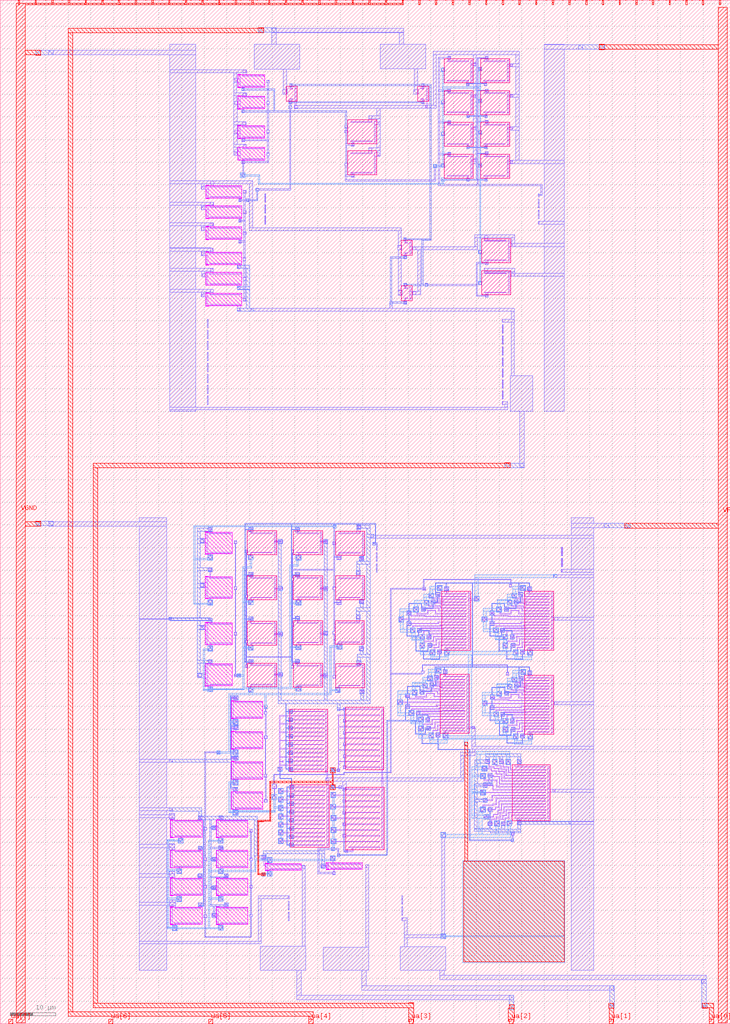
<source format=lef>
VERSION 5.7 ;
  NOWIREEXTENSIONATPIN ON ;
  DIVIDERCHAR "/" ;
  BUSBITCHARS "[]" ;
MACRO tt_um_Burrows_Katie
  CLASS BLOCK ;
  FOREIGN tt_um_Burrows_Katie ;
  ORIGIN 0.000 0.000 ;
  SIZE 161.000 BY 225.760 ;
  PIN clk
    PORT
      LAYER met4 ;
        RECT 154.870 224.760 155.170 225.760 ;
    END
  END clk
  PIN ena
    PORT
      LAYER met4 ;
        RECT 158.550 224.760 158.850 225.760 ;
    END
  END ena
  PIN rst_n
    PORT
      LAYER met4 ;
        RECT 151.190 224.760 151.490 225.760 ;
    END
  END rst_n
  PIN ua[0]
    ANTENNADIFFAREA 17.639999 ;
    PORT
      LAYER met4 ;
        RECT 156.410 0.000 157.310 1.000 ;
    END
  END ua[0]
  PIN ua[1]
    ANTENNAGATEAREA 4.410000 ;
    PORT
      LAYER met4 ;
        RECT 134.330 0.000 135.230 1.000 ;
    END
  END ua[1]
  PIN ua[2]
    ANTENNAGATEAREA 4.410000 ;
    PORT
      LAYER met4 ;
        RECT 112.250 0.000 113.150 1.000 ;
    END
  END ua[2]
  PIN ua[3]
    ANTENNADIFFAREA 6.095000 ;
    PORT
      LAYER met4 ;
        RECT 90.170 0.000 91.070 1.000 ;
    END
  END ua[3]
  PIN ua[4]
    ANTENNAGATEAREA 4.000000 ;
    PORT
      LAYER met4 ;
        RECT 68.090 0.000 68.990 1.000 ;
    END
  END ua[4]
  PIN ua[5]
    PORT
      LAYER met4 ;
        RECT 46.010 0.000 46.910 1.000 ;
    END
  END ua[5]
  PIN ua[6]
    PORT
      LAYER met4 ;
        RECT 23.930 0.000 24.830 1.000 ;
    END
  END ua[6]
  PIN ua[7]
    PORT
      LAYER met4 ;
        RECT 1.850 0.000 2.750 1.000 ;
    END
  END ua[7]
  PIN ui_in[0]
    PORT
      LAYER met4 ;
        RECT 147.510 224.760 147.810 225.760 ;
    END
  END ui_in[0]
  PIN ui_in[1]
    PORT
      LAYER met4 ;
        RECT 143.830 224.760 144.130 225.760 ;
    END
  END ui_in[1]
  PIN ui_in[2]
    PORT
      LAYER met4 ;
        RECT 140.150 224.760 140.450 225.760 ;
    END
  END ui_in[2]
  PIN ui_in[3]
    PORT
      LAYER met4 ;
        RECT 136.470 224.760 136.770 225.760 ;
    END
  END ui_in[3]
  PIN ui_in[4]
    PORT
      LAYER met4 ;
        RECT 132.790 224.760 133.090 225.760 ;
    END
  END ui_in[4]
  PIN ui_in[5]
    PORT
      LAYER met4 ;
        RECT 129.110 224.760 129.410 225.760 ;
    END
  END ui_in[5]
  PIN ui_in[6]
    PORT
      LAYER met4 ;
        RECT 125.430 224.760 125.730 225.760 ;
    END
  END ui_in[6]
  PIN ui_in[7]
    PORT
      LAYER met4 ;
        RECT 121.750 224.760 122.050 225.760 ;
    END
  END ui_in[7]
  PIN uio_in[0]
    PORT
      LAYER met4 ;
        RECT 118.070 224.760 118.370 225.760 ;
    END
  END uio_in[0]
  PIN uio_in[1]
    PORT
      LAYER met4 ;
        RECT 114.390 224.760 114.690 225.760 ;
    END
  END uio_in[1]
  PIN uio_in[2]
    PORT
      LAYER met4 ;
        RECT 110.710 224.760 111.010 225.760 ;
    END
  END uio_in[2]
  PIN uio_in[3]
    PORT
      LAYER met4 ;
        RECT 107.030 224.760 107.330 225.760 ;
    END
  END uio_in[3]
  PIN uio_in[4]
    PORT
      LAYER met4 ;
        RECT 103.350 224.760 103.650 225.760 ;
    END
  END uio_in[4]
  PIN uio_in[5]
    PORT
      LAYER met4 ;
        RECT 99.670 224.760 99.970 225.760 ;
    END
  END uio_in[5]
  PIN uio_in[6]
    PORT
      LAYER met4 ;
        RECT 95.990 224.760 96.290 225.760 ;
    END
  END uio_in[6]
  PIN uio_in[7]
    PORT
      LAYER met4 ;
        RECT 92.310 224.760 92.610 225.760 ;
    END
  END uio_in[7]
  PIN uio_oe[0]
    ANTENNAGATEAREA 4.000000 ;
    ANTENNADIFFAREA 78.979797 ;
    PORT
      LAYER met4 ;
        RECT 29.750 224.760 30.050 225.760 ;
    END
  END uio_oe[0]
  PIN uio_oe[1]
    ANTENNAGATEAREA 4.000000 ;
    ANTENNADIFFAREA 78.979797 ;
    PORT
      LAYER met4 ;
        RECT 26.070 224.760 26.370 225.760 ;
    END
  END uio_oe[1]
  PIN uio_oe[2]
    ANTENNAGATEAREA 4.000000 ;
    ANTENNADIFFAREA 78.979797 ;
    PORT
      LAYER met4 ;
        RECT 22.390 224.760 22.690 225.760 ;
    END
  END uio_oe[2]
  PIN uio_oe[3]
    ANTENNAGATEAREA 4.000000 ;
    ANTENNADIFFAREA 78.979797 ;
    PORT
      LAYER met4 ;
        RECT 18.710 224.760 19.010 225.760 ;
    END
  END uio_oe[3]
  PIN uio_oe[4]
    ANTENNAGATEAREA 4.000000 ;
    ANTENNADIFFAREA 78.979797 ;
    PORT
      LAYER met4 ;
        RECT 15.030 224.760 15.330 225.760 ;
    END
  END uio_oe[4]
  PIN uio_oe[5]
    ANTENNAGATEAREA 4.000000 ;
    ANTENNADIFFAREA 78.979797 ;
    PORT
      LAYER met4 ;
        RECT 11.350 224.760 11.650 225.760 ;
    END
  END uio_oe[5]
  PIN uio_oe[6]
    ANTENNAGATEAREA 4.000000 ;
    ANTENNADIFFAREA 78.979797 ;
    PORT
      LAYER met4 ;
        RECT 7.670 224.760 7.970 225.760 ;
    END
  END uio_oe[6]
  PIN uio_oe[7]
    ANTENNAGATEAREA 4.000000 ;
    ANTENNADIFFAREA 78.979797 ;
    PORT
      LAYER met4 ;
        RECT 3.990 224.760 4.290 225.760 ;
    END
  END uio_oe[7]
  PIN uio_out[0]
    ANTENNAGATEAREA 4.000000 ;
    ANTENNADIFFAREA 78.979797 ;
    PORT
      LAYER met4 ;
        RECT 59.190 224.760 59.490 225.760 ;
    END
  END uio_out[0]
  PIN uio_out[1]
    ANTENNAGATEAREA 4.000000 ;
    ANTENNADIFFAREA 78.979797 ;
    PORT
      LAYER met4 ;
        RECT 55.510 224.760 55.810 225.760 ;
    END
  END uio_out[1]
  PIN uio_out[2]
    ANTENNAGATEAREA 4.000000 ;
    ANTENNADIFFAREA 78.979797 ;
    PORT
      LAYER met4 ;
        RECT 51.830 224.760 52.130 225.760 ;
    END
  END uio_out[2]
  PIN uio_out[3]
    ANTENNAGATEAREA 4.000000 ;
    ANTENNADIFFAREA 78.979797 ;
    PORT
      LAYER met4 ;
        RECT 48.150 224.760 48.450 225.760 ;
    END
  END uio_out[3]
  PIN uio_out[4]
    ANTENNAGATEAREA 4.000000 ;
    ANTENNADIFFAREA 78.979797 ;
    PORT
      LAYER met4 ;
        RECT 44.470 224.760 44.770 225.760 ;
    END
  END uio_out[4]
  PIN uio_out[5]
    ANTENNAGATEAREA 4.000000 ;
    ANTENNADIFFAREA 78.979797 ;
    PORT
      LAYER met4 ;
        RECT 40.790 224.760 41.090 225.760 ;
    END
  END uio_out[5]
  PIN uio_out[6]
    ANTENNAGATEAREA 4.000000 ;
    ANTENNADIFFAREA 78.979797 ;
    PORT
      LAYER met4 ;
        RECT 37.110 224.760 37.410 225.760 ;
    END
  END uio_out[6]
  PIN uio_out[7]
    ANTENNAGATEAREA 4.000000 ;
    ANTENNADIFFAREA 78.979797 ;
    PORT
      LAYER met4 ;
        RECT 33.430 224.760 33.730 225.760 ;
    END
  END uio_out[7]
  PIN uo_out[0]
    ANTENNAGATEAREA 4.000000 ;
    ANTENNADIFFAREA 78.979797 ;
    PORT
      LAYER met4 ;
        RECT 88.630 224.760 88.930 225.760 ;
    END
  END uo_out[0]
  PIN uo_out[1]
    ANTENNAGATEAREA 4.000000 ;
    ANTENNADIFFAREA 78.979797 ;
    PORT
      LAYER met4 ;
        RECT 84.950 224.760 85.250 225.760 ;
    END
  END uo_out[1]
  PIN uo_out[2]
    ANTENNAGATEAREA 4.000000 ;
    ANTENNADIFFAREA 78.979797 ;
    PORT
      LAYER met4 ;
        RECT 81.270 224.760 81.570 225.760 ;
    END
  END uo_out[2]
  PIN uo_out[3]
    ANTENNAGATEAREA 4.000000 ;
    ANTENNADIFFAREA 78.979797 ;
    PORT
      LAYER met4 ;
        RECT 77.590 224.760 77.890 225.760 ;
    END
  END uo_out[3]
  PIN uo_out[4]
    ANTENNAGATEAREA 4.000000 ;
    ANTENNADIFFAREA 78.979797 ;
    PORT
      LAYER met4 ;
        RECT 73.910 224.760 74.210 225.760 ;
    END
  END uo_out[4]
  PIN uo_out[5]
    ANTENNAGATEAREA 4.000000 ;
    ANTENNADIFFAREA 78.979797 ;
    PORT
      LAYER met4 ;
        RECT 70.230 224.760 70.530 225.760 ;
    END
  END uo_out[5]
  PIN uo_out[6]
    ANTENNAGATEAREA 4.000000 ;
    ANTENNADIFFAREA 78.979797 ;
    PORT
      LAYER met4 ;
        RECT 66.550 224.760 66.850 225.760 ;
    END
  END uo_out[6]
  PIN uo_out[7]
    ANTENNAGATEAREA 4.000000 ;
    ANTENNADIFFAREA 78.979797 ;
    PORT
      LAYER met4 ;
        RECT 62.870 224.760 63.170 225.760 ;
    END
  END uo_out[7]
  PIN VPWR
    USE POWER ;
    PORT
      LAYER met4 ;
        RECT 158.360 0.260 160.360 224.145 ;
    END
  END VPWR
  PIN VGND
    USE GROUND ;
    PORT
      LAYER met4 ;
        RECT 3.490 0.200 5.490 225.040 ;
    END
  END VGND
  OBS
      LAYER pwell ;
        RECT 52.415 209.310 53.085 209.390 ;
        RECT 52.415 206.520 58.355 209.310 ;
      LAYER nwell ;
        RECT 97.890 207.500 104.310 212.780 ;
        RECT 105.970 207.500 112.390 212.780 ;
      LAYER pwell ;
        RECT 52.415 206.440 53.085 206.520 ;
        RECT 52.415 204.610 53.085 204.690 ;
        RECT 52.415 201.820 58.355 204.610 ;
      LAYER nwell ;
        RECT 63.075 203.430 65.495 206.710 ;
        RECT 92.055 203.465 94.475 206.745 ;
      LAYER pwell ;
        RECT 52.415 201.740 53.085 201.820 ;
      LAYER nwell ;
        RECT 97.890 200.510 104.310 205.790 ;
        RECT 105.970 200.510 112.390 205.790 ;
      LAYER pwell ;
        RECT 52.415 198.075 53.085 198.155 ;
        RECT 52.415 195.285 58.355 198.075 ;
        RECT 52.415 195.205 53.085 195.285 ;
      LAYER nwell ;
        RECT 76.600 194.120 83.020 199.400 ;
        RECT 97.890 193.520 104.310 198.800 ;
        RECT 105.970 193.520 112.390 198.800 ;
      LAYER pwell ;
        RECT 52.415 193.265 53.085 193.345 ;
        RECT 52.415 190.475 58.355 193.265 ;
        RECT 52.415 190.395 53.085 190.475 ;
      LAYER nwell ;
        RECT 76.600 187.205 83.020 192.485 ;
        RECT 97.890 186.495 104.310 191.775 ;
        RECT 105.970 186.495 112.390 191.775 ;
      LAYER pwell ;
        RECT 45.320 184.870 45.990 184.950 ;
        RECT 45.320 182.080 53.260 184.870 ;
        RECT 45.320 182.000 45.990 182.080 ;
        RECT 45.320 180.395 45.990 180.475 ;
        RECT 45.320 177.605 53.260 180.395 ;
        RECT 45.320 177.525 45.990 177.605 ;
        RECT 45.320 175.780 45.990 175.860 ;
        RECT 45.320 172.990 53.260 175.780 ;
        RECT 45.320 172.910 45.990 172.990 ;
        RECT 45.300 170.205 45.970 170.285 ;
        RECT 45.300 167.415 53.240 170.205 ;
      LAYER nwell ;
        RECT 88.450 169.495 90.870 172.775 ;
        RECT 106.195 167.880 112.615 173.160 ;
      LAYER pwell ;
        RECT 45.300 167.335 45.970 167.415 ;
        RECT 45.300 165.690 45.970 165.770 ;
        RECT 45.300 162.900 53.240 165.690 ;
        RECT 45.300 162.820 45.970 162.900 ;
        RECT 45.300 161.100 45.970 161.180 ;
        RECT 45.300 158.310 53.240 161.100 ;
      LAYER nwell ;
        RECT 88.445 159.495 90.865 162.775 ;
        RECT 106.195 160.770 112.615 166.050 ;
      LAYER pwell ;
        RECT 45.300 158.230 45.970 158.310 ;
        RECT 45.250 108.400 45.920 108.480 ;
        RECT 45.250 103.610 51.190 108.400 ;
        RECT 45.250 103.530 45.920 103.610 ;
      LAYER nwell ;
        RECT 54.515 103.420 60.935 108.700 ;
        RECT 64.665 103.420 71.085 108.700 ;
        RECT 73.945 103.375 80.365 108.655 ;
      LAYER pwell ;
        RECT 45.250 98.585 45.920 98.665 ;
        RECT 45.250 93.795 51.190 98.585 ;
        RECT 45.250 93.715 45.920 93.795 ;
      LAYER nwell ;
        RECT 54.515 93.525 60.935 98.805 ;
        RECT 64.665 93.545 71.085 98.825 ;
        RECT 73.945 93.485 80.365 98.765 ;
      LAYER pwell ;
        RECT 45.250 88.425 45.920 88.505 ;
        RECT 45.250 83.635 51.190 88.425 ;
        RECT 45.250 83.555 45.920 83.635 ;
      LAYER nwell ;
        RECT 54.515 83.480 60.935 88.760 ;
        RECT 64.665 83.605 71.085 88.885 ;
        RECT 73.900 83.650 80.320 88.930 ;
        RECT 97.345 82.390 103.765 95.360 ;
        RECT 115.690 82.390 122.110 95.360 ;
      LAYER pwell ;
        RECT 45.250 79.360 45.920 79.440 ;
        RECT 45.250 74.570 51.190 79.360 ;
        RECT 45.250 74.490 45.920 74.570 ;
      LAYER nwell ;
        RECT 54.515 74.280 60.935 79.560 ;
        RECT 64.665 74.185 71.085 79.465 ;
        RECT 73.945 74.090 80.365 79.370 ;
      LAYER pwell ;
        RECT 50.935 71.145 51.605 71.225 ;
        RECT 50.935 67.355 57.875 71.145 ;
        RECT 50.935 67.275 51.605 67.355 ;
        RECT 50.935 64.455 51.605 64.535 ;
        RECT 50.935 60.665 57.875 64.455 ;
        RECT 50.935 60.585 51.605 60.665 ;
        RECT 50.935 57.765 51.605 57.845 ;
        RECT 50.935 53.975 57.875 57.765 ;
      LAYER nwell ;
        RECT 63.860 55.625 72.280 69.365 ;
        RECT 76.215 56.045 84.635 69.845 ;
        RECT 97.040 64.100 103.460 77.070 ;
        RECT 115.695 63.855 122.115 76.825 ;
      LAYER pwell ;
        RECT 50.935 53.895 51.605 53.975 ;
        RECT 50.935 51.125 51.605 51.205 ;
        RECT 50.935 47.335 57.875 51.125 ;
        RECT 50.935 47.255 51.605 47.335 ;
        RECT 37.465 44.925 38.135 45.005 ;
        RECT 47.590 44.925 48.260 45.005 ;
        RECT 37.465 41.135 44.505 44.925 ;
        RECT 47.590 41.135 54.630 44.925 ;
        RECT 37.465 41.055 38.135 41.135 ;
        RECT 47.590 41.055 48.260 41.135 ;
      LAYER nwell ;
        RECT 64.115 38.920 72.535 52.660 ;
        RECT 76.235 38.400 84.655 52.200 ;
        RECT 112.880 44.825 121.300 57.165 ;
      LAYER pwell ;
        RECT 37.465 38.230 38.135 38.310 ;
        RECT 47.590 38.230 48.260 38.310 ;
        RECT 37.465 34.440 44.505 38.230 ;
        RECT 47.590 34.440 54.630 38.230 ;
        RECT 71.945 35.470 72.615 35.550 ;
        RECT 58.495 35.295 59.165 35.375 ;
        RECT 37.465 34.360 38.135 34.440 ;
        RECT 47.590 34.360 48.260 34.440 ;
        RECT 58.495 33.875 66.435 35.295 ;
        RECT 71.945 34.050 79.885 35.470 ;
        RECT 71.945 33.970 72.615 34.050 ;
        RECT 58.495 33.795 59.165 33.875 ;
        RECT 37.465 32.115 38.135 32.195 ;
        RECT 47.590 32.115 48.260 32.195 ;
        RECT 37.465 28.325 44.505 32.115 ;
        RECT 47.590 28.325 54.630 32.115 ;
        RECT 37.465 28.245 38.135 28.325 ;
        RECT 47.590 28.245 48.260 28.325 ;
        RECT 37.465 25.710 38.135 25.790 ;
        RECT 47.590 25.710 48.260 25.790 ;
        RECT 37.465 21.920 44.505 25.710 ;
        RECT 47.590 21.920 54.630 25.710 ;
        RECT 37.465 21.840 38.135 21.920 ;
        RECT 47.590 21.840 48.260 21.920 ;
      LAYER li1 ;
        RECT 98.765 212.760 99.295 213.290 ;
        RECT 107.045 212.760 107.575 213.290 ;
        RECT 98.880 212.365 99.180 212.760 ;
        RECT 98.575 212.195 103.325 212.365 ;
        RECT 103.760 211.700 104.090 212.445 ;
        RECT 107.160 212.365 107.460 212.760 ;
        RECT 106.655 212.195 111.405 212.365 ;
        RECT 104.375 211.700 104.905 211.835 ;
        RECT 103.760 211.370 104.905 211.700 ;
        RECT 52.585 208.395 52.915 209.220 ;
        RECT 53.620 209.140 54.320 210.330 ;
        RECT 97.370 210.100 97.970 210.700 ;
        RECT 53.350 208.970 58.100 209.140 ;
        RECT 51.675 207.695 52.915 208.395 ;
        RECT 52.585 206.610 52.915 207.695 ;
        RECT 58.780 207.550 59.310 208.080 ;
        RECT 98.575 207.915 103.325 208.085 ;
        RECT 103.010 207.500 103.180 207.915 ;
        RECT 103.760 207.835 104.090 211.370 ;
        RECT 104.375 211.305 104.905 211.370 ;
        RECT 111.840 211.545 112.170 212.445 ;
        RECT 112.475 211.545 113.005 211.685 ;
        RECT 111.840 211.215 113.005 211.545 ;
        RECT 105.565 210.240 106.165 210.840 ;
        RECT 106.655 207.915 111.405 208.085 ;
        RECT 106.860 207.770 107.165 207.915 ;
        RECT 111.840 207.835 112.170 211.215 ;
        RECT 112.475 211.155 113.005 211.215 ;
        RECT 106.865 207.500 107.165 207.770 ;
        RECT 53.350 206.690 58.100 206.860 ;
        RECT 63.880 206.760 64.410 207.290 ;
        RECT 92.965 206.760 93.495 207.290 ;
        RECT 102.830 206.970 103.360 207.500 ;
        RECT 106.750 206.970 107.280 207.500 ;
        RECT 53.420 206.360 53.720 206.690 ;
        RECT 53.305 205.830 53.835 206.360 ;
        RECT 63.995 206.295 64.165 206.760 ;
        RECT 64.965 206.375 65.295 206.395 ;
        RECT 63.800 206.125 64.470 206.295 ;
        RECT 52.585 203.495 52.915 204.520 ;
        RECT 53.610 204.440 54.310 205.265 ;
        RECT 62.340 205.050 63.230 205.940 ;
        RECT 53.350 204.270 58.100 204.440 ;
        RECT 63.800 203.950 64.470 204.015 ;
        RECT 51.675 202.795 52.915 203.495 ;
        RECT 63.785 203.845 64.470 203.950 ;
        RECT 63.785 203.485 64.185 203.845 ;
        RECT 64.945 203.765 65.295 206.375 ;
        RECT 93.090 206.330 93.390 206.760 ;
        RECT 92.780 206.160 93.450 206.330 ;
        RECT 93.090 206.125 93.390 206.160 ;
        RECT 91.250 205.050 92.140 205.940 ;
        RECT 92.780 203.880 93.450 204.050 ;
        RECT 93.925 203.940 94.255 206.410 ;
        RECT 98.765 205.565 99.295 206.095 ;
        RECT 107.045 205.565 107.575 206.095 ;
        RECT 98.880 205.375 99.180 205.565 ;
        RECT 98.575 205.205 103.325 205.375 ;
        RECT 58.780 202.895 59.310 203.425 ;
        RECT 63.700 202.955 64.230 203.485 ;
        RECT 52.585 201.910 52.915 202.795 ;
        RECT 64.965 202.410 65.295 203.765 ;
        RECT 93.090 203.505 93.390 203.880 ;
        RECT 93.900 203.800 94.255 203.940 ;
        RECT 103.760 204.780 104.090 205.455 ;
        RECT 107.160 205.375 107.460 205.565 ;
        RECT 106.655 205.205 111.405 205.375 ;
        RECT 104.395 204.780 104.925 204.920 ;
        RECT 103.760 204.450 104.925 204.780 ;
        RECT 92.965 202.975 93.495 203.505 ;
        RECT 93.900 202.505 94.230 203.800 ;
        RECT 97.370 202.925 97.970 203.525 ;
        RECT 53.350 201.990 58.100 202.160 ;
        RECT 53.380 201.550 53.680 201.990 ;
        RECT 64.965 201.980 65.505 202.410 ;
        RECT 64.975 201.880 65.505 201.980 ;
        RECT 93.775 201.975 94.305 202.505 ;
        RECT 53.265 201.020 53.795 201.550 ;
        RECT 98.575 200.925 103.325 201.095 ;
        RECT 103.095 200.435 103.265 200.925 ;
        RECT 103.760 200.845 104.090 204.450 ;
        RECT 104.395 204.390 104.925 204.450 ;
        RECT 111.840 204.780 112.170 205.455 ;
        RECT 112.475 204.780 113.005 204.920 ;
        RECT 111.840 204.450 113.005 204.780 ;
        RECT 105.565 203.160 106.165 203.760 ;
        RECT 106.655 200.925 111.405 201.095 ;
        RECT 106.950 200.435 107.250 200.925 ;
        RECT 111.840 200.845 112.170 204.450 ;
        RECT 112.475 204.390 113.005 204.450 ;
        RECT 81.245 198.985 81.945 200.205 ;
        RECT 102.915 199.905 103.445 200.435 ;
        RECT 106.835 199.905 107.365 200.435 ;
        RECT 52.585 196.960 52.915 197.985 ;
        RECT 53.535 197.905 54.235 198.835 ;
        RECT 77.285 198.815 82.035 198.985 ;
        RECT 82.470 198.945 82.800 199.065 ;
        RECT 82.470 198.245 83.770 198.945 ;
        RECT 98.765 198.590 99.295 199.120 ;
        RECT 107.045 198.660 107.575 199.190 ;
        RECT 98.880 198.385 99.180 198.590 ;
        RECT 53.350 197.735 58.100 197.905 ;
        RECT 51.675 196.260 52.915 196.960 ;
        RECT 58.780 196.500 59.310 197.030 ;
        RECT 76.045 196.515 76.575 197.045 ;
        RECT 52.585 195.375 52.915 196.260 ;
        RECT 53.350 195.455 58.100 195.625 ;
        RECT 53.435 195.130 53.735 195.455 ;
        RECT 53.320 194.600 53.850 195.130 ;
        RECT 77.285 194.535 82.035 194.705 ;
        RECT 77.605 194.150 77.905 194.535 ;
        RECT 82.470 194.455 82.800 198.245 ;
        RECT 98.575 198.215 103.325 198.385 ;
        RECT 103.760 197.605 104.090 198.465 ;
        RECT 107.160 198.385 107.460 198.660 ;
        RECT 106.655 198.215 111.405 198.385 ;
        RECT 104.395 197.605 104.925 197.810 ;
        RECT 103.760 197.280 104.925 197.605 ;
        RECT 111.840 197.605 112.170 198.465 ;
        RECT 112.475 197.605 113.005 197.810 ;
        RECT 111.840 197.280 113.005 197.605 ;
        RECT 103.760 197.275 104.825 197.280 ;
        RECT 111.840 197.275 112.905 197.280 ;
        RECT 97.370 195.975 97.970 196.575 ;
        RECT 52.585 192.270 52.915 193.175 ;
        RECT 53.590 193.095 54.290 193.910 ;
        RECT 77.490 193.620 78.020 194.150 ;
        RECT 98.575 193.935 103.325 194.105 ;
        RECT 103.095 193.555 103.265 193.935 ;
        RECT 103.760 193.855 104.090 197.275 ;
        RECT 105.565 196.290 106.165 196.890 ;
        RECT 106.655 193.935 111.405 194.105 ;
        RECT 106.950 193.555 107.250 193.935 ;
        RECT 111.840 193.855 112.170 197.275 ;
        RECT 53.350 192.925 58.100 193.095 ;
        RECT 51.675 191.570 52.915 192.270 ;
        RECT 81.245 192.070 81.945 193.100 ;
        RECT 102.915 193.025 103.445 193.555 ;
        RECT 106.835 193.025 107.365 193.555 ;
        RECT 52.585 190.565 52.915 191.570 ;
        RECT 58.780 191.455 59.310 191.985 ;
        RECT 77.285 191.900 82.035 192.070 ;
        RECT 82.470 192.050 82.800 192.150 ;
        RECT 82.470 191.350 83.770 192.050 ;
        RECT 98.765 191.615 99.295 192.145 ;
        RECT 107.045 191.680 107.575 192.210 ;
        RECT 98.945 191.360 99.115 191.615 ;
        RECT 53.350 190.645 58.100 190.815 ;
        RECT 53.400 190.310 53.700 190.645 ;
        RECT 53.320 189.780 53.850 190.310 ;
        RECT 76.025 189.240 76.555 189.770 ;
        RECT 77.285 187.620 82.035 187.790 ;
        RECT 77.605 187.285 77.905 187.620 ;
        RECT 82.470 187.540 82.800 191.350 ;
        RECT 98.575 191.190 103.325 191.360 ;
        RECT 103.760 190.505 104.090 191.440 ;
        RECT 107.160 191.360 107.460 191.680 ;
        RECT 106.655 191.190 111.405 191.360 ;
        RECT 104.395 190.505 104.925 190.745 ;
        RECT 103.760 190.215 104.925 190.505 ;
        RECT 103.760 190.175 104.825 190.215 ;
        RECT 97.370 188.950 97.970 189.550 ;
        RECT 77.490 186.755 78.020 187.285 ;
        RECT 98.575 186.910 103.325 187.080 ;
        RECT 103.095 186.395 103.265 186.910 ;
        RECT 103.760 186.830 104.090 190.175 ;
        RECT 111.840 190.065 112.170 191.440 ;
        RECT 112.475 190.065 113.005 190.305 ;
        RECT 111.840 189.775 113.005 190.065 ;
        RECT 111.840 189.735 112.905 189.775 ;
        RECT 105.565 188.950 106.165 189.550 ;
        RECT 106.655 186.910 111.405 187.080 ;
        RECT 106.950 186.395 107.250 186.910 ;
        RECT 111.840 186.830 112.170 189.735 ;
        RECT 45.490 184.700 45.820 184.780 ;
        RECT 46.355 184.700 47.055 185.875 ;
        RECT 102.915 185.865 103.445 186.395 ;
        RECT 106.835 185.865 107.365 186.395 ;
        RECT 44.430 184.000 45.820 184.700 ;
        RECT 46.235 184.530 53.025 184.700 ;
        RECT 45.490 182.170 45.820 184.000 ;
        RECT 53.640 183.185 54.170 183.715 ;
        RECT 46.235 182.250 53.025 182.420 ;
        RECT 52.720 181.890 53.020 182.250 ;
        RECT 52.630 181.360 53.160 181.890 ;
        RECT 58.325 181.170 58.495 183.050 ;
        RECT 118.660 182.380 118.830 183.050 ;
        RECT 45.490 180.245 45.820 180.305 ;
        RECT 44.430 179.545 45.820 180.245 ;
        RECT 46.355 180.225 47.055 181.145 ;
        RECT 46.235 180.055 53.025 180.225 ;
        RECT 45.490 177.695 45.820 179.545 ;
        RECT 53.640 178.730 54.170 179.260 ;
        RECT 58.325 178.750 58.495 180.630 ;
        RECT 118.660 179.960 118.830 181.840 ;
        RECT 46.235 177.775 53.025 177.945 ;
        RECT 52.715 177.375 53.015 177.775 ;
        RECT 52.630 176.845 53.160 177.375 ;
        RECT 45.490 175.645 45.820 175.690 ;
        RECT 44.430 174.945 45.820 175.645 ;
        RECT 46.355 175.610 47.055 176.580 ;
        RECT 58.325 176.330 58.495 178.210 ;
        RECT 118.660 177.540 118.830 179.420 ;
        RECT 118.660 176.330 118.830 177.000 ;
        RECT 46.235 175.440 53.025 175.610 ;
        RECT 45.490 173.080 45.820 174.945 ;
        RECT 53.640 174.035 54.170 174.565 ;
        RECT 46.235 173.160 53.025 173.330 ;
        RECT 52.720 172.775 53.020 173.160 ;
        RECT 52.630 172.245 53.160 172.775 ;
        RECT 89.030 172.745 89.560 173.275 ;
        RECT 106.780 172.745 107.480 173.765 ;
        RECT 89.175 172.360 89.475 172.745 ;
        RECT 106.780 172.640 111.630 172.745 ;
        RECT 106.880 172.575 111.630 172.640 ;
        RECT 89.175 172.190 89.845 172.360 ;
        RECT 89.175 172.130 89.475 172.190 ;
        RECT 45.470 170.100 45.800 170.115 ;
        RECT 44.430 169.400 45.800 170.100 ;
        RECT 46.270 170.035 46.970 171.010 ;
        RECT 87.675 170.740 88.565 171.630 ;
        RECT 90.320 171.385 90.650 172.440 ;
        RECT 112.065 172.085 112.395 172.825 ;
        RECT 112.065 171.385 113.510 172.085 ;
        RECT 90.320 170.685 91.585 171.385 ;
        RECT 46.215 169.865 53.005 170.035 ;
        RECT 89.175 169.910 89.845 170.080 ;
        RECT 45.470 167.505 45.800 169.400 ;
        RECT 89.175 169.305 89.475 169.910 ;
        RECT 90.320 169.830 90.650 170.685 ;
        RECT 105.535 169.885 106.135 170.485 ;
        RECT 53.615 168.325 54.145 168.855 ;
        RECT 89.055 168.775 89.585 169.305 ;
        RECT 106.980 168.465 107.680 168.475 ;
        RECT 106.880 168.295 111.630 168.465 ;
        RECT 46.215 167.585 53.005 167.755 ;
        RECT 45.470 165.460 45.800 165.600 ;
        RECT 46.270 165.520 46.970 166.560 ;
        RECT 52.285 166.550 52.985 167.585 ;
        RECT 106.980 167.350 107.680 168.295 ;
        RECT 112.065 168.215 112.395 171.385 ;
        RECT 106.780 165.635 107.480 166.595 ;
        RECT 106.780 165.545 111.630 165.635 ;
        RECT 44.495 164.760 45.800 165.460 ;
        RECT 46.215 165.350 53.005 165.520 ;
        RECT 106.880 165.465 111.630 165.545 ;
        RECT 112.065 165.530 112.395 165.715 ;
        RECT 45.470 162.990 45.800 164.760 ;
        RECT 112.065 164.830 113.420 165.530 ;
        RECT 53.645 164.015 54.175 164.545 ;
        RECT 46.215 163.070 53.005 163.240 ;
        RECT 52.285 162.010 52.985 163.070 ;
        RECT 89.045 162.685 89.575 163.215 ;
        RECT 93.770 162.715 94.300 163.245 ;
        RECT 105.535 163.095 106.135 163.695 ;
        RECT 89.180 162.360 89.480 162.685 ;
        RECT 89.170 162.190 89.840 162.360 ;
        RECT 89.180 162.120 89.480 162.190 ;
        RECT 45.470 160.995 45.800 161.010 ;
        RECT 44.430 160.295 45.800 160.995 ;
        RECT 46.270 160.930 46.970 161.985 ;
        RECT 46.215 160.760 53.005 160.930 ;
        RECT 87.765 160.780 88.655 161.670 ;
        RECT 90.315 161.430 90.645 162.440 ;
        RECT 45.470 158.400 45.800 160.295 ;
        RECT 90.315 160.730 91.650 161.430 ;
        RECT 106.880 161.185 111.630 161.355 ;
        RECT 53.625 159.415 54.155 159.945 ;
        RECT 89.170 159.910 89.840 160.080 ;
        RECT 89.180 159.315 89.480 159.910 ;
        RECT 90.315 159.830 90.645 160.730 ;
        RECT 106.980 160.210 107.680 161.185 ;
        RECT 112.065 161.105 112.395 164.830 ;
        RECT 89.055 158.785 89.585 159.315 ;
        RECT 46.215 158.480 53.005 158.650 ;
        RECT 52.265 157.260 52.965 158.480 ;
        RECT 45.685 153.510 45.855 155.390 ;
        RECT 110.690 154.720 110.860 155.390 ;
        RECT 45.685 151.090 45.855 152.970 ;
        RECT 110.690 152.300 110.860 154.180 ;
        RECT 45.685 148.670 45.855 150.550 ;
        RECT 110.690 149.880 110.860 151.760 ;
        RECT 45.685 146.250 45.855 148.130 ;
        RECT 110.690 147.460 110.860 149.340 ;
        RECT 45.685 143.830 45.855 145.710 ;
        RECT 110.690 145.040 110.860 146.920 ;
        RECT 45.685 141.410 45.855 143.290 ;
        RECT 110.690 142.620 110.860 144.500 ;
        RECT 45.685 138.990 45.855 140.870 ;
        RECT 110.690 140.200 110.860 142.080 ;
        RECT 45.685 136.570 45.855 138.450 ;
        RECT 110.690 137.780 110.860 139.660 ;
        RECT 110.690 136.570 110.860 137.240 ;
        RECT 46.055 108.910 46.585 109.080 ;
        RECT 55.040 108.920 55.570 109.090 ;
        RECT 65.275 108.920 65.805 109.090 ;
        RECT 45.420 107.065 45.750 108.310 ;
        RECT 46.230 108.230 46.400 108.910 ;
        RECT 55.215 108.285 55.385 108.920 ;
        RECT 46.185 108.060 50.935 108.230 ;
        RECT 55.200 108.115 59.950 108.285 ;
        RECT 46.230 108.055 46.400 108.060 ;
        RECT 44.065 106.065 45.750 107.065 ;
        RECT 60.385 106.490 60.715 108.365 ;
        RECT 65.450 108.285 65.620 108.920 ;
        RECT 65.350 108.115 70.100 108.285 ;
        RECT 70.535 106.530 70.865 108.365 ;
        RECT 78.665 108.240 79.365 109.670 ;
        RECT 74.630 108.070 79.380 108.240 ;
        RECT 78.665 108.060 79.365 108.070 ;
        RECT 45.420 103.700 45.750 106.065 ;
        RECT 51.595 105.925 52.125 106.455 ;
        RECT 60.385 106.420 61.760 106.490 ;
        RECT 70.535 106.420 71.970 106.530 ;
        RECT 60.385 106.250 62.045 106.420 ;
        RECT 70.535 106.250 72.070 106.420 ;
        RECT 60.385 106.160 61.760 106.250 ;
        RECT 70.535 106.200 71.970 106.250 ;
        RECT 54.035 103.960 54.565 104.490 ;
        RECT 46.185 103.780 50.935 103.950 ;
        RECT 55.200 103.835 59.950 104.005 ;
        RECT 46.255 103.330 46.425 103.780 ;
        RECT 55.240 103.365 55.410 103.835 ;
        RECT 60.385 103.755 60.715 106.160 ;
        RECT 64.195 103.930 64.725 104.460 ;
        RECT 65.350 103.835 70.100 104.005 ;
        RECT 45.795 102.330 46.795 103.330 ;
        RECT 54.780 102.365 55.780 103.365 ;
        RECT 65.735 103.305 65.905 103.835 ;
        RECT 70.535 103.755 70.865 106.200 ;
        RECT 73.395 105.720 73.925 106.250 ;
        RECT 74.630 103.790 79.380 103.960 ;
        RECT 65.275 102.305 66.275 103.305 ;
        RECT 74.650 103.285 74.820 103.790 ;
        RECT 74.245 102.395 75.135 103.285 ;
        RECT 79.815 102.750 80.145 108.320 ;
        RECT 82.970 104.425 83.140 105.095 ;
        RECT 79.530 102.705 80.145 102.750 ;
        RECT 79.430 102.535 80.145 102.705 ;
        RECT 79.530 102.420 80.145 102.535 ;
        RECT 82.970 102.005 83.140 103.885 ;
        RECT 123.805 103.215 123.975 105.095 ;
        RECT 46.055 100.060 46.585 100.230 ;
        RECT 45.420 97.270 45.750 98.495 ;
        RECT 46.230 98.415 46.400 100.060 ;
        RECT 55.040 98.960 55.570 99.130 ;
        RECT 65.275 98.980 65.805 99.150 ;
        RECT 46.185 98.245 50.935 98.415 ;
        RECT 55.215 98.390 55.385 98.960 ;
        RECT 55.200 98.220 59.950 98.390 ;
        RECT 44.065 96.270 45.750 97.270 ;
        RECT 45.420 93.885 45.750 96.270 ;
        RECT 51.615 95.815 52.145 96.345 ;
        RECT 60.385 96.100 60.715 98.470 ;
        RECT 65.450 98.410 65.620 98.980 ;
        RECT 64.195 97.735 64.725 98.265 ;
        RECT 65.350 98.240 70.100 98.410 ;
        RECT 70.535 96.205 70.865 98.490 ;
        RECT 78.665 98.350 79.365 99.765 ;
        RECT 82.970 99.585 83.140 101.465 ;
        RECT 123.805 100.795 123.975 102.675 ;
        RECT 123.805 99.585 123.975 100.255 ;
        RECT 74.630 98.180 79.380 98.350 ;
        RECT 78.665 98.155 79.365 98.180 ;
        RECT 60.385 96.070 61.805 96.100 ;
        RECT 70.535 96.070 71.970 96.205 ;
        RECT 60.385 95.900 62.045 96.070 ;
        RECT 70.535 95.900 72.070 96.070 ;
        RECT 60.385 95.770 61.805 95.900 ;
        RECT 70.535 95.875 71.970 95.900 ;
        RECT 46.185 93.965 50.935 94.135 ;
        RECT 54.035 94.030 54.565 94.560 ;
        RECT 46.255 93.420 46.425 93.965 ;
        RECT 55.200 93.940 59.950 94.110 ;
        RECT 55.240 93.455 55.410 93.940 ;
        RECT 60.385 93.860 60.715 95.770 ;
        RECT 65.350 93.960 70.100 94.130 ;
        RECT 45.795 92.420 46.795 93.420 ;
        RECT 54.780 92.455 55.780 93.455 ;
        RECT 65.735 93.410 65.905 93.960 ;
        RECT 70.535 93.880 70.865 95.875 ;
        RECT 73.415 95.755 73.945 96.285 ;
        RECT 74.630 93.900 79.380 94.070 ;
        RECT 65.275 92.410 66.275 93.410 ;
        RECT 74.650 93.385 74.820 93.900 ;
        RECT 74.245 92.495 75.135 93.385 ;
        RECT 79.815 93.235 80.145 98.430 ;
        RECT 93.260 95.695 93.790 96.225 ;
        RECT 96.465 95.630 97.465 96.630 ;
        RECT 112.295 96.290 112.825 96.820 ;
        RECT 98.155 95.850 98.685 96.020 ;
        RECT 94.560 93.930 95.560 94.905 ;
        RECT 96.225 94.745 96.755 94.770 ;
        RECT 96.225 94.600 96.840 94.745 ;
        RECT 96.595 94.575 96.840 94.600 ;
        RECT 94.560 93.905 96.400 93.930 ;
        RECT 95.135 93.760 96.400 93.905 ;
        RECT 79.530 93.185 80.145 93.235 ;
        RECT 79.430 93.015 80.145 93.185 ;
        RECT 79.530 92.905 80.145 93.015 ;
        RECT 93.530 92.340 94.530 93.340 ;
        RECT 96.230 93.270 96.400 93.760 ;
        RECT 96.670 93.685 96.840 94.575 ;
        RECT 97.190 94.305 97.360 95.630 ;
        RECT 98.335 94.945 98.505 95.850 ;
        RECT 114.795 95.630 115.795 96.630 ;
        RECT 116.485 95.850 117.015 96.020 ;
        RECT 98.030 94.775 102.780 94.945 ;
        RECT 98.030 94.305 102.780 94.315 ;
        RECT 97.190 94.145 102.780 94.305 ;
        RECT 97.190 94.135 98.160 94.145 ;
        RECT 103.215 93.780 103.545 95.025 ;
        RECT 104.595 93.780 105.595 94.220 ;
        RECT 112.890 93.930 113.890 94.905 ;
        RECT 114.555 94.745 115.085 94.770 ;
        RECT 114.555 94.600 115.170 94.745 ;
        RECT 114.925 94.575 115.170 94.600 ;
        RECT 112.890 93.905 114.730 93.930 ;
        RECT 96.670 93.515 102.780 93.685 ;
        RECT 103.215 93.450 105.595 93.780 ;
        RECT 113.465 93.760 114.730 93.905 ;
        RECT 96.230 93.100 97.730 93.270 ;
        RECT 95.175 92.930 95.790 93.100 ;
        RECT 95.620 92.865 95.790 92.930 ;
        RECT 97.560 93.055 97.730 93.100 ;
        RECT 97.560 92.885 102.780 93.055 ;
        RECT 95.620 92.695 97.270 92.865 ;
        RECT 97.100 92.625 97.270 92.695 ;
        RECT 97.100 92.455 97.745 92.625 ;
        RECT 94.360 92.235 94.530 92.340 ;
        RECT 97.575 92.425 97.745 92.455 ;
        RECT 97.575 92.255 102.780 92.425 ;
        RECT 94.360 92.065 97.165 92.235 ;
        RECT 91.180 90.835 92.180 91.835 ;
        RECT 96.995 91.795 97.165 92.065 ;
        RECT 93.420 91.585 96.805 91.755 ;
        RECT 96.995 91.625 102.780 91.795 ;
        RECT 93.420 91.520 93.590 91.585 ;
        RECT 93.060 91.350 93.590 91.520 ;
        RECT 94.215 91.060 96.080 91.230 ;
        RECT 89.860 90.620 90.390 90.705 ;
        RECT 89.860 90.450 90.650 90.620 ;
        RECT 90.480 90.050 90.650 90.450 ;
        RECT 91.830 90.510 92.000 90.835 ;
        RECT 94.215 90.510 94.385 91.060 ;
        RECT 91.830 90.340 94.385 90.510 ;
        RECT 95.910 90.535 96.080 91.060 ;
        RECT 96.635 91.165 96.805 91.585 ;
        RECT 96.635 90.995 102.780 91.165 ;
        RECT 95.910 90.365 102.780 90.535 ;
        RECT 91.470 90.050 93.745 90.075 ;
        RECT 55.040 89.190 55.570 89.360 ;
        RECT 65.275 89.315 65.805 89.485 ;
        RECT 46.055 88.840 46.585 89.010 ;
        RECT 45.420 87.910 45.750 88.335 ;
        RECT 46.230 88.255 46.400 88.840 ;
        RECT 55.225 88.345 55.395 89.190 ;
        RECT 65.460 88.470 65.630 89.315 ;
        RECT 46.185 88.085 50.935 88.255 ;
        RECT 55.200 88.175 59.950 88.345 ;
        RECT 44.065 86.910 45.750 87.910 ;
        RECT 45.420 83.725 45.750 86.910 ;
        RECT 51.595 85.740 52.125 86.270 ;
        RECT 60.385 86.115 60.715 88.425 ;
        RECT 65.350 88.300 70.100 88.470 ;
        RECT 64.195 87.730 64.725 88.260 ;
        RECT 70.535 86.265 70.865 88.550 ;
        RECT 78.615 88.515 79.315 89.955 ;
        RECT 90.480 89.905 93.745 90.050 ;
        RECT 90.480 89.880 91.640 89.905 ;
        RECT 93.575 89.735 102.780 89.905 ;
        RECT 87.965 89.275 88.965 89.675 ;
        RECT 87.965 89.105 102.780 89.275 ;
        RECT 87.965 88.675 88.965 89.105 ;
        RECT 98.030 88.615 102.780 88.645 ;
        RECT 74.585 88.345 79.335 88.515 ;
        RECT 70.535 86.210 71.970 86.265 ;
        RECT 60.385 86.050 61.850 86.115 ;
        RECT 60.385 85.880 62.045 86.050 ;
        RECT 70.535 86.040 72.070 86.210 ;
        RECT 70.535 85.935 71.970 86.040 ;
        RECT 73.355 85.995 73.885 86.525 ;
        RECT 60.385 85.785 61.850 85.880 ;
        RECT 54.035 83.980 54.565 84.510 ;
        RECT 46.185 83.805 50.935 83.975 ;
        RECT 55.200 83.895 59.950 84.065 ;
        RECT 46.255 83.265 46.425 83.805 ;
        RECT 55.240 83.440 55.410 83.895 ;
        RECT 60.385 83.815 60.715 85.785 ;
        RECT 65.350 84.020 70.100 84.190 ;
        RECT 65.735 83.555 65.905 84.020 ;
        RECT 70.535 83.940 70.865 85.935 ;
        RECT 74.585 84.065 79.335 84.235 ;
        RECT 74.590 83.705 74.760 84.065 ;
        RECT 45.795 82.265 46.795 83.265 ;
        RECT 54.780 82.440 55.780 83.440 ;
        RECT 65.275 82.555 66.275 83.555 ;
        RECT 74.320 82.705 75.320 83.705 ;
        RECT 79.770 82.830 80.100 88.595 ;
        RECT 96.490 88.475 102.780 88.615 ;
        RECT 96.490 88.445 98.245 88.475 ;
        RECT 96.490 88.345 96.660 88.445 ;
        RECT 89.860 88.175 96.660 88.345 ;
        RECT 97.055 88.015 98.195 88.030 ;
        RECT 97.055 87.860 102.780 88.015 ;
        RECT 97.055 87.810 97.225 87.860 ;
        RECT 98.030 87.845 102.780 87.860 ;
        RECT 90.915 87.640 97.225 87.810 ;
        RECT 90.915 87.295 91.085 87.640 ;
        RECT 98.030 87.365 102.780 87.385 ;
        RECT 97.515 87.325 102.780 87.365 ;
        RECT 90.500 86.295 91.500 87.295 ;
        RECT 92.640 87.215 102.780 87.325 ;
        RECT 92.640 87.195 98.185 87.215 ;
        RECT 92.640 87.155 97.685 87.195 ;
        RECT 92.640 86.880 92.810 87.155 ;
        RECT 92.195 86.710 92.810 86.880 ;
        RECT 93.295 86.585 102.780 86.755 ;
        RECT 93.295 85.870 93.465 86.585 ;
        RECT 94.760 85.955 102.780 86.125 ;
        RECT 92.575 84.870 93.575 85.870 ;
        RECT 94.760 85.360 94.930 85.955 ;
        RECT 94.300 85.190 94.930 85.360 ;
        RECT 94.480 85.150 94.930 85.190 ;
        RECT 95.470 85.325 102.780 85.495 ;
        RECT 95.470 84.455 95.640 85.325 ;
        RECT 93.450 84.285 95.640 84.455 ;
        RECT 96.080 84.695 102.780 84.865 ;
        RECT 93.450 83.925 93.620 84.285 ;
        RECT 92.575 83.340 93.620 83.925 ;
        RECT 96.080 83.605 96.250 84.695 ;
        RECT 94.685 83.535 96.250 83.605 ;
        RECT 94.505 83.435 96.250 83.535 ;
        RECT 96.700 84.065 102.780 84.235 ;
        RECT 94.505 83.365 95.035 83.435 ;
        RECT 92.575 82.925 93.575 83.340 ;
        RECT 96.700 83.050 96.870 84.065 ;
        RECT 79.395 82.665 80.100 82.830 ;
        RECT 95.640 82.880 96.870 83.050 ;
        RECT 97.190 83.435 102.780 83.605 ;
        RECT 79.395 82.660 79.925 82.665 ;
        RECT 95.640 82.385 95.810 82.880 ;
        RECT 94.845 81.385 95.845 82.385 ;
        RECT 97.190 82.110 97.360 83.435 ;
        RECT 98.030 82.805 102.780 82.975 ;
        RECT 98.415 82.385 98.585 82.805 ;
        RECT 103.215 82.725 103.545 93.450 ;
        RECT 104.595 93.220 105.595 93.450 ;
        RECT 111.860 92.340 112.860 93.340 ;
        RECT 114.560 93.270 114.730 93.760 ;
        RECT 115.000 93.685 115.170 94.575 ;
        RECT 115.520 94.305 115.690 95.630 ;
        RECT 116.665 94.945 116.835 95.850 ;
        RECT 116.375 94.775 121.125 94.945 ;
        RECT 116.375 94.305 121.125 94.315 ;
        RECT 115.520 94.145 121.125 94.305 ;
        RECT 115.520 94.135 116.490 94.145 ;
        RECT 115.000 93.515 121.125 93.685 ;
        RECT 114.560 93.100 116.060 93.270 ;
        RECT 113.505 92.930 114.120 93.100 ;
        RECT 113.950 92.865 114.120 92.930 ;
        RECT 115.890 93.055 116.060 93.100 ;
        RECT 115.890 92.885 121.125 93.055 ;
        RECT 113.950 92.695 115.600 92.865 ;
        RECT 115.430 92.625 115.600 92.695 ;
        RECT 115.430 92.455 116.075 92.625 ;
        RECT 112.690 92.235 112.860 92.340 ;
        RECT 115.905 92.425 116.075 92.455 ;
        RECT 115.905 92.255 121.125 92.425 ;
        RECT 112.690 92.065 115.495 92.235 ;
        RECT 109.510 90.835 110.510 91.835 ;
        RECT 115.325 91.795 115.495 92.065 ;
        RECT 111.750 91.585 115.135 91.755 ;
        RECT 115.325 91.625 121.125 91.795 ;
        RECT 111.750 91.520 111.920 91.585 ;
        RECT 111.390 91.350 111.920 91.520 ;
        RECT 112.545 91.060 114.410 91.230 ;
        RECT 108.190 90.620 108.720 90.705 ;
        RECT 108.190 90.450 108.980 90.620 ;
        RECT 108.810 90.050 108.980 90.450 ;
        RECT 110.160 90.510 110.330 90.835 ;
        RECT 112.545 90.510 112.715 91.060 ;
        RECT 110.160 90.340 112.715 90.510 ;
        RECT 114.240 90.535 114.410 91.060 ;
        RECT 114.965 91.165 115.135 91.585 ;
        RECT 114.965 90.995 121.125 91.165 ;
        RECT 114.240 90.365 121.125 90.535 ;
        RECT 109.800 90.050 112.075 90.075 ;
        RECT 108.810 89.905 112.075 90.050 ;
        RECT 108.810 89.880 109.970 89.905 ;
        RECT 111.905 89.735 121.125 89.905 ;
        RECT 106.295 89.275 107.295 89.695 ;
        RECT 121.560 89.650 121.890 95.025 ;
        RECT 106.295 89.105 121.125 89.275 ;
        RECT 106.295 88.695 107.295 89.105 ;
        RECT 121.560 88.950 123.005 89.650 ;
        RECT 116.375 88.615 121.125 88.645 ;
        RECT 114.820 88.475 121.125 88.615 ;
        RECT 114.820 88.445 116.575 88.475 ;
        RECT 114.820 88.345 114.990 88.445 ;
        RECT 108.190 88.175 114.990 88.345 ;
        RECT 115.385 88.015 116.525 88.030 ;
        RECT 115.385 87.860 121.125 88.015 ;
        RECT 115.385 87.810 115.555 87.860 ;
        RECT 116.375 87.845 121.125 87.860 ;
        RECT 109.245 87.640 115.555 87.810 ;
        RECT 109.245 87.295 109.415 87.640 ;
        RECT 116.375 87.365 121.125 87.385 ;
        RECT 115.845 87.325 121.125 87.365 ;
        RECT 108.830 86.295 109.830 87.295 ;
        RECT 110.970 87.215 121.125 87.325 ;
        RECT 110.970 87.195 116.515 87.215 ;
        RECT 110.970 87.155 116.015 87.195 ;
        RECT 110.970 86.880 111.140 87.155 ;
        RECT 110.525 86.710 111.140 86.880 ;
        RECT 111.625 86.585 121.125 86.755 ;
        RECT 111.625 85.870 111.795 86.585 ;
        RECT 113.090 85.955 121.125 86.125 ;
        RECT 110.905 84.870 111.905 85.870 ;
        RECT 113.090 85.360 113.260 85.955 ;
        RECT 112.630 85.190 113.260 85.360 ;
        RECT 112.810 85.150 113.260 85.190 ;
        RECT 113.800 85.325 121.125 85.495 ;
        RECT 113.800 84.455 113.970 85.325 ;
        RECT 111.780 84.285 113.970 84.455 ;
        RECT 114.410 84.695 121.125 84.865 ;
        RECT 111.780 83.925 111.950 84.285 ;
        RECT 110.905 83.340 111.950 83.925 ;
        RECT 114.410 83.605 114.580 84.695 ;
        RECT 113.015 83.535 114.580 83.605 ;
        RECT 112.835 83.435 114.580 83.535 ;
        RECT 115.030 84.065 121.125 84.235 ;
        RECT 112.835 83.365 113.365 83.435 ;
        RECT 110.905 82.925 111.905 83.340 ;
        RECT 115.030 83.050 115.200 84.065 ;
        RECT 113.970 82.880 115.200 83.050 ;
        RECT 115.520 83.435 121.125 83.605 ;
        RECT 113.970 82.385 114.140 82.880 ;
        RECT 96.765 82.075 97.360 82.110 ;
        RECT 96.585 81.940 97.360 82.075 ;
        RECT 96.585 81.905 97.115 81.940 ;
        RECT 98.000 81.385 99.000 82.385 ;
        RECT 113.175 81.385 114.175 82.385 ;
        RECT 115.520 82.110 115.690 83.435 ;
        RECT 116.375 82.805 121.125 82.975 ;
        RECT 116.745 82.385 116.915 82.805 ;
        RECT 121.560 82.725 121.890 88.950 ;
        RECT 115.095 82.075 115.690 82.110 ;
        RECT 114.915 81.940 115.690 82.075 ;
        RECT 114.915 81.905 115.445 81.940 ;
        RECT 116.330 81.385 117.330 82.385 ;
        RECT 46.055 79.765 46.585 79.935 ;
        RECT 45.420 77.340 45.750 79.270 ;
        RECT 46.230 79.190 46.400 79.765 ;
        RECT 55.040 79.755 55.570 79.925 ;
        RECT 65.275 79.800 65.805 79.970 ;
        RECT 46.185 79.020 50.935 79.190 ;
        RECT 55.215 79.145 55.385 79.755 ;
        RECT 54.035 78.560 54.565 79.090 ;
        RECT 55.200 78.975 59.950 79.145 ;
        RECT 43.695 76.340 45.750 77.340 ;
        RECT 60.385 77.165 60.715 79.225 ;
        RECT 65.450 79.050 65.620 79.800 ;
        RECT 78.865 79.655 79.395 79.660 ;
        RECT 78.685 79.490 79.395 79.655 ;
        RECT 64.195 78.465 64.725 78.995 ;
        RECT 65.350 78.880 70.100 79.050 ;
        RECT 60.385 77.115 61.815 77.165 ;
        RECT 51.615 76.540 52.145 77.070 ;
        RECT 60.385 76.945 62.045 77.115 ;
        RECT 60.385 76.835 61.815 76.945 ;
        RECT 70.535 76.935 70.865 79.130 ;
        RECT 78.685 78.955 79.385 79.490 ;
        RECT 74.630 78.785 79.385 78.955 ;
        RECT 78.685 78.770 79.385 78.785 ;
        RECT 70.535 76.885 71.745 76.935 ;
        RECT 45.420 74.660 45.750 76.340 ;
        RECT 46.185 74.740 50.935 74.910 ;
        RECT 46.255 74.260 46.425 74.740 ;
        RECT 55.200 74.695 59.950 74.865 ;
        RECT 45.795 73.260 46.795 74.260 ;
        RECT 55.240 74.235 55.410 74.695 ;
        RECT 60.385 74.615 60.715 76.835 ;
        RECT 70.535 76.715 72.070 76.885 ;
        RECT 70.535 76.605 71.745 76.715 ;
        RECT 65.350 74.600 70.100 74.770 ;
        RECT 65.735 74.380 65.905 74.600 ;
        RECT 70.535 74.520 70.865 76.605 ;
        RECT 73.375 76.295 73.905 76.825 ;
        RECT 74.640 74.675 74.810 74.695 ;
        RECT 74.630 74.505 79.380 74.675 ;
        RECT 54.780 73.235 55.780 74.235 ;
        RECT 65.275 73.380 66.275 74.380 ;
        RECT 74.640 74.080 74.810 74.505 ;
        RECT 73.915 73.080 74.915 74.080 ;
        RECT 79.815 73.390 80.145 79.035 ;
        RECT 92.950 77.310 93.480 77.840 ;
        RECT 96.225 77.340 97.225 78.340 ;
        RECT 97.865 77.560 98.395 77.730 ;
        RECT 94.270 75.640 95.270 76.615 ;
        RECT 95.935 76.455 96.465 76.480 ;
        RECT 95.935 76.310 96.550 76.455 ;
        RECT 96.305 76.285 96.550 76.310 ;
        RECT 94.270 75.615 96.110 75.640 ;
        RECT 94.845 75.470 96.110 75.615 ;
        RECT 93.240 74.050 94.240 75.050 ;
        RECT 95.940 74.980 96.110 75.470 ;
        RECT 96.380 75.395 96.550 76.285 ;
        RECT 96.900 76.015 97.070 77.340 ;
        RECT 98.045 76.655 98.215 77.560 ;
        RECT 111.600 76.935 112.130 77.465 ;
        RECT 114.825 77.095 115.825 78.095 ;
        RECT 116.515 77.315 117.045 77.485 ;
        RECT 97.725 76.485 102.475 76.655 ;
        RECT 97.725 76.015 102.475 76.025 ;
        RECT 96.900 75.855 102.475 76.015 ;
        RECT 96.900 75.845 97.870 75.855 ;
        RECT 96.380 75.225 102.475 75.395 ;
        RECT 95.940 74.810 97.440 74.980 ;
        RECT 94.885 74.640 95.500 74.810 ;
        RECT 95.330 74.575 95.500 74.640 ;
        RECT 97.270 74.765 97.440 74.810 ;
        RECT 97.270 74.595 102.475 74.765 ;
        RECT 95.330 74.405 96.980 74.575 ;
        RECT 96.810 74.335 96.980 74.405 ;
        RECT 96.810 74.165 97.455 74.335 ;
        RECT 94.070 73.945 94.240 74.050 ;
        RECT 97.285 74.135 97.455 74.165 ;
        RECT 97.285 73.965 102.475 74.135 ;
        RECT 94.070 73.775 96.875 73.945 ;
        RECT 79.525 73.060 80.145 73.390 ;
        RECT 90.890 72.545 91.890 73.545 ;
        RECT 96.705 73.505 96.875 73.775 ;
        RECT 93.130 73.295 96.515 73.465 ;
        RECT 96.705 73.335 102.475 73.505 ;
        RECT 93.130 73.230 93.300 73.295 ;
        RECT 92.770 73.060 93.300 73.230 ;
        RECT 93.925 72.770 95.790 72.940 ;
        RECT 89.570 72.330 90.100 72.415 ;
        RECT 89.570 72.160 90.360 72.330 ;
        RECT 51.105 71.930 52.170 72.025 ;
        RECT 51.105 71.760 52.270 71.930 ;
        RECT 90.190 71.760 90.360 72.160 ;
        RECT 91.540 72.220 91.710 72.545 ;
        RECT 93.925 72.220 94.095 72.770 ;
        RECT 91.540 72.050 94.095 72.220 ;
        RECT 95.620 72.245 95.790 72.770 ;
        RECT 96.345 72.875 96.515 73.295 ;
        RECT 96.345 72.705 102.475 72.875 ;
        RECT 95.620 72.075 102.475 72.245 ;
        RECT 91.180 71.760 93.455 71.785 ;
        RECT 51.105 71.695 52.170 71.760 ;
        RECT 51.105 67.445 51.435 71.695 ;
        RECT 51.870 70.975 52.040 71.695 ;
        RECT 90.190 71.615 93.455 71.760 ;
        RECT 90.190 71.590 91.350 71.615 ;
        RECT 93.285 71.445 102.475 71.615 ;
        RECT 87.675 70.985 88.675 71.405 ;
        RECT 51.860 70.805 57.630 70.975 ;
        RECT 87.675 70.815 102.475 70.985 ;
        RECT 87.675 70.405 88.675 70.815 ;
        RECT 97.725 70.325 102.475 70.355 ;
        RECT 96.200 70.185 102.475 70.325 ;
        RECT 96.200 70.155 97.955 70.185 ;
        RECT 96.200 70.055 96.370 70.155 ;
        RECT 89.570 69.885 96.370 70.055 ;
        RECT 96.765 69.725 97.905 69.740 ;
        RECT 75.660 69.430 76.190 69.605 ;
        RECT 96.765 69.570 102.475 69.725 ;
        RECT 96.765 69.520 96.935 69.570 ;
        RECT 97.725 69.555 102.475 69.570 ;
        RECT 75.660 69.260 83.670 69.430 ;
        RECT 75.660 69.075 76.190 69.260 ;
        RECT 63.915 68.960 64.645 68.965 ;
        RECT 63.735 68.950 64.645 68.960 ;
        RECT 58.270 68.285 58.800 68.815 ;
        RECT 63.735 68.795 71.315 68.950 ;
        RECT 63.735 68.790 64.265 68.795 ;
        RECT 64.525 68.780 71.315 68.795 ;
        RECT 61.585 67.870 71.315 68.040 ;
        RECT 51.860 67.675 57.630 67.695 ;
        RECT 51.850 67.525 57.630 67.675 ;
        RECT 51.850 67.060 52.020 67.525 ;
        RECT 51.390 66.060 52.390 67.060 ;
        RECT 61.585 66.220 61.755 67.870 ;
        RECT 63.915 67.140 64.775 67.145 ;
        RECT 63.735 67.130 64.775 67.140 ;
        RECT 63.735 66.975 71.315 67.130 ;
        RECT 63.735 66.970 64.265 66.975 ;
        RECT 64.525 66.960 71.315 66.975 ;
        RECT 61.585 66.050 71.315 66.220 ;
        RECT 51.105 65.390 52.170 65.420 ;
        RECT 51.105 65.220 52.270 65.390 ;
        RECT 51.105 65.090 52.170 65.220 ;
        RECT 51.105 60.755 51.435 65.090 ;
        RECT 51.860 64.285 52.030 65.090 ;
        RECT 61.585 64.400 61.755 66.050 ;
        RECT 63.915 65.320 64.755 65.325 ;
        RECT 63.735 65.310 64.755 65.320 ;
        RECT 63.735 65.155 71.315 65.310 ;
        RECT 63.735 65.150 64.265 65.155 ;
        RECT 64.525 65.140 71.315 65.155 ;
        RECT 51.860 64.115 57.630 64.285 ;
        RECT 61.585 64.230 71.315 64.400 ;
        RECT 58.290 62.950 58.820 63.480 ;
        RECT 61.585 62.580 61.755 64.230 ;
        RECT 63.745 63.490 64.645 63.505 ;
        RECT 63.745 63.335 71.315 63.490 ;
        RECT 64.525 63.320 71.315 63.335 ;
        RECT 61.585 62.410 71.315 62.580 ;
        RECT 51.860 60.985 57.630 61.005 ;
        RECT 51.850 60.835 57.630 60.985 ;
        RECT 51.850 60.370 52.020 60.835 ;
        RECT 61.585 60.760 61.755 62.410 ;
        RECT 63.745 61.670 64.275 61.680 ;
        RECT 63.745 61.510 71.315 61.670 ;
        RECT 63.925 61.500 71.315 61.510 ;
        RECT 61.585 60.590 71.315 60.760 ;
        RECT 51.390 59.370 52.390 60.370 ;
        RECT 61.585 58.940 61.755 60.590 ;
        RECT 63.925 59.855 64.790 59.865 ;
        RECT 63.745 59.850 64.790 59.855 ;
        RECT 63.745 59.695 71.315 59.850 ;
        RECT 63.745 59.685 64.275 59.695 ;
        RECT 64.525 59.680 71.315 59.695 ;
        RECT 61.585 58.770 71.315 58.940 ;
        RECT 51.105 58.695 52.170 58.765 ;
        RECT 51.105 58.525 52.270 58.695 ;
        RECT 51.105 58.435 52.170 58.525 ;
        RECT 51.105 54.065 51.435 58.435 ;
        RECT 51.865 57.595 52.035 58.435 ;
        RECT 61.585 57.930 61.755 58.770 ;
        RECT 63.735 58.030 64.780 58.045 ;
        RECT 62.155 57.930 62.425 58.015 ;
        RECT 61.585 57.760 62.425 57.930 ;
        RECT 63.735 57.875 71.315 58.030 ;
        RECT 64.525 57.860 71.315 57.875 ;
        RECT 51.860 57.425 57.630 57.595 ;
        RECT 61.585 57.120 61.755 57.760 ;
        RECT 62.155 57.685 62.425 57.760 ;
        RECT 61.585 56.950 71.315 57.120 ;
        RECT 61.585 56.220 61.755 56.950 ;
        RECT 64.010 56.225 64.205 56.340 ;
        RECT 64.010 56.220 64.740 56.225 ;
        RECT 61.440 56.050 61.970 56.220 ;
        RECT 63.745 56.210 64.740 56.220 ;
        RECT 63.745 56.055 71.315 56.210 ;
        RECT 71.730 56.195 72.060 69.030 ;
        RECT 74.460 67.980 83.670 68.150 ;
        RECT 74.510 65.590 74.680 67.980 ;
        RECT 75.660 66.870 76.190 67.090 ;
        RECT 75.660 66.700 83.670 66.870 ;
        RECT 75.660 66.560 76.190 66.700 ;
        RECT 74.510 65.420 83.670 65.590 ;
        RECT 74.510 63.030 74.680 65.420 ;
        RECT 75.660 64.310 76.190 64.485 ;
        RECT 75.660 64.140 83.670 64.310 ;
        RECT 75.660 63.955 76.190 64.140 ;
        RECT 74.510 62.860 83.670 63.030 ;
        RECT 74.510 60.470 74.680 62.860 ;
        RECT 75.660 61.750 76.190 61.955 ;
        RECT 75.660 61.580 83.670 61.750 ;
        RECT 75.660 61.425 76.190 61.580 ;
        RECT 74.510 60.300 83.670 60.470 ;
        RECT 74.510 57.910 74.680 60.300 ;
        RECT 75.660 59.190 76.190 59.310 ;
        RECT 75.660 59.020 83.670 59.190 ;
        RECT 75.660 58.780 76.190 59.020 ;
        RECT 74.510 57.740 83.670 57.910 ;
        RECT 74.510 57.330 74.680 57.740 ;
        RECT 74.510 57.180 74.785 57.330 ;
        RECT 74.515 57.000 74.785 57.180 ;
        RECT 63.745 56.050 64.275 56.055 ;
        RECT 64.525 56.040 71.315 56.055 ;
        RECT 71.710 55.960 72.060 56.195 ;
        RECT 74.540 56.165 74.710 57.000 ;
        RECT 75.660 56.630 76.190 56.835 ;
        RECT 75.660 56.460 83.670 56.630 ;
        RECT 75.660 56.305 76.190 56.460 ;
        RECT 84.085 56.380 84.415 69.510 ;
        RECT 90.625 69.350 96.935 69.520 ;
        RECT 90.625 69.005 90.795 69.350 ;
        RECT 97.725 69.075 102.475 69.095 ;
        RECT 97.225 69.035 102.475 69.075 ;
        RECT 90.210 68.005 91.210 69.005 ;
        RECT 92.350 68.925 102.475 69.035 ;
        RECT 92.350 68.905 97.895 68.925 ;
        RECT 92.350 68.865 97.395 68.905 ;
        RECT 92.350 68.590 92.520 68.865 ;
        RECT 91.905 68.420 92.520 68.590 ;
        RECT 93.005 68.295 102.475 68.465 ;
        RECT 93.005 67.580 93.175 68.295 ;
        RECT 94.470 67.665 102.475 67.835 ;
        RECT 92.285 66.580 93.285 67.580 ;
        RECT 94.470 67.070 94.640 67.665 ;
        RECT 94.010 66.900 94.640 67.070 ;
        RECT 94.190 66.860 94.640 66.900 ;
        RECT 95.180 67.035 102.475 67.205 ;
        RECT 95.180 66.165 95.350 67.035 ;
        RECT 93.160 65.995 95.350 66.165 ;
        RECT 95.790 66.405 102.475 66.575 ;
        RECT 93.160 65.635 93.330 65.995 ;
        RECT 92.285 65.050 93.330 65.635 ;
        RECT 95.790 65.315 95.960 66.405 ;
        RECT 94.395 65.245 95.960 65.315 ;
        RECT 94.215 65.145 95.960 65.245 ;
        RECT 96.410 65.775 102.475 65.945 ;
        RECT 94.215 65.075 94.745 65.145 ;
        RECT 92.285 64.635 93.285 65.050 ;
        RECT 96.410 64.760 96.580 65.775 ;
        RECT 102.910 65.490 103.240 76.735 ;
        RECT 112.920 75.395 113.920 76.370 ;
        RECT 114.585 76.210 115.115 76.235 ;
        RECT 114.585 76.065 115.200 76.210 ;
        RECT 114.955 76.040 115.200 76.065 ;
        RECT 112.920 75.370 114.760 75.395 ;
        RECT 113.495 75.225 114.760 75.370 ;
        RECT 111.890 73.805 112.890 74.805 ;
        RECT 114.590 74.735 114.760 75.225 ;
        RECT 115.030 75.150 115.200 76.040 ;
        RECT 115.550 75.770 115.720 77.095 ;
        RECT 116.695 76.410 116.865 77.315 ;
        RECT 116.380 76.240 121.130 76.410 ;
        RECT 116.380 75.770 121.130 75.780 ;
        RECT 115.550 75.610 121.130 75.770 ;
        RECT 115.550 75.600 116.520 75.610 ;
        RECT 115.030 74.980 121.130 75.150 ;
        RECT 114.590 74.565 116.090 74.735 ;
        RECT 113.535 74.395 114.150 74.565 ;
        RECT 113.980 74.330 114.150 74.395 ;
        RECT 115.920 74.520 116.090 74.565 ;
        RECT 115.920 74.350 121.130 74.520 ;
        RECT 113.980 74.160 115.630 74.330 ;
        RECT 115.460 74.090 115.630 74.160 ;
        RECT 115.460 73.920 116.105 74.090 ;
        RECT 112.720 73.700 112.890 73.805 ;
        RECT 115.935 73.890 116.105 73.920 ;
        RECT 115.935 73.720 121.130 73.890 ;
        RECT 112.720 73.530 115.525 73.700 ;
        RECT 109.540 72.300 110.540 73.300 ;
        RECT 115.355 73.260 115.525 73.530 ;
        RECT 111.780 73.050 115.165 73.220 ;
        RECT 115.355 73.090 121.130 73.260 ;
        RECT 111.780 72.985 111.950 73.050 ;
        RECT 111.420 72.815 111.950 72.985 ;
        RECT 112.575 72.525 114.440 72.695 ;
        RECT 108.220 72.085 108.750 72.170 ;
        RECT 108.220 71.915 109.010 72.085 ;
        RECT 108.840 71.515 109.010 71.915 ;
        RECT 110.190 71.975 110.360 72.300 ;
        RECT 112.575 71.975 112.745 72.525 ;
        RECT 110.190 71.805 112.745 71.975 ;
        RECT 114.270 72.000 114.440 72.525 ;
        RECT 114.995 72.630 115.165 73.050 ;
        RECT 114.995 72.460 121.130 72.630 ;
        RECT 114.270 71.830 121.130 72.000 ;
        RECT 109.830 71.515 112.105 71.540 ;
        RECT 108.840 71.370 112.105 71.515 ;
        RECT 108.840 71.345 110.000 71.370 ;
        RECT 111.935 71.200 121.130 71.370 ;
        RECT 106.325 70.740 107.325 71.175 ;
        RECT 121.565 71.045 121.895 76.490 ;
        RECT 106.325 70.570 121.130 70.740 ;
        RECT 106.325 70.175 107.325 70.570 ;
        RECT 121.565 70.345 122.730 71.045 ;
        RECT 116.380 70.080 121.130 70.110 ;
        RECT 114.850 69.940 121.130 70.080 ;
        RECT 114.850 69.910 116.605 69.940 ;
        RECT 114.850 69.810 115.020 69.910 ;
        RECT 108.220 69.640 115.020 69.810 ;
        RECT 115.415 69.480 116.555 69.495 ;
        RECT 115.415 69.325 121.130 69.480 ;
        RECT 115.415 69.275 115.585 69.325 ;
        RECT 116.380 69.310 121.130 69.325 ;
        RECT 109.275 69.105 115.585 69.275 ;
        RECT 109.275 68.760 109.445 69.105 ;
        RECT 116.380 68.830 121.130 68.850 ;
        RECT 115.875 68.790 121.130 68.830 ;
        RECT 108.860 67.760 109.860 68.760 ;
        RECT 111.000 68.680 121.130 68.790 ;
        RECT 111.000 68.660 116.545 68.680 ;
        RECT 111.000 68.620 116.045 68.660 ;
        RECT 111.000 68.345 111.170 68.620 ;
        RECT 110.555 68.175 111.170 68.345 ;
        RECT 111.655 68.050 121.130 68.220 ;
        RECT 111.655 67.335 111.825 68.050 ;
        RECT 113.120 67.420 121.130 67.590 ;
        RECT 110.935 66.335 111.935 67.335 ;
        RECT 113.120 66.825 113.290 67.420 ;
        RECT 112.660 66.655 113.290 66.825 ;
        RECT 112.840 66.615 113.290 66.655 ;
        RECT 113.830 66.790 121.130 66.960 ;
        RECT 113.830 65.920 114.000 66.790 ;
        RECT 111.810 65.750 114.000 65.920 ;
        RECT 114.440 66.160 121.130 66.330 ;
        RECT 104.100 65.490 104.630 65.605 ;
        RECT 95.350 64.590 96.580 64.760 ;
        RECT 96.900 65.145 102.475 65.315 ;
        RECT 102.910 65.190 104.630 65.490 ;
        RECT 111.810 65.390 111.980 65.750 ;
        RECT 95.350 64.095 95.520 64.590 ;
        RECT 94.555 63.095 95.555 64.095 ;
        RECT 96.900 63.820 97.070 65.145 ;
        RECT 97.725 64.515 102.475 64.685 ;
        RECT 98.125 64.095 98.295 64.515 ;
        RECT 102.910 64.435 103.240 65.190 ;
        RECT 104.100 65.075 104.630 65.190 ;
        RECT 110.935 64.805 111.980 65.390 ;
        RECT 114.440 65.070 114.610 66.160 ;
        RECT 113.045 65.000 114.610 65.070 ;
        RECT 112.865 64.900 114.610 65.000 ;
        RECT 115.060 65.530 121.130 65.700 ;
        RECT 112.865 64.830 113.395 64.900 ;
        RECT 110.935 64.390 111.935 64.805 ;
        RECT 115.060 64.515 115.230 65.530 ;
        RECT 114.000 64.345 115.230 64.515 ;
        RECT 115.550 64.900 121.130 65.070 ;
        RECT 96.475 63.785 97.070 63.820 ;
        RECT 96.295 63.650 97.070 63.785 ;
        RECT 96.295 63.615 96.825 63.650 ;
        RECT 97.710 63.095 98.710 64.095 ;
        RECT 114.000 63.850 114.170 64.345 ;
        RECT 113.205 62.850 114.205 63.850 ;
        RECT 115.550 63.575 115.720 64.900 ;
        RECT 116.380 64.270 121.130 64.440 ;
        RECT 116.775 63.850 116.945 64.270 ;
        RECT 121.565 64.190 121.895 70.345 ;
        RECT 115.125 63.540 115.720 63.575 ;
        RECT 114.945 63.405 115.720 63.540 ;
        RECT 114.945 63.370 115.475 63.405 ;
        RECT 116.360 62.850 117.360 63.850 ;
        RECT 107.210 57.740 107.875 57.910 ;
        RECT 71.710 55.695 72.010 55.960 ;
        RECT 71.710 55.395 72.255 55.695 ;
        RECT 74.335 55.635 74.865 56.165 ;
        RECT 58.270 54.465 58.800 54.995 ;
        RECT 51.850 54.315 52.020 54.320 ;
        RECT 51.850 54.145 57.630 54.315 ;
        RECT 71.955 54.150 72.255 55.395 ;
        RECT 84.090 54.320 84.390 56.380 ;
        RECT 106.310 56.335 107.310 56.805 ;
        RECT 107.705 56.795 107.875 57.740 ;
        RECT 108.560 57.215 109.560 58.215 ;
        RECT 110.215 57.740 110.995 57.910 ;
        RECT 109.295 57.005 109.465 57.215 ;
        RECT 109.295 56.835 110.500 57.005 ;
        RECT 107.705 56.625 108.965 56.795 ;
        RECT 108.795 56.370 108.965 56.625 ;
        RECT 106.310 56.165 108.450 56.335 ;
        RECT 108.795 56.200 110.005 56.370 ;
        RECT 106.310 55.805 107.310 56.165 ;
        RECT 108.280 55.810 108.450 56.165 ;
        RECT 108.280 55.640 109.480 55.810 ;
        RECT 109.310 55.190 109.480 55.640 ;
        RECT 109.835 55.700 110.005 56.200 ;
        RECT 110.330 56.215 110.500 56.835 ;
        RECT 110.825 56.735 110.995 57.740 ;
        RECT 111.560 57.800 112.560 58.215 ;
        RECT 111.560 57.215 112.630 57.800 ;
        RECT 110.825 56.565 112.160 56.735 ;
        RECT 110.330 56.045 111.680 56.215 ;
        RECT 109.835 55.530 111.220 55.700 ;
        RECT 84.090 54.150 84.420 54.320 ;
        RECT 51.850 53.705 52.020 54.145 ;
        RECT 51.390 52.705 52.390 53.705 ;
        RECT 71.840 53.620 72.370 54.150 ;
        RECT 83.995 53.620 84.525 54.150 ;
        RECT 105.975 54.130 106.975 55.130 ;
        RECT 109.310 55.020 110.705 55.190 ;
        RECT 107.765 54.665 108.830 54.835 ;
        RECT 108.660 54.595 108.830 54.665 ;
        RECT 108.660 54.425 110.205 54.595 ;
        RECT 106.645 53.785 106.815 54.130 ;
        RECT 51.105 51.635 52.195 51.965 ;
        RECT 60.020 51.920 60.910 52.810 ;
        RECT 64.150 52.255 64.880 52.260 ;
        RECT 63.970 52.245 64.880 52.255 ;
        RECT 63.970 52.090 71.570 52.245 ;
        RECT 63.970 52.085 64.500 52.090 ;
        RECT 64.780 52.075 71.570 52.090 ;
        RECT 51.105 47.425 51.435 51.635 ;
        RECT 51.665 51.595 52.195 51.635 ;
        RECT 51.860 50.955 52.030 51.595 ;
        RECT 61.405 51.335 62.405 51.815 ;
        RECT 61.405 51.165 71.570 51.335 ;
        RECT 51.860 50.785 57.630 50.955 ;
        RECT 61.405 50.815 62.405 51.165 ;
        RECT 64.150 50.435 65.010 50.440 ;
        RECT 63.970 50.425 65.010 50.435 ;
        RECT 63.970 50.270 71.570 50.425 ;
        RECT 63.970 50.265 64.500 50.270 ;
        RECT 64.780 50.255 71.570 50.270 ;
        RECT 61.405 49.515 62.405 49.930 ;
        RECT 58.290 48.895 58.820 49.425 ;
        RECT 61.405 49.345 71.570 49.515 ;
        RECT 61.405 48.930 62.405 49.345 ;
        RECT 64.150 48.615 64.990 48.620 ;
        RECT 63.970 48.605 64.990 48.615 ;
        RECT 63.970 48.450 71.570 48.605 ;
        RECT 63.970 48.445 64.500 48.450 ;
        RECT 64.780 48.435 71.570 48.450 ;
        RECT 61.405 47.695 62.405 48.105 ;
        RECT 51.850 47.675 52.020 47.695 ;
        RECT 51.850 47.505 57.630 47.675 ;
        RECT 61.405 47.525 71.570 47.695 ;
        RECT 51.850 47.080 52.020 47.505 ;
        RECT 61.405 47.105 62.405 47.525 ;
        RECT 37.260 45.160 38.510 46.410 ;
        RECT 51.390 46.080 52.390 47.080 ;
        RECT 63.980 46.780 64.510 46.795 ;
        RECT 64.780 46.780 71.570 46.785 ;
        RECT 63.980 46.625 71.570 46.780 ;
        RECT 64.160 46.615 71.570 46.625 ;
        RECT 64.160 46.610 64.880 46.615 ;
        RECT 61.405 45.875 62.405 46.230 ;
        RECT 61.405 45.705 71.570 45.875 ;
        RECT 43.830 45.295 44.360 45.465 ;
        RECT 37.635 44.835 37.935 45.160 ;
        RECT 37.635 41.225 37.965 44.835 ;
        RECT 44.005 44.755 44.175 45.295 ;
        RECT 48.405 45.290 48.935 45.460 ;
        RECT 38.440 44.585 44.210 44.755 ;
        RECT 44.005 44.575 44.175 44.585 ;
        RECT 47.760 43.435 48.090 44.835 ;
        RECT 48.580 44.755 48.750 45.290 ;
        RECT 61.405 45.230 62.405 45.705 ;
        RECT 63.980 44.960 64.510 44.975 ;
        RECT 64.780 44.960 71.570 44.965 ;
        RECT 63.980 44.805 71.570 44.960 ;
        RECT 64.160 44.795 71.570 44.805 ;
        RECT 64.160 44.790 64.930 44.795 ;
        RECT 48.565 44.585 54.335 44.755 ;
        RECT 48.580 44.570 48.750 44.585 ;
        RECT 47.005 43.320 48.090 43.435 ;
        RECT 61.405 44.055 62.405 44.410 ;
        RECT 61.405 43.885 71.570 44.055 ;
        RECT 61.405 43.410 62.405 43.885 ;
        RECT 44.990 42.735 45.520 43.265 ;
        RECT 46.905 43.150 48.090 43.320 ;
        RECT 64.160 43.150 65.025 43.160 ;
        RECT 47.005 43.105 48.090 43.150 ;
        RECT 38.440 41.305 44.210 41.475 ;
        RECT 39.775 40.850 39.945 41.305 ;
        RECT 47.760 41.225 48.090 43.105 ;
        RECT 63.980 43.145 65.025 43.150 ;
        RECT 63.980 42.990 71.570 43.145 ;
        RECT 63.980 42.980 64.510 42.990 ;
        RECT 64.780 42.975 71.570 42.990 ;
        RECT 55.050 42.320 55.580 42.850 ;
        RECT 61.405 42.235 62.405 42.670 ;
        RECT 61.405 42.065 71.570 42.235 ;
        RECT 61.405 41.670 62.405 42.065 ;
        RECT 48.565 41.305 54.335 41.475 ;
        RECT 63.970 41.325 65.015 41.340 ;
        RECT 48.585 40.860 48.755 41.305 ;
        RECT 63.970 41.170 71.570 41.325 ;
        RECT 64.780 41.155 71.570 41.170 ;
        RECT 39.315 39.850 40.315 40.850 ;
        RECT 48.125 39.860 49.125 40.860 ;
        RECT 61.405 40.415 62.405 40.835 ;
        RECT 61.405 40.245 71.570 40.415 ;
        RECT 61.405 39.835 62.405 40.245 ;
        RECT 37.260 38.430 38.510 39.680 ;
        RECT 64.245 39.520 64.440 39.635 ;
        RECT 64.245 39.515 64.975 39.520 ;
        RECT 63.980 39.505 64.975 39.515 ;
        RECT 63.980 39.350 71.570 39.505 ;
        RECT 63.980 39.345 64.510 39.350 ;
        RECT 64.780 39.335 71.570 39.350 ;
        RECT 71.985 39.255 72.315 53.620 ;
        RECT 74.660 51.785 75.270 52.455 ;
        RECT 75.660 51.780 76.190 51.960 ;
        RECT 84.090 51.865 84.420 53.620 ;
        RECT 106.645 53.615 109.610 53.785 ;
        RECT 106.905 52.660 108.760 52.665 ;
        RECT 106.725 52.495 108.760 52.660 ;
        RECT 106.725 52.490 107.255 52.495 ;
        RECT 76.900 51.780 83.690 51.785 ;
        RECT 75.660 51.615 83.690 51.780 ;
        RECT 84.090 51.655 84.435 51.865 ;
        RECT 75.660 51.610 77.080 51.615 ;
        RECT 75.660 51.430 76.190 51.610 ;
        RECT 72.940 50.500 73.940 50.930 ;
        RECT 76.900 50.500 83.690 50.505 ;
        RECT 72.940 50.335 83.690 50.500 ;
        RECT 72.940 50.330 77.075 50.335 ;
        RECT 72.940 49.930 73.940 50.330 ;
        RECT 75.585 49.220 76.115 49.395 ;
        RECT 76.900 49.220 83.690 49.225 ;
        RECT 75.585 49.055 83.690 49.220 ;
        RECT 75.585 49.050 76.970 49.055 ;
        RECT 75.585 48.865 76.115 49.050 ;
        RECT 72.880 47.940 73.880 48.360 ;
        RECT 76.900 47.940 83.690 47.945 ;
        RECT 72.880 47.775 83.690 47.940 ;
        RECT 72.880 47.770 76.970 47.775 ;
        RECT 72.880 47.360 73.880 47.770 ;
        RECT 75.580 46.660 76.110 46.840 ;
        RECT 76.900 46.660 83.690 46.665 ;
        RECT 75.580 46.495 83.690 46.660 ;
        RECT 75.580 46.490 76.970 46.495 ;
        RECT 75.580 46.310 76.110 46.490 ;
        RECT 72.990 45.380 73.990 45.855 ;
        RECT 76.900 45.380 83.690 45.385 ;
        RECT 72.990 45.215 83.690 45.380 ;
        RECT 72.990 45.210 76.970 45.215 ;
        RECT 72.990 44.855 73.990 45.210 ;
        RECT 75.620 44.100 76.150 44.275 ;
        RECT 76.900 44.100 83.690 44.105 ;
        RECT 75.620 43.935 83.690 44.100 ;
        RECT 75.620 43.930 76.970 43.935 ;
        RECT 75.620 43.745 76.150 43.930 ;
        RECT 72.990 42.820 73.990 43.245 ;
        RECT 76.900 42.820 83.690 42.825 ;
        RECT 72.990 42.655 83.690 42.820 ;
        RECT 72.990 42.650 76.970 42.655 ;
        RECT 72.990 42.245 73.990 42.650 ;
        RECT 75.595 41.540 76.125 41.715 ;
        RECT 76.900 41.540 83.690 41.545 ;
        RECT 75.595 41.375 83.690 41.540 ;
        RECT 75.595 41.370 76.970 41.375 ;
        RECT 75.595 41.185 76.125 41.370 ;
        RECT 72.990 40.260 73.990 40.760 ;
        RECT 76.900 40.260 83.690 40.265 ;
        RECT 72.990 40.095 83.690 40.260 ;
        RECT 72.990 40.090 76.970 40.095 ;
        RECT 72.990 39.760 73.990 40.090 ;
        RECT 43.850 38.635 44.380 38.805 ;
        RECT 48.405 38.660 48.935 38.830 ;
        RECT 76.900 38.815 83.690 38.985 ;
        RECT 37.640 38.140 37.960 38.430 ;
        RECT 37.635 34.530 37.965 38.140 ;
        RECT 44.025 38.060 44.195 38.635 ;
        RECT 38.440 37.890 44.210 38.060 ;
        RECT 44.960 36.030 45.490 36.560 ;
        RECT 47.760 36.390 48.090 38.140 ;
        RECT 48.580 38.060 48.750 38.660 ;
        RECT 76.070 38.110 76.600 38.290 ;
        RECT 77.660 38.110 77.830 38.815 ;
        RECT 84.105 38.735 84.435 51.655 ;
        RECT 108.590 51.710 108.760 52.495 ;
        RECT 109.440 52.340 109.610 53.615 ;
        RECT 110.035 52.970 110.205 54.425 ;
        RECT 110.535 53.600 110.705 55.020 ;
        RECT 111.050 54.230 111.220 55.530 ;
        RECT 111.510 54.860 111.680 56.045 ;
        RECT 111.990 55.490 112.160 56.565 ;
        RECT 112.460 56.120 112.630 57.215 ;
        RECT 114.100 56.750 114.800 57.910 ;
        RECT 113.545 56.580 120.335 56.750 ;
        RECT 112.460 55.950 120.335 56.120 ;
        RECT 111.990 55.320 120.335 55.490 ;
        RECT 111.510 54.690 120.335 54.860 ;
        RECT 111.050 54.060 120.335 54.230 ;
        RECT 110.535 53.430 120.335 53.600 ;
        RECT 110.035 52.800 120.335 52.970 ;
        RECT 109.440 52.170 120.335 52.340 ;
        RECT 120.750 51.715 121.080 56.830 ;
        RECT 108.590 51.540 120.335 51.710 ;
        RECT 105.975 51.080 106.975 51.510 ;
        RECT 105.975 50.910 120.335 51.080 ;
        RECT 120.750 51.015 122.455 51.715 ;
        RECT 105.975 50.510 106.975 50.910 ;
        RECT 108.430 50.280 120.335 50.450 ;
        RECT 108.430 49.385 108.600 50.280 ;
        RECT 106.905 49.380 108.600 49.385 ;
        RECT 106.725 49.215 108.600 49.380 ;
        RECT 109.320 49.820 113.710 49.830 ;
        RECT 109.320 49.660 120.335 49.820 ;
        RECT 106.725 49.210 107.255 49.215 ;
        RECT 109.320 48.520 109.490 49.660 ;
        RECT 113.545 49.650 120.335 49.660 ;
        RECT 108.525 48.350 109.490 48.520 ;
        RECT 109.930 49.020 120.335 49.190 ;
        RECT 108.525 48.265 108.695 48.350 ;
        RECT 106.390 48.095 108.695 48.265 ;
        RECT 106.390 47.760 106.560 48.095 ;
        RECT 109.930 47.845 110.100 49.020 ;
        RECT 105.975 46.760 106.975 47.760 ;
        RECT 109.135 47.675 110.100 47.845 ;
        RECT 110.455 48.390 120.335 48.560 ;
        RECT 109.135 47.340 109.305 47.675 ;
        RECT 107.765 47.170 109.305 47.340 ;
        RECT 110.455 47.225 110.625 48.390 ;
        RECT 109.675 47.055 110.625 47.225 ;
        RECT 111.040 47.760 120.335 47.930 ;
        RECT 109.675 46.225 109.845 47.055 ;
        RECT 111.040 46.645 111.210 47.760 ;
        RECT 106.650 45.670 107.650 46.155 ;
        RECT 108.685 46.055 109.845 46.225 ;
        RECT 110.215 46.475 111.210 46.645 ;
        RECT 111.530 47.130 120.335 47.300 ;
        RECT 108.685 45.670 108.855 46.055 ;
        RECT 106.650 45.500 108.855 45.670 ;
        RECT 110.215 45.645 110.385 46.475 ;
        RECT 111.530 46.035 111.700 47.130 ;
        RECT 106.650 45.155 107.650 45.500 ;
        RECT 109.350 45.475 110.385 45.645 ;
        RECT 110.735 45.865 111.700 46.035 ;
        RECT 112.090 46.500 120.335 46.670 ;
        RECT 109.350 45.210 109.520 45.475 ;
        RECT 108.260 45.040 109.520 45.210 ;
        RECT 110.735 45.160 110.905 45.865 ;
        RECT 112.090 45.395 112.260 46.500 ;
        RECT 108.260 44.210 108.430 45.040 ;
        RECT 109.900 44.990 110.905 45.160 ;
        RECT 111.245 45.225 112.260 45.395 ;
        RECT 112.750 45.870 120.335 46.040 ;
        RECT 109.900 44.665 110.070 44.990 ;
        RECT 107.765 44.040 108.430 44.210 ;
        RECT 107.945 44.030 108.430 44.040 ;
        RECT 109.060 44.080 110.070 44.665 ;
        RECT 111.245 44.210 111.415 45.225 ;
        RECT 112.750 44.705 112.920 45.870 ;
        RECT 113.545 45.240 120.335 45.410 ;
        RECT 114.355 45.235 114.535 45.240 ;
        RECT 110.845 44.185 111.415 44.210 ;
        RECT 109.060 43.665 110.060 44.080 ;
        RECT 110.665 44.040 111.415 44.185 ;
        RECT 111.790 44.135 112.920 44.705 ;
        RECT 114.365 44.440 114.535 45.235 ;
        RECT 120.750 45.160 121.080 51.015 ;
        RECT 114.185 44.270 114.715 44.440 ;
        RECT 110.665 44.015 111.195 44.040 ;
        RECT 111.790 43.705 112.790 44.135 ;
        RECT 112.775 41.675 113.305 42.205 ;
        RECT 48.565 37.890 54.335 38.060 ;
        RECT 76.070 37.940 77.830 38.110 ;
        RECT 76.070 37.760 76.600 37.940 ;
        RECT 57.865 36.515 58.395 36.845 ;
        RECT 47.005 36.355 48.090 36.390 ;
        RECT 46.905 36.185 48.090 36.355 ;
        RECT 47.005 36.060 48.090 36.185 ;
        RECT 38.440 34.610 44.210 34.780 ;
        RECT 39.425 34.145 39.595 34.610 ;
        RECT 47.760 34.530 48.090 36.060 ;
        RECT 55.070 35.985 55.600 36.515 ;
        RECT 58.065 35.160 58.395 36.515 ;
        RECT 58.965 35.625 59.965 36.625 ;
        RECT 72.860 36.040 73.750 36.930 ;
        RECT 58.665 35.160 58.995 35.205 ;
        RECT 58.065 34.830 58.995 35.160 ;
        RECT 59.465 35.125 59.635 35.625 ;
        RECT 59.410 34.955 66.200 35.125 ;
        RECT 48.565 34.610 54.335 34.780 ;
        RECT 48.570 34.155 48.740 34.610 ;
        RECT 37.260 32.335 38.510 33.585 ;
        RECT 38.965 33.145 39.965 34.145 ;
        RECT 48.110 33.155 49.110 34.155 ;
        RECT 58.665 33.965 58.995 34.830 ;
        RECT 66.570 34.265 67.180 34.935 ;
        RECT 72.115 34.910 72.445 35.380 ;
        RECT 73.295 35.300 73.465 36.040 ;
        RECT 72.860 35.130 79.650 35.300 ;
        RECT 71.045 34.850 72.445 34.910 ;
        RECT 70.945 34.680 72.445 34.850 ;
        RECT 71.045 34.580 72.445 34.680 ;
        RECT 59.410 34.045 66.200 34.215 ;
        RECT 72.115 34.140 72.445 34.580 ;
        RECT 72.860 34.220 79.650 34.390 ;
        RECT 80.620 34.385 81.230 35.055 ;
        RECT 59.425 33.580 59.595 34.045 ;
        RECT 43.810 32.520 44.340 32.690 ;
        RECT 37.645 32.025 37.965 32.335 ;
        RECT 37.635 28.415 37.965 32.025 ;
        RECT 43.985 31.945 44.155 32.520 ;
        RECT 49.595 32.500 50.125 32.670 ;
        RECT 58.965 32.580 59.965 33.580 ;
        RECT 73.505 33.500 73.675 34.220 ;
        RECT 73.325 32.970 73.855 33.500 ;
        RECT 38.440 31.775 44.210 31.945 ;
        RECT 44.960 29.940 45.490 30.470 ;
        RECT 47.760 30.150 48.090 32.025 ;
        RECT 49.770 31.945 49.940 32.500 ;
        RECT 48.565 31.775 54.335 31.945 ;
        RECT 46.905 29.820 48.090 30.150 ;
        RECT 55.070 29.960 55.600 30.490 ;
        RECT 38.440 28.495 44.210 28.665 ;
        RECT 39.425 28.030 39.595 28.495 ;
        RECT 47.760 28.415 48.090 29.820 ;
        RECT 48.605 28.665 48.775 28.675 ;
        RECT 48.565 28.495 54.335 28.665 ;
        RECT 48.605 28.060 48.775 28.495 ;
        RECT 37.430 25.965 38.680 27.215 ;
        RECT 38.965 27.030 39.965 28.030 ;
        RECT 48.145 27.060 49.145 28.060 ;
        RECT 63.525 27.580 63.695 28.250 ;
        RECT 43.850 26.095 44.380 26.265 ;
        RECT 49.595 26.095 50.125 26.265 ;
        RECT 37.650 25.620 37.950 25.965 ;
        RECT 37.635 22.010 37.965 25.620 ;
        RECT 44.025 25.540 44.195 26.095 ;
        RECT 38.440 25.370 44.210 25.540 ;
        RECT 47.760 24.065 48.090 25.620 ;
        RECT 49.770 25.540 49.940 26.095 ;
        RECT 48.565 25.370 54.335 25.540 ;
        RECT 63.525 25.160 63.695 27.040 ;
        RECT 88.590 26.370 88.760 28.250 ;
        RECT 47.005 23.995 48.090 24.065 ;
        RECT 44.960 23.465 45.490 23.995 ;
        RECT 46.905 23.825 48.090 23.995 ;
        RECT 47.005 23.735 48.090 23.825 ;
        RECT 38.440 22.250 44.210 22.260 ;
        RECT 38.435 22.090 44.210 22.250 ;
        RECT 38.435 21.635 38.605 22.090 ;
        RECT 47.760 22.010 48.090 23.735 ;
        RECT 55.070 23.615 55.600 24.145 ;
        RECT 63.525 22.740 63.695 24.620 ;
        RECT 88.590 23.950 88.760 25.830 ;
        RECT 88.590 22.740 88.760 23.410 ;
        RECT 48.560 22.260 48.730 22.270 ;
        RECT 48.560 22.090 54.335 22.260 ;
        RECT 48.560 21.655 48.730 22.090 ;
        RECT 37.975 20.635 38.975 21.635 ;
        RECT 48.100 20.655 49.100 21.655 ;
      LAYER met1 ;
        RECT 59.880 219.530 88.945 219.600 ;
        RECT 59.835 218.630 88.945 219.530 ;
        RECT 59.880 218.600 88.945 218.630 ;
        RECT 59.880 216.055 60.880 218.600 ;
        RECT 87.945 216.055 88.945 218.600 ;
        RECT 37.435 214.665 43.110 216.055 ;
        RECT 10.695 213.665 43.110 214.665 ;
        RECT 37.435 210.415 43.110 213.665 ;
        RECT 56.055 210.555 66.055 216.055 ;
        RECT 83.795 210.645 93.795 216.055 ;
        RECT 119.930 215.945 124.435 216.055 ;
        RECT 119.930 214.945 128.520 215.945 ;
        RECT 95.510 213.765 114.440 214.465 ;
        RECT 37.435 209.715 54.265 210.415 ;
        RECT 37.435 185.960 43.110 209.715 ;
        RECT 51.480 208.395 52.180 209.715 ;
        RECT 51.480 207.695 52.235 208.395 ;
        RECT 51.500 205.350 52.200 207.695 ;
        RECT 58.750 207.490 59.340 208.140 ;
        RECT 53.275 205.770 53.865 206.420 ;
        RECT 51.500 204.650 54.255 205.350 ;
        RECT 51.500 203.495 52.200 204.650 ;
        RECT 51.500 202.795 52.235 203.495 ;
        RECT 58.895 203.485 59.195 207.490 ;
        RECT 62.435 206.000 63.135 210.555 ;
        RECT 63.850 206.700 64.440 207.350 ;
        RECT 91.345 206.000 92.045 210.645 ;
        RECT 92.935 206.700 93.525 207.350 ;
        RECT 62.310 204.990 63.260 206.000 ;
        RECT 91.220 204.990 92.170 206.000 ;
        RECT 58.750 202.835 59.340 203.485 ;
        RECT 63.670 202.895 64.260 203.545 ;
        RECT 92.935 202.915 93.525 203.565 ;
        RECT 51.520 198.920 52.220 202.795 ;
        RECT 53.235 200.960 53.825 201.610 ;
        RECT 51.520 198.220 54.180 198.920 ;
        RECT 51.520 196.260 52.275 198.220 ;
        RECT 58.895 197.090 59.195 202.835 ;
        RECT 95.510 202.605 96.210 213.765 ;
        RECT 98.735 213.175 99.325 213.350 ;
        RECT 93.690 202.590 96.210 202.605 ;
        RECT 63.675 201.785 64.255 202.425 ;
        RECT 64.890 201.905 96.210 202.590 ;
        RECT 96.650 212.875 99.325 213.175 ;
        RECT 96.650 205.980 96.950 212.875 ;
        RECT 98.735 212.700 99.325 212.875 ;
        RECT 104.360 211.895 104.960 213.765 ;
        RECT 107.015 213.095 107.605 213.350 ;
        RECT 104.345 211.245 104.960 211.895 ;
        RECT 97.370 210.080 97.970 210.720 ;
        RECT 102.800 206.910 103.390 207.560 ;
        RECT 98.735 205.980 99.325 206.155 ;
        RECT 96.650 205.680 99.325 205.980 ;
        RECT 64.890 201.890 94.390 201.905 ;
        RECT 64.890 201.820 65.590 201.890 ;
        RECT 58.750 196.440 59.340 197.090 ;
        RECT 51.520 193.995 52.220 196.260 ;
        RECT 53.290 195.015 53.880 195.190 ;
        RECT 58.895 195.015 59.195 196.440 ;
        RECT 53.290 194.715 59.195 195.015 ;
        RECT 53.290 194.540 53.880 194.715 ;
        RECT 51.520 193.295 54.235 193.995 ;
        RECT 51.520 192.270 52.220 193.295 ;
        RECT 51.520 191.570 52.235 192.270 ;
        RECT 58.895 192.045 59.195 194.715 ;
        RECT 58.750 191.395 59.340 192.045 ;
        RECT 53.290 190.195 53.880 190.370 ;
        RECT 58.895 190.195 59.195 191.395 ;
        RECT 53.290 189.895 59.195 190.195 ;
        RECT 53.290 189.720 53.880 189.895 ;
        RECT 53.435 187.440 53.735 189.720 ;
        RECT 53.225 186.800 53.805 187.440 ;
        RECT 37.435 185.910 47.055 185.960 ;
        RECT 37.435 185.260 55.635 185.910 ;
        RECT 37.435 181.230 43.110 185.260 ;
        RECT 44.340 184.000 45.040 185.260 ;
        RECT 46.355 185.210 55.635 185.260 ;
        RECT 53.610 183.125 54.200 183.775 ;
        RECT 52.600 181.775 53.190 181.950 ;
        RECT 53.755 181.775 54.055 183.125 ;
        RECT 54.215 181.775 54.795 181.940 ;
        RECT 52.600 181.475 54.795 181.775 ;
        RECT 52.600 181.300 53.190 181.475 ;
        RECT 37.435 180.530 47.000 181.230 ;
        RECT 37.435 176.655 43.110 180.530 ;
        RECT 44.330 179.545 45.030 180.530 ;
        RECT 53.755 179.320 54.055 181.475 ;
        RECT 54.215 181.300 54.795 181.475 ;
        RECT 53.610 178.670 54.200 179.320 ;
        RECT 52.600 177.260 53.190 177.435 ;
        RECT 53.755 177.260 54.055 178.670 ;
        RECT 52.600 176.960 54.055 177.260 ;
        RECT 52.600 176.785 53.190 176.960 ;
        RECT 37.435 176.640 46.890 176.655 ;
        RECT 37.435 175.990 47.000 176.640 ;
        RECT 37.435 175.955 46.890 175.990 ;
        RECT 37.435 171.115 43.110 175.955 ;
        RECT 44.330 174.945 45.030 175.955 ;
        RECT 53.755 174.625 54.055 176.960 ;
        RECT 54.935 175.545 55.635 185.210 ;
        RECT 56.400 184.115 56.980 184.290 ;
        RECT 63.815 184.115 64.115 201.785 ;
        RECT 83.070 200.290 83.770 201.890 ;
        RECT 81.300 199.590 83.770 200.290 ;
        RECT 75.990 197.495 76.570 198.135 ;
        RECT 76.150 197.105 76.450 197.495 ;
        RECT 76.015 196.455 76.605 197.105 ;
        RECT 76.150 194.035 76.450 196.455 ;
        RECT 77.460 194.035 78.050 194.210 ;
        RECT 76.150 193.735 78.050 194.035 ;
        RECT 76.150 189.830 76.450 193.735 ;
        RECT 77.460 193.560 78.050 193.735 ;
        RECT 83.070 193.185 83.770 199.590 ;
        RECT 81.300 192.485 83.770 193.185 ;
        RECT 83.070 191.385 83.770 192.485 ;
        RECT 96.650 199.005 96.950 205.680 ;
        RECT 98.735 205.505 99.325 205.680 ;
        RECT 97.370 202.905 97.970 203.545 ;
        RECT 102.885 199.845 103.475 200.495 ;
        RECT 98.735 199.005 99.325 199.180 ;
        RECT 96.650 198.705 99.325 199.005 ;
        RECT 96.650 191.995 96.950 198.705 ;
        RECT 98.735 198.530 99.325 198.705 ;
        RECT 97.370 195.955 97.970 196.595 ;
        RECT 102.885 192.965 103.475 193.615 ;
        RECT 98.735 191.995 99.325 192.205 ;
        RECT 96.650 191.695 99.325 191.995 ;
        RECT 75.995 189.180 76.585 189.830 ;
        RECT 76.140 187.205 76.440 189.180 ;
        RECT 95.600 188.880 96.200 189.520 ;
        RECT 77.460 187.205 78.050 187.345 ;
        RECT 76.140 186.905 78.050 187.205 ;
        RECT 76.140 186.090 76.440 186.905 ;
        RECT 77.460 186.695 78.050 186.905 ;
        RECT 95.750 186.090 96.050 188.880 ;
        RECT 76.140 185.790 96.050 186.090 ;
        RECT 76.140 185.785 76.440 185.790 ;
        RECT 96.650 185.110 96.950 191.695 ;
        RECT 98.735 191.555 99.325 191.695 ;
        RECT 104.360 189.715 104.960 211.245 ;
        RECT 105.230 212.955 107.605 213.095 ;
        RECT 105.230 205.900 105.370 212.955 ;
        RECT 107.015 212.700 107.605 212.955 ;
        RECT 113.740 211.770 114.440 213.765 ;
        RECT 112.445 211.070 114.440 211.770 ;
        RECT 105.565 210.220 106.165 210.860 ;
        RECT 106.720 206.910 107.310 207.560 ;
        RECT 107.015 205.900 107.605 206.155 ;
        RECT 105.230 205.760 107.605 205.900 ;
        RECT 105.230 198.995 105.370 205.760 ;
        RECT 107.015 205.505 107.605 205.760 ;
        RECT 113.740 205.005 114.440 211.070 ;
        RECT 112.445 204.305 114.440 205.005 ;
        RECT 105.565 203.140 106.165 203.780 ;
        RECT 106.805 199.845 107.395 200.495 ;
        RECT 107.015 198.995 107.605 199.250 ;
        RECT 105.230 198.855 107.605 198.995 ;
        RECT 105.230 192.015 105.370 198.855 ;
        RECT 107.015 198.600 107.605 198.855 ;
        RECT 112.390 197.810 113.090 197.870 ;
        RECT 113.740 197.810 114.440 204.305 ;
        RECT 112.390 197.110 114.440 197.810 ;
        RECT 105.565 196.270 106.165 196.910 ;
        RECT 106.805 192.965 107.395 193.615 ;
        RECT 107.015 192.015 107.605 192.270 ;
        RECT 105.230 191.875 107.605 192.015 ;
        RECT 97.370 188.930 97.970 189.570 ;
        RECT 102.885 185.805 103.475 186.455 ;
        RECT 105.230 185.110 105.370 191.875 ;
        RECT 107.015 191.620 107.605 191.875 ;
        RECT 113.740 190.390 114.440 197.110 ;
        RECT 119.930 190.390 124.435 214.945 ;
        RECT 112.445 189.690 124.435 190.390 ;
        RECT 105.565 188.930 106.165 189.570 ;
        RECT 106.805 185.805 107.395 186.455 ;
        RECT 96.650 184.810 119.510 185.110 ;
        RECT 56.400 183.815 64.115 184.115 ;
        RECT 56.400 183.650 56.980 183.815 ;
        RECT 58.295 181.180 58.525 183.040 ;
        RECT 118.630 182.840 118.860 183.040 ;
        RECT 119.210 182.840 119.510 184.810 ;
        RECT 118.630 182.700 119.510 182.840 ;
        RECT 118.630 182.390 118.860 182.700 ;
        RECT 58.295 178.760 58.525 180.620 ;
        RECT 118.630 179.970 118.860 181.830 ;
        RECT 58.295 176.340 58.525 178.200 ;
        RECT 118.630 177.550 118.860 179.410 ;
        RECT 119.930 176.990 124.435 189.690 ;
        RECT 118.630 176.340 124.435 176.990 ;
        RECT 54.935 174.845 88.470 175.545 ;
        RECT 53.610 173.975 54.200 174.625 ;
        RECT 52.600 172.655 53.190 172.835 ;
        RECT 53.755 172.655 54.055 173.975 ;
        RECT 52.600 172.355 54.055 172.655 ;
        RECT 52.600 172.185 53.190 172.355 ;
        RECT 37.435 171.070 46.490 171.115 ;
        RECT 37.435 170.420 46.915 171.070 ;
        RECT 37.435 170.415 46.490 170.420 ;
        RECT 37.435 166.635 43.110 170.415 ;
        RECT 44.330 169.400 45.030 170.415 ;
        RECT 53.755 168.915 54.055 172.355 ;
        RECT 87.770 171.690 88.470 174.845 ;
        RECT 104.660 173.345 113.515 174.045 ;
        RECT 89.000 172.685 89.590 173.335 ;
        RECT 87.645 170.680 88.595 171.690 ;
        RECT 104.660 171.420 105.360 173.345 ;
        RECT 106.835 173.175 107.425 173.345 ;
        RECT 90.940 170.720 105.360 171.420 ;
        RECT 112.815 172.085 113.515 173.345 ;
        RECT 119.930 172.085 124.435 176.340 ;
        RECT 112.815 171.385 124.435 172.085 ;
        RECT 53.585 168.265 54.175 168.915 ;
        RECT 37.435 165.935 46.970 166.635 ;
        RECT 52.365 166.585 52.955 167.235 ;
        RECT 37.435 161.980 43.110 165.935 ;
        RECT 44.410 164.785 45.110 165.935 ;
        RECT 53.755 164.605 54.055 168.265 ;
        RECT 53.615 163.955 54.205 164.605 ;
        RECT 46.270 161.980 46.970 162.045 ;
        RECT 37.435 161.280 46.970 161.980 ;
        RECT 52.300 161.950 52.890 162.600 ;
        RECT 37.435 136.020 43.110 161.280 ;
        RECT 44.330 160.295 45.030 161.280 ;
        RECT 53.755 160.005 54.055 163.955 ;
        RECT 87.770 161.730 88.470 170.680 ;
        RECT 89.025 168.715 89.615 169.365 ;
        RECT 89.015 162.625 89.605 163.275 ;
        RECT 87.735 160.720 88.685 161.730 ;
        RECT 92.050 161.500 92.750 170.720 ;
        RECT 105.535 169.865 106.135 170.505 ;
        RECT 107.055 167.910 107.645 168.000 ;
        RECT 104.935 167.610 107.645 167.910 ;
        RECT 93.740 163.090 94.330 163.305 ;
        RECT 104.935 163.090 105.235 167.610 ;
        RECT 107.055 167.350 107.645 167.610 ;
        RECT 106.780 166.600 107.480 166.655 ;
        RECT 106.780 165.900 113.505 166.600 ;
        RECT 112.805 165.530 113.505 165.900 ;
        RECT 119.930 165.530 124.435 171.385 ;
        RECT 112.805 164.855 124.435 165.530 ;
        RECT 112.860 164.830 124.435 164.855 ;
        RECT 93.740 162.790 105.235 163.090 ;
        RECT 105.535 163.075 106.135 163.715 ;
        RECT 93.740 162.655 94.330 162.790 ;
        RECT 90.950 160.800 92.750 161.500 ;
        RECT 104.935 160.695 105.235 162.790 ;
        RECT 107.055 160.695 107.645 160.870 ;
        RECT 104.935 160.395 107.645 160.695 ;
        RECT 107.055 160.220 107.645 160.395 ;
        RECT 53.595 159.355 54.185 160.005 ;
        RECT 85.885 159.215 86.500 159.220 ;
        RECT 85.850 157.850 86.500 159.215 ;
        RECT 89.025 158.725 89.615 159.375 ;
        RECT 52.305 157.200 52.895 157.850 ;
        RECT 55.245 157.150 113.390 157.850 ;
        RECT 85.850 157.140 86.500 157.150 ;
        RECT 112.690 155.380 113.390 157.150 ;
        RECT 45.655 153.520 45.885 155.380 ;
        RECT 110.660 154.730 113.390 155.380 ;
        RECT 45.655 151.100 45.885 152.960 ;
        RECT 110.660 152.310 110.890 154.170 ;
        RECT 45.655 148.680 45.885 150.540 ;
        RECT 110.660 149.890 110.890 151.750 ;
        RECT 45.655 146.260 45.885 148.120 ;
        RECT 110.660 147.470 110.890 149.330 ;
        RECT 45.655 143.840 45.885 145.700 ;
        RECT 110.660 145.050 110.890 146.910 ;
        RECT 45.655 141.420 45.885 143.280 ;
        RECT 110.660 142.630 110.890 144.490 ;
        RECT 112.690 142.955 113.390 154.730 ;
        RECT 45.655 139.000 45.885 140.860 ;
        RECT 110.660 140.210 110.890 142.070 ;
        RECT 45.655 136.580 45.885 138.440 ;
        RECT 110.660 137.790 110.890 139.650 ;
        RECT 110.660 136.580 111.960 137.230 ;
        RECT 111.310 136.020 111.960 136.580 ;
        RECT 37.435 135.370 111.960 136.020 ;
        RECT 37.435 135.055 43.110 135.370 ;
        RECT 112.435 135.055 117.435 142.955 ;
        RECT 119.930 135.055 124.435 164.830 ;
        RECT 114.575 122.715 115.575 135.055 ;
        RECT 30.605 110.755 36.715 111.565 ;
        RECT 10.695 109.755 36.715 110.755 ;
        RECT 125.980 110.355 130.860 111.565 ;
        RECT 30.605 89.350 36.715 109.755 ;
        RECT 45.870 109.315 46.770 109.475 ;
        RECT 54.855 109.325 55.755 109.485 ;
        RECT 65.090 109.325 65.990 109.485 ;
        RECT 45.850 108.675 46.790 109.315 ;
        RECT 54.835 108.685 55.775 109.325 ;
        RECT 65.070 108.685 66.010 109.325 ;
        RECT 73.495 109.300 74.075 109.940 ;
        RECT 78.595 109.850 79.495 110.010 ;
        RECT 45.870 108.515 46.770 108.675 ;
        RECT 54.855 108.525 55.755 108.685 ;
        RECT 65.090 108.525 65.990 108.685 ;
        RECT 44.115 106.800 45.015 106.960 ;
        RECT 44.095 106.160 45.035 106.800 ;
        RECT 61.330 106.655 62.230 106.815 ;
        RECT 71.355 106.655 72.255 106.815 ;
        RECT 44.115 106.000 45.015 106.160 ;
        RECT 51.565 105.865 52.155 106.515 ;
        RECT 61.310 106.015 62.250 106.655 ;
        RECT 71.335 106.015 72.275 106.655 ;
        RECT 73.605 106.310 73.745 109.300 ;
        RECT 78.575 109.210 79.515 109.850 ;
        RECT 125.980 109.355 134.175 110.355 ;
        RECT 78.595 109.050 79.495 109.210 ;
        RECT 81.780 107.735 82.360 107.920 ;
        RECT 125.980 107.735 130.860 109.355 ;
        RECT 81.735 107.035 130.860 107.735 ;
        RECT 45.795 102.330 46.795 103.330 ;
        RECT 45.870 100.465 46.770 100.625 ;
        RECT 45.850 99.825 46.790 100.465 ;
        RECT 45.870 99.665 46.770 99.825 ;
        RECT 51.805 97.640 51.945 105.865 ;
        RECT 61.330 105.855 62.230 106.015 ;
        RECT 71.355 105.855 72.255 106.015 ;
        RECT 73.365 105.660 73.955 106.310 ;
        RECT 82.185 106.030 82.765 106.225 ;
        RECT 82.185 105.890 83.135 106.030 ;
        RECT 54.005 103.900 54.595 104.550 ;
        RECT 51.790 97.440 51.945 97.640 ;
        RECT 44.115 97.005 45.015 97.165 ;
        RECT 44.095 96.365 45.035 97.005 ;
        RECT 51.790 96.405 51.930 97.440 ;
        RECT 44.115 96.205 45.015 96.365 ;
        RECT 51.585 95.755 52.175 96.405 ;
        RECT 45.795 92.420 46.795 93.420 ;
        RECT 37.195 89.350 37.775 89.600 ;
        RECT 30.605 89.210 37.775 89.350 ;
        RECT 45.870 89.245 46.770 89.405 ;
        RECT 30.605 58.355 36.715 89.210 ;
        RECT 37.195 88.960 37.775 89.210 ;
        RECT 45.850 88.605 46.790 89.245 ;
        RECT 45.870 88.445 46.770 88.605 ;
        RECT 44.115 87.645 45.015 87.805 ;
        RECT 44.095 87.005 45.035 87.645 ;
        RECT 44.115 86.845 45.015 87.005 ;
        RECT 51.790 86.330 51.930 95.755 ;
        RECT 54.230 94.620 54.370 103.900 ;
        RECT 64.165 103.870 64.755 104.520 ;
        RECT 54.780 102.365 55.780 103.365 ;
        RECT 64.385 100.190 64.525 103.870 ;
        RECT 65.275 102.305 66.275 103.305 ;
        RECT 73.605 102.975 73.745 105.660 ;
        RECT 82.185 105.585 82.765 105.890 ;
        RECT 82.995 105.085 83.135 105.890 ;
        RECT 82.940 104.435 83.170 105.085 ;
        RECT 74.215 102.975 75.165 103.345 ;
        RECT 73.605 102.835 75.165 102.975 ;
        RECT 79.245 102.940 80.145 103.100 ;
        RECT 73.605 100.190 73.745 102.835 ;
        RECT 74.215 102.335 75.165 102.835 ;
        RECT 79.225 102.300 80.165 102.940 ;
        RECT 79.245 102.140 80.145 102.300 ;
        RECT 82.940 102.015 83.170 103.875 ;
        RECT 123.775 103.225 124.005 105.085 ;
        RECT 64.385 100.050 73.745 100.190 ;
        RECT 54.855 99.365 55.755 99.525 ;
        RECT 54.835 98.725 55.775 99.365 ;
        RECT 54.855 98.565 55.755 98.725 ;
        RECT 64.385 98.325 64.525 100.050 ;
        RECT 65.090 99.385 65.990 99.545 ;
        RECT 65.070 98.745 66.010 99.385 ;
        RECT 65.090 98.585 65.990 98.745 ;
        RECT 64.165 97.675 64.755 98.325 ;
        RECT 61.330 96.305 62.230 96.465 ;
        RECT 61.310 95.665 62.250 96.305 ;
        RECT 61.330 95.505 62.230 95.665 ;
        RECT 54.005 93.970 54.595 94.620 ;
        RECT 51.565 85.680 52.155 86.330 ;
        RECT 45.795 82.265 46.795 83.265 ;
        RECT 45.870 80.170 46.770 80.330 ;
        RECT 45.850 79.530 46.790 80.170 ;
        RECT 45.870 79.370 46.770 79.530 ;
        RECT 43.510 77.160 44.410 77.320 ;
        RECT 43.490 76.520 44.430 77.160 ;
        RECT 51.790 77.130 51.930 85.680 ;
        RECT 54.230 84.570 54.370 93.970 ;
        RECT 54.780 92.455 55.780 93.455 ;
        RECT 54.855 89.595 55.755 89.755 ;
        RECT 54.835 88.955 55.775 89.595 ;
        RECT 54.855 88.795 55.755 88.955 ;
        RECT 64.385 88.320 64.525 97.675 ;
        RECT 71.355 96.305 72.255 96.465 ;
        RECT 73.605 96.345 73.745 100.050 ;
        RECT 78.520 99.850 79.420 100.010 ;
        RECT 78.500 99.210 79.440 99.850 ;
        RECT 82.940 99.595 83.170 101.455 ;
        RECT 123.775 100.805 124.005 102.665 ;
        RECT 125.980 100.250 130.860 107.035 ;
        RECT 123.900 100.245 130.860 100.250 ;
        RECT 123.775 99.595 130.860 100.245 ;
        RECT 123.900 99.550 130.860 99.595 ;
        RECT 78.520 99.050 79.420 99.210 ;
        RECT 125.980 99.050 130.860 99.550 ;
        RECT 122.020 98.350 130.860 99.050 ;
        RECT 93.345 97.875 112.655 98.015 ;
        RECT 71.335 95.665 72.275 96.305 ;
        RECT 73.385 95.695 73.975 96.345 ;
        RECT 93.345 96.285 93.485 97.875 ;
        RECT 112.515 96.880 112.655 97.875 ;
        RECT 93.230 96.015 93.820 96.285 ;
        RECT 86.065 95.875 93.820 96.015 ;
        RECT 71.355 95.505 72.255 95.665 ;
        RECT 65.275 92.410 66.275 93.410 ;
        RECT 73.605 92.965 73.745 95.695 ;
        RECT 74.215 92.965 75.165 93.445 ;
        RECT 79.245 93.420 80.145 93.580 ;
        RECT 73.605 92.825 75.165 92.965 ;
        RECT 65.090 89.720 65.990 89.880 ;
        RECT 65.070 89.080 66.010 89.720 ;
        RECT 65.090 88.920 65.990 89.080 ;
        RECT 64.165 87.670 64.755 88.320 ;
        RECT 61.330 86.285 62.230 86.445 ;
        RECT 61.310 85.645 62.250 86.285 ;
        RECT 61.330 85.485 62.230 85.645 ;
        RECT 54.005 83.920 54.595 84.570 ;
        RECT 54.220 80.980 54.360 83.920 ;
        RECT 54.780 82.440 55.780 83.440 ;
        RECT 64.390 80.980 64.530 87.670 ;
        RECT 71.355 86.445 72.255 86.605 ;
        RECT 73.605 86.585 73.745 92.825 ;
        RECT 74.215 92.435 75.165 92.825 ;
        RECT 79.225 92.780 80.165 93.420 ;
        RECT 79.245 92.620 80.145 92.780 ;
        RECT 78.520 90.020 79.420 90.180 ;
        RECT 78.500 89.380 79.440 90.020 ;
        RECT 78.520 89.220 79.420 89.380 ;
        RECT 71.335 85.805 72.275 86.445 ;
        RECT 73.325 85.935 73.915 86.585 ;
        RECT 71.355 85.645 72.255 85.805 ;
        RECT 73.605 84.680 73.745 85.935 ;
        RECT 73.590 84.540 73.745 84.680 ;
        RECT 65.275 82.555 66.275 83.555 ;
        RECT 54.220 80.840 64.530 80.980 ;
        RECT 54.220 79.150 54.360 80.840 ;
        RECT 54.855 80.160 55.755 80.320 ;
        RECT 54.835 79.520 55.775 80.160 ;
        RECT 54.855 79.360 55.755 79.520 ;
        RECT 54.005 78.500 54.595 79.150 ;
        RECT 64.390 79.055 64.530 80.840 ;
        RECT 65.090 80.205 65.990 80.365 ;
        RECT 65.070 79.565 66.010 80.205 ;
        RECT 65.090 79.405 65.990 79.565 ;
        RECT 64.165 78.405 64.755 79.055 ;
        RECT 61.330 77.350 62.230 77.510 ;
        RECT 51.585 76.865 52.175 77.130 ;
        RECT 52.360 76.865 52.940 77.115 ;
        RECT 51.585 76.725 52.940 76.865 ;
        RECT 43.510 76.360 44.410 76.520 ;
        RECT 51.585 76.480 52.175 76.725 ;
        RECT 52.360 76.475 52.940 76.725 ;
        RECT 61.310 76.710 62.250 77.350 ;
        RECT 71.355 77.120 72.255 77.280 ;
        RECT 61.330 76.550 62.230 76.710 ;
        RECT 71.335 76.480 72.275 77.120 ;
        RECT 73.605 76.885 73.745 84.540 ;
        RECT 74.320 82.705 75.320 83.705 ;
        RECT 79.210 83.065 80.110 83.225 ;
        RECT 79.190 82.425 80.130 83.065 ;
        RECT 79.210 82.265 80.110 82.425 ;
        RECT 78.680 79.895 79.580 80.055 ;
        RECT 78.660 79.255 79.600 79.895 ;
        RECT 78.680 79.095 79.580 79.255 ;
        RECT 86.065 77.270 86.205 95.875 ;
        RECT 93.230 95.635 93.820 95.875 ;
        RECT 96.465 95.630 97.465 96.630 ;
        RECT 97.970 96.255 98.870 96.415 ;
        RECT 97.950 95.615 98.890 96.255 ;
        RECT 112.265 96.230 112.855 96.880 ;
        RECT 114.795 95.630 115.795 96.630 ;
        RECT 116.300 96.255 117.200 96.415 ;
        RECT 116.280 95.615 117.220 96.255 ;
        RECT 97.970 95.455 98.870 95.615 ;
        RECT 116.300 95.455 117.200 95.615 ;
        RECT 96.040 95.005 96.940 95.165 ;
        RECT 114.370 95.005 115.270 95.165 ;
        RECT 94.560 93.905 95.560 94.905 ;
        RECT 96.020 94.365 96.960 95.005 ;
        RECT 96.040 94.205 96.940 94.365 ;
        RECT 93.530 92.340 94.530 93.340 ;
        RECT 94.990 93.335 95.890 93.495 ;
        RECT 94.970 92.695 95.910 93.335 ;
        RECT 104.595 93.220 105.595 94.220 ;
        RECT 112.890 93.905 113.890 94.905 ;
        RECT 114.350 94.365 115.290 95.005 ;
        RECT 114.370 94.205 115.270 94.365 ;
        RECT 94.990 92.535 95.890 92.695 ;
        RECT 111.860 92.340 112.860 93.340 ;
        RECT 113.320 93.335 114.220 93.495 ;
        RECT 113.300 92.695 114.240 93.335 ;
        RECT 113.320 92.535 114.220 92.695 ;
        RECT 89.675 90.940 90.575 91.100 ;
        RECT 89.655 90.300 90.595 90.940 ;
        RECT 91.180 90.835 92.180 91.835 ;
        RECT 92.875 91.755 93.775 91.915 ;
        RECT 92.855 91.115 93.795 91.755 ;
        RECT 92.875 90.955 93.775 91.115 ;
        RECT 108.005 90.940 108.905 91.100 ;
        RECT 107.985 90.300 108.925 90.940 ;
        RECT 109.510 90.835 110.510 91.835 ;
        RECT 111.205 91.755 112.105 91.915 ;
        RECT 111.185 91.115 112.125 91.755 ;
        RECT 111.205 90.955 112.105 91.115 ;
        RECT 89.675 90.140 90.575 90.300 ;
        RECT 108.005 90.140 108.905 90.300 ;
        RECT 87.965 88.675 88.965 89.675 ;
        RECT 89.675 88.580 90.575 88.740 ;
        RECT 106.295 88.695 107.295 89.695 ;
        RECT 125.980 89.650 130.860 98.350 ;
        RECT 121.885 88.950 130.860 89.650 ;
        RECT 108.005 88.580 108.905 88.740 ;
        RECT 89.655 87.940 90.595 88.580 ;
        RECT 107.985 87.940 108.925 88.580 ;
        RECT 89.675 87.780 90.575 87.940 ;
        RECT 108.005 87.780 108.905 87.940 ;
        RECT 90.500 86.295 91.500 87.295 ;
        RECT 92.010 87.115 92.910 87.275 ;
        RECT 91.990 86.475 92.930 87.115 ;
        RECT 92.010 86.315 92.910 86.475 ;
        RECT 108.830 86.295 109.830 87.295 ;
        RECT 110.340 87.115 111.240 87.275 ;
        RECT 110.320 86.475 111.260 87.115 ;
        RECT 110.340 86.315 111.240 86.475 ;
        RECT 92.575 84.870 93.575 85.870 ;
        RECT 94.115 85.595 95.015 85.755 ;
        RECT 94.095 84.955 95.035 85.595 ;
        RECT 94.115 84.795 95.015 84.955 ;
        RECT 110.905 84.870 111.905 85.870 ;
        RECT 112.445 85.595 113.345 85.755 ;
        RECT 112.425 84.955 113.365 85.595 ;
        RECT 112.445 84.795 113.345 84.955 ;
        RECT 92.575 82.925 93.575 83.925 ;
        RECT 94.320 83.770 95.220 83.930 ;
        RECT 94.300 83.130 95.240 83.770 ;
        RECT 94.320 82.970 95.220 83.130 ;
        RECT 110.905 82.925 111.905 83.925 ;
        RECT 112.650 83.770 113.550 83.930 ;
        RECT 112.630 83.130 113.570 83.770 ;
        RECT 112.650 82.970 113.550 83.130 ;
        RECT 94.845 81.385 95.845 82.385 ;
        RECT 96.400 82.310 97.300 82.470 ;
        RECT 96.380 81.670 97.320 82.310 ;
        RECT 96.400 81.510 97.300 81.670 ;
        RECT 98.000 81.385 99.000 82.385 ;
        RECT 113.175 81.385 114.175 82.385 ;
        RECT 114.730 82.310 115.630 82.470 ;
        RECT 114.710 81.670 115.650 82.310 ;
        RECT 114.730 81.510 115.630 81.670 ;
        RECT 116.330 81.385 117.330 82.385 ;
        RECT 93.095 79.035 111.935 79.175 ;
        RECT 93.095 77.900 93.235 79.035 ;
        RECT 92.920 77.270 93.510 77.900 ;
        RECT 96.225 77.340 97.225 78.340 ;
        RECT 97.680 77.965 98.580 78.125 ;
        RECT 97.660 77.325 98.600 77.965 ;
        RECT 111.795 77.525 111.935 79.035 ;
        RECT 86.065 77.250 93.510 77.270 ;
        RECT 86.065 77.130 93.235 77.250 ;
        RECT 97.680 77.165 98.580 77.325 ;
        RECT 71.355 76.320 72.255 76.480 ;
        RECT 73.345 76.235 73.935 76.885 ;
        RECT 45.795 73.260 46.795 74.260 ;
        RECT 54.780 73.235 55.780 74.235 ;
        RECT 65.275 73.380 66.275 74.380 ;
        RECT 73.915 73.080 74.915 74.080 ;
        RECT 79.340 73.545 80.240 73.705 ;
        RECT 79.320 72.905 80.260 73.545 ;
        RECT 79.340 72.745 80.240 72.905 ;
        RECT 51.555 72.165 52.455 72.325 ;
        RECT 51.535 71.525 52.475 72.165 ;
        RECT 51.555 71.365 52.455 71.525 ;
        RECT 58.280 69.580 58.860 70.220 ;
        RECT 58.465 68.875 58.605 69.580 ;
        RECT 74.370 69.410 74.950 69.660 ;
        RECT 75.630 69.410 76.220 69.665 ;
        RECT 63.550 69.195 64.450 69.355 ;
        RECT 74.370 69.270 76.220 69.410 ;
        RECT 58.240 68.225 58.830 68.875 ;
        RECT 63.530 68.555 64.470 69.195 ;
        RECT 74.370 69.020 74.950 69.270 ;
        RECT 75.630 69.015 76.220 69.270 ;
        RECT 63.550 68.395 64.450 68.555 ;
        RECT 51.390 66.060 52.390 67.060 ;
        RECT 51.555 65.625 52.455 65.785 ;
        RECT 51.535 64.985 52.475 65.625 ;
        RECT 51.555 64.825 52.455 64.985 ;
        RECT 58.480 63.540 58.620 68.225 ;
        RECT 63.550 67.375 64.450 67.535 ;
        RECT 63.530 66.735 64.470 67.375 ;
        RECT 75.855 67.150 75.995 69.015 ;
        RECT 63.550 66.575 64.450 66.735 ;
        RECT 75.630 66.500 76.220 67.150 ;
        RECT 63.550 65.555 64.450 65.715 ;
        RECT 63.530 64.915 64.470 65.555 ;
        RECT 63.550 64.755 64.450 64.915 ;
        RECT 75.855 64.545 75.995 66.500 ;
        RECT 63.560 63.740 64.460 63.900 ;
        RECT 75.630 63.895 76.220 64.545 ;
        RECT 58.260 62.890 58.850 63.540 ;
        RECT 63.540 63.100 64.480 63.740 ;
        RECT 63.560 62.940 64.460 63.100 ;
        RECT 47.840 59.955 48.420 60.185 ;
        RECT 45.150 59.815 48.420 59.955 ;
        RECT 30.605 58.340 37.710 58.355 ;
        RECT 30.605 57.700 38.000 58.340 ;
        RECT 30.605 57.655 37.710 57.700 ;
        RECT 30.605 47.680 36.715 57.655 ;
        RECT 30.605 46.980 38.000 47.680 ;
        RECT 30.605 46.125 36.715 46.980 ;
        RECT 37.230 46.125 38.540 46.470 ;
        RECT 30.605 45.425 38.540 46.125 ;
        RECT 43.645 45.700 44.545 45.860 ;
        RECT 30.605 39.545 36.715 45.425 ;
        RECT 37.230 45.100 38.540 45.425 ;
        RECT 43.625 45.060 44.565 45.700 ;
        RECT 43.645 44.900 44.545 45.060 ;
        RECT 45.150 43.325 45.290 59.815 ;
        RECT 47.840 59.545 48.420 59.815 ;
        RECT 51.390 59.370 52.390 60.370 ;
        RECT 51.555 58.930 52.455 59.090 ;
        RECT 51.535 58.290 52.475 58.930 ;
        RECT 51.555 58.130 52.455 58.290 ;
        RECT 58.465 55.055 58.605 62.890 ;
        RECT 63.560 61.915 64.460 62.075 ;
        RECT 75.855 62.015 75.995 63.895 ;
        RECT 63.540 61.275 64.480 61.915 ;
        RECT 75.630 61.365 76.220 62.015 ;
        RECT 63.560 61.115 64.460 61.275 ;
        RECT 63.560 60.090 64.460 60.250 ;
        RECT 63.540 59.450 64.480 60.090 ;
        RECT 63.560 59.290 64.460 59.450 ;
        RECT 75.855 59.370 75.995 61.365 ;
        RECT 75.630 58.720 76.220 59.370 ;
        RECT 63.550 58.280 64.450 58.440 ;
        RECT 63.530 57.640 64.470 58.280 ;
        RECT 63.550 57.480 64.450 57.640 ;
        RECT 75.855 56.895 75.995 58.720 ;
        RECT 61.255 56.455 62.155 56.615 ;
        RECT 63.560 56.455 64.460 56.615 ;
        RECT 61.235 55.815 62.175 56.455 ;
        RECT 63.540 55.815 64.480 56.455 ;
        RECT 75.630 56.245 76.220 56.895 ;
        RECT 73.050 55.970 73.630 56.235 ;
        RECT 74.305 55.970 74.895 56.225 ;
        RECT 73.050 55.830 74.895 55.970 ;
        RECT 61.255 55.655 62.155 55.815 ;
        RECT 63.560 55.655 64.460 55.815 ;
        RECT 73.050 55.595 73.630 55.830 ;
        RECT 74.305 55.575 74.895 55.830 ;
        RECT 86.065 55.500 86.205 77.130 ;
        RECT 111.570 76.875 112.160 77.525 ;
        RECT 114.825 77.095 115.825 78.095 ;
        RECT 116.330 77.720 117.230 77.880 ;
        RECT 116.310 77.080 117.250 77.720 ;
        RECT 116.330 76.920 117.230 77.080 ;
        RECT 95.750 76.715 96.650 76.875 ;
        RECT 94.270 75.615 95.270 76.615 ;
        RECT 95.730 76.075 96.670 76.715 ;
        RECT 114.400 76.470 115.300 76.630 ;
        RECT 95.750 75.915 96.650 76.075 ;
        RECT 112.920 75.370 113.920 76.370 ;
        RECT 114.380 75.830 115.320 76.470 ;
        RECT 114.400 75.670 115.300 75.830 ;
        RECT 93.240 74.050 94.240 75.050 ;
        RECT 94.700 75.045 95.600 75.205 ;
        RECT 94.680 74.405 95.620 75.045 ;
        RECT 94.700 74.245 95.600 74.405 ;
        RECT 111.890 73.805 112.890 74.805 ;
        RECT 113.350 74.800 114.250 74.960 ;
        RECT 113.330 74.160 114.270 74.800 ;
        RECT 113.350 74.000 114.250 74.160 ;
        RECT 89.385 72.650 90.285 72.810 ;
        RECT 89.365 72.010 90.305 72.650 ;
        RECT 90.890 72.545 91.890 73.545 ;
        RECT 92.585 73.465 93.485 73.625 ;
        RECT 92.565 72.825 93.505 73.465 ;
        RECT 92.585 72.665 93.485 72.825 ;
        RECT 108.035 72.405 108.935 72.565 ;
        RECT 89.385 71.850 90.285 72.010 ;
        RECT 108.015 71.765 108.955 72.405 ;
        RECT 109.540 72.300 110.540 73.300 ;
        RECT 111.235 73.220 112.135 73.380 ;
        RECT 111.215 72.580 112.155 73.220 ;
        RECT 111.235 72.420 112.135 72.580 ;
        RECT 108.035 71.605 108.935 71.765 ;
        RECT 87.675 70.405 88.675 71.405 ;
        RECT 89.385 70.290 90.285 70.450 ;
        RECT 89.365 69.650 90.305 70.290 ;
        RECT 106.325 70.175 107.325 71.175 ;
        RECT 125.980 71.045 130.860 88.950 ;
        RECT 122.170 70.345 130.860 71.045 ;
        RECT 108.035 70.045 108.935 70.205 ;
        RECT 89.385 69.490 90.285 69.650 ;
        RECT 108.015 69.405 108.955 70.045 ;
        RECT 108.035 69.245 108.935 69.405 ;
        RECT 90.210 68.005 91.210 69.005 ;
        RECT 91.720 68.825 92.620 68.985 ;
        RECT 91.700 68.185 92.640 68.825 ;
        RECT 91.720 68.025 92.620 68.185 ;
        RECT 108.860 67.760 109.860 68.760 ;
        RECT 110.370 68.580 111.270 68.740 ;
        RECT 110.350 67.940 111.290 68.580 ;
        RECT 110.370 67.780 111.270 67.940 ;
        RECT 92.285 66.580 93.285 67.580 ;
        RECT 93.825 67.305 94.725 67.465 ;
        RECT 93.805 66.665 94.745 67.305 ;
        RECT 93.825 66.505 94.725 66.665 ;
        RECT 110.935 66.335 111.935 67.335 ;
        RECT 112.475 67.060 113.375 67.220 ;
        RECT 112.455 66.420 113.395 67.060 ;
        RECT 112.475 66.260 113.375 66.420 ;
        RECT 92.285 64.635 93.285 65.635 ;
        RECT 94.030 65.480 94.930 65.640 ;
        RECT 94.010 64.840 94.950 65.480 ;
        RECT 104.070 65.290 104.660 65.665 ;
        RECT 94.030 64.680 94.930 64.840 ;
        RECT 94.555 63.095 95.555 64.095 ;
        RECT 96.110 64.020 97.010 64.180 ;
        RECT 96.090 63.380 97.030 64.020 ;
        RECT 96.110 63.220 97.010 63.380 ;
        RECT 97.710 63.095 98.710 64.095 ;
        RECT 104.015 61.200 104.715 65.290 ;
        RECT 110.935 64.390 111.935 65.390 ;
        RECT 112.680 65.235 113.580 65.395 ;
        RECT 112.660 64.595 113.600 65.235 ;
        RECT 112.680 64.435 113.580 64.595 ;
        RECT 113.205 62.850 114.205 63.850 ;
        RECT 114.760 63.775 115.660 63.935 ;
        RECT 114.740 63.135 115.680 63.775 ;
        RECT 114.760 62.975 115.660 63.135 ;
        RECT 116.360 62.850 117.360 63.850 ;
        RECT 125.980 61.200 130.860 70.345 ;
        RECT 104.015 60.500 130.860 61.200 ;
        RECT 104.045 59.830 104.745 60.500 ;
        RECT 75.765 55.360 86.205 55.500 ;
        RECT 101.560 59.130 104.745 59.830 ;
        RECT 58.240 54.405 58.830 55.055 ;
        RECT 75.765 55.020 75.905 55.360 ;
        RECT 60.340 54.880 75.905 55.020 ;
        RECT 51.390 52.705 52.390 53.705 ;
        RECT 51.480 52.000 52.380 52.160 ;
        RECT 51.460 51.360 52.400 52.000 ;
        RECT 51.480 51.200 52.380 51.360 ;
        RECT 58.480 49.485 58.620 54.405 ;
        RECT 60.340 52.870 60.480 54.880 ;
        RECT 101.560 54.235 102.260 59.130 ;
        RECT 107.025 58.145 107.925 58.305 ;
        RECT 107.005 57.505 107.945 58.145 ;
        RECT 107.025 57.345 107.925 57.505 ;
        RECT 108.560 57.215 109.560 58.215 ;
        RECT 110.030 58.145 110.930 58.305 ;
        RECT 110.010 57.505 110.950 58.145 ;
        RECT 110.030 57.345 110.930 57.505 ;
        RECT 111.560 57.215 112.560 58.215 ;
        RECT 114.000 58.145 114.900 58.305 ;
        RECT 113.980 57.505 114.920 58.145 ;
        RECT 114.000 57.345 114.900 57.505 ;
        RECT 106.310 55.805 107.310 56.805 ;
        RECT 71.810 53.535 102.260 54.235 ;
        RECT 105.975 54.130 106.975 55.130 ;
        RECT 107.580 55.070 108.480 55.230 ;
        RECT 107.560 54.430 108.500 55.070 ;
        RECT 107.580 54.270 108.480 54.430 ;
        RECT 59.990 51.860 60.940 52.870 ;
        RECT 63.785 52.490 64.685 52.650 ;
        RECT 60.395 50.310 60.535 51.860 ;
        RECT 63.765 51.850 64.705 52.490 ;
        RECT 73.050 52.190 73.630 52.485 ;
        RECT 74.670 52.190 75.260 52.445 ;
        RECT 73.050 52.050 75.260 52.190 ;
        RECT 61.405 50.815 62.405 51.815 ;
        RECT 63.785 51.690 64.685 51.850 ;
        RECT 73.050 51.845 73.630 52.050 ;
        RECT 74.670 51.795 75.260 52.050 ;
        RECT 75.575 52.045 76.275 53.535 ;
        RECT 106.540 52.895 107.440 53.055 ;
        RECT 106.520 52.255 107.460 52.895 ;
        RECT 106.540 52.095 107.440 52.255 ;
        RECT 75.515 51.765 76.275 52.045 ;
        RECT 75.515 51.625 76.390 51.765 ;
        RECT 125.980 51.755 130.860 60.500 ;
        RECT 75.515 51.345 76.275 51.625 ;
        RECT 63.785 50.670 64.685 50.830 ;
        RECT 60.100 49.670 60.680 50.310 ;
        RECT 63.765 50.030 64.705 50.670 ;
        RECT 58.260 48.835 58.850 49.485 ;
        RECT 61.405 48.930 62.405 49.930 ;
        RECT 63.785 49.870 64.685 50.030 ;
        RECT 72.940 49.930 73.940 50.930 ;
        RECT 75.780 49.455 75.920 51.345 ;
        RECT 105.975 50.510 106.975 51.510 ;
        RECT 121.810 51.055 130.860 51.755 ;
        RECT 106.540 49.615 107.440 49.775 ;
        RECT 63.785 48.850 64.685 49.010 ;
        RECT 63.765 48.210 64.705 48.850 ;
        RECT 75.555 48.805 76.145 49.455 ;
        RECT 106.520 48.975 107.460 49.615 ;
        RECT 106.540 48.815 107.440 48.975 ;
        RECT 61.405 47.105 62.405 48.105 ;
        RECT 63.785 48.050 64.685 48.210 ;
        RECT 72.880 47.360 73.880 48.360 ;
        RECT 51.390 46.080 52.390 47.080 ;
        RECT 63.795 47.030 64.695 47.190 ;
        RECT 63.775 46.390 64.715 47.030 ;
        RECT 75.775 46.900 75.915 48.805 ;
        RECT 63.795 46.230 64.695 46.390 ;
        RECT 75.550 46.250 76.140 46.900 ;
        RECT 105.975 46.760 106.975 47.760 ;
        RECT 107.580 47.575 108.480 47.735 ;
        RECT 107.560 46.935 108.500 47.575 ;
        RECT 107.580 46.775 108.480 46.935 ;
        RECT 48.220 45.695 49.120 45.855 ;
        RECT 48.200 45.055 49.140 45.695 ;
        RECT 61.405 45.230 62.405 46.230 ;
        RECT 63.795 45.210 64.695 45.370 ;
        RECT 48.220 44.895 49.120 45.055 ;
        RECT 63.775 44.570 64.715 45.210 ;
        RECT 72.990 44.855 73.990 45.855 ;
        RECT 63.795 44.410 64.695 44.570 ;
        RECT 46.720 43.555 47.620 43.715 ;
        RECT 44.960 42.675 45.550 43.325 ;
        RECT 46.700 42.915 47.640 43.555 ;
        RECT 61.405 43.410 62.405 44.410 ;
        RECT 75.815 44.335 75.955 46.250 ;
        RECT 106.650 45.155 107.650 46.155 ;
        RECT 107.580 44.445 108.480 44.605 ;
        RECT 75.590 43.685 76.180 44.335 ;
        RECT 107.560 43.805 108.500 44.445 ;
        RECT 63.795 43.385 64.695 43.545 ;
        RECT 46.720 42.755 47.620 42.915 ;
        RECT 39.315 39.850 40.315 40.850 ;
        RECT 37.230 39.545 38.540 39.740 ;
        RECT 30.605 38.845 38.540 39.545 ;
        RECT 43.665 39.040 44.565 39.200 ;
        RECT 30.605 33.050 36.715 38.845 ;
        RECT 37.230 38.370 38.540 38.845 ;
        RECT 43.645 38.400 44.585 39.040 ;
        RECT 43.665 38.240 44.565 38.400 ;
        RECT 45.150 37.250 45.290 42.675 ;
        RECT 55.020 42.260 55.610 42.910 ;
        RECT 63.775 42.745 64.715 43.385 ;
        RECT 48.125 39.860 49.125 40.860 ;
        RECT 48.220 39.065 49.120 39.225 ;
        RECT 48.200 38.425 49.140 39.065 ;
        RECT 48.220 38.265 49.120 38.425 ;
        RECT 55.260 37.250 55.400 42.260 ;
        RECT 61.405 41.670 62.405 42.670 ;
        RECT 63.795 42.585 64.695 42.745 ;
        RECT 72.990 42.245 73.990 43.245 ;
        RECT 75.790 41.775 75.930 43.685 ;
        RECT 107.580 43.645 108.480 43.805 ;
        RECT 109.060 43.665 110.060 44.665 ;
        RECT 110.480 44.420 111.380 44.580 ;
        RECT 110.460 43.780 111.400 44.420 ;
        RECT 110.480 43.620 111.380 43.780 ;
        RECT 111.790 43.705 112.790 44.705 ;
        RECT 114.000 44.675 114.900 44.835 ;
        RECT 113.980 44.035 114.920 44.675 ;
        RECT 125.980 44.655 130.860 51.055 ;
        RECT 125.705 44.605 130.860 44.655 ;
        RECT 114.000 43.875 114.900 44.035 ;
        RECT 125.340 43.965 130.860 44.605 ;
        RECT 125.705 43.955 130.860 43.965 ;
        RECT 63.785 41.575 64.685 41.735 ;
        RECT 63.765 40.935 64.705 41.575 ;
        RECT 75.565 41.125 76.155 41.775 ;
        RECT 97.185 41.145 98.185 42.145 ;
        RECT 112.745 41.615 113.335 42.265 ;
        RECT 61.405 39.835 62.405 40.835 ;
        RECT 63.785 40.775 64.685 40.935 ;
        RECT 63.795 39.750 64.695 39.910 ;
        RECT 72.990 39.760 73.990 40.760 ;
        RECT 63.775 39.110 64.715 39.750 ;
        RECT 63.795 38.950 64.695 39.110 ;
        RECT 73.085 38.725 73.665 38.895 ;
        RECT 70.055 38.425 74.680 38.725 ;
        RECT 45.150 37.105 45.295 37.250 ;
        RECT 55.260 37.105 55.405 37.250 ;
        RECT 45.155 36.620 45.295 37.105 ;
        RECT 44.930 35.970 45.520 36.620 ;
        RECT 46.720 36.590 47.620 36.750 ;
        RECT 37.230 33.050 38.540 33.645 ;
        RECT 38.965 33.145 39.965 34.145 ;
        RECT 30.605 32.350 38.540 33.050 ;
        RECT 43.625 32.925 44.525 33.085 ;
        RECT 30.605 26.825 36.715 32.350 ;
        RECT 37.230 32.275 38.540 32.350 ;
        RECT 43.605 32.285 44.545 32.925 ;
        RECT 43.625 32.125 44.525 32.285 ;
        RECT 45.155 30.530 45.295 35.970 ;
        RECT 46.700 35.950 47.640 36.590 ;
        RECT 55.265 36.575 55.405 37.105 ;
        RECT 57.680 37.000 58.580 37.160 ;
        RECT 46.720 35.790 47.620 35.950 ;
        RECT 55.040 35.925 55.630 36.575 ;
        RECT 57.660 36.360 58.600 37.000 ;
        RECT 57.680 36.200 58.580 36.360 ;
        RECT 48.110 33.155 49.110 34.155 ;
        RECT 49.410 32.905 50.310 33.065 ;
        RECT 49.390 32.265 50.330 32.905 ;
        RECT 49.410 32.105 50.310 32.265 ;
        RECT 55.265 30.550 55.405 35.925 ;
        RECT 58.965 35.625 59.965 36.625 ;
        RECT 66.580 34.865 67.170 34.925 ;
        RECT 66.580 34.275 67.310 34.865 ;
        RECT 58.965 32.580 59.965 33.580 ;
        RECT 44.930 29.880 45.520 30.530 ;
        RECT 46.720 30.305 47.620 30.465 ;
        RECT 37.400 26.825 38.710 27.275 ;
        RECT 38.965 27.030 39.965 28.030 ;
        RECT 30.605 26.125 38.710 26.825 ;
        RECT 43.665 26.500 44.565 26.660 ;
        RECT 30.605 18.240 36.715 26.125 ;
        RECT 37.400 25.905 38.710 26.125 ;
        RECT 43.645 25.860 44.585 26.500 ;
        RECT 43.665 25.700 44.565 25.860 ;
        RECT 45.155 24.055 45.295 29.880 ;
        RECT 46.700 29.665 47.640 30.305 ;
        RECT 55.040 29.900 55.630 30.550 ;
        RECT 46.720 29.505 47.620 29.665 ;
        RECT 48.145 27.060 49.145 28.060 ;
        RECT 49.410 26.500 50.310 26.660 ;
        RECT 49.390 25.860 50.330 26.500 ;
        RECT 49.410 25.700 50.310 25.860 ;
        RECT 46.720 24.230 47.620 24.390 ;
        RECT 44.930 23.405 45.520 24.055 ;
        RECT 46.700 23.590 47.640 24.230 ;
        RECT 55.265 24.205 55.405 29.900 ;
        RECT 56.890 27.590 63.725 28.240 ;
        RECT 46.720 23.430 47.620 23.590 ;
        RECT 55.040 23.555 55.630 24.205 ;
        RECT 37.975 20.635 38.975 21.635 ;
        RECT 45.155 19.170 45.295 23.405 ;
        RECT 48.100 20.655 49.100 21.655 ;
        RECT 55.265 19.170 55.405 23.555 ;
        RECT 45.155 19.030 55.405 19.170 ;
        RECT 56.890 18.240 57.540 27.590 ;
        RECT 63.495 25.170 63.725 27.030 ;
        RECT 63.495 22.750 63.725 24.610 ;
        RECT 30.605 17.590 57.540 18.240 ;
        RECT 30.605 11.775 36.715 17.590 ;
        RECT 66.610 17.040 67.310 34.275 ;
        RECT 70.055 33.375 70.355 38.425 ;
        RECT 73.085 38.255 73.665 38.425 ;
        RECT 74.380 37.515 74.680 38.425 ;
        RECT 75.735 38.095 75.875 41.125 ;
        RECT 76.040 38.095 76.630 38.350 ;
        RECT 75.735 37.955 76.630 38.095 ;
        RECT 76.040 37.700 76.630 37.955 ;
        RECT 72.830 35.980 73.780 36.990 ;
        RECT 74.315 36.875 74.895 37.515 ;
        RECT 70.760 35.085 71.660 35.245 ;
        RECT 70.740 34.445 71.680 35.085 ;
        RECT 70.760 34.285 71.660 34.445 ;
        RECT 73.295 33.375 73.885 33.560 ;
        RECT 70.055 33.075 73.885 33.375 ;
        RECT 73.295 32.910 73.885 33.075 ;
        RECT 57.335 11.760 67.335 17.040 ;
        RECT 80.565 16.855 81.265 35.115 ;
        RECT 88.560 26.380 88.790 28.240 ;
        RECT 88.560 23.960 88.790 25.820 ;
        RECT 88.560 22.750 89.770 23.400 ;
        RECT 89.120 19.610 89.770 22.750 ;
        RECT 97.335 19.785 98.035 41.145 ;
        RECT 112.970 40.785 113.110 41.615 ;
        RECT 112.670 40.145 113.250 40.785 ;
        RECT 97.185 19.610 98.185 19.785 ;
        RECT 89.120 18.960 98.185 19.610 ;
        RECT 89.120 17.025 89.770 18.960 ;
        RECT 97.185 18.785 98.185 18.960 ;
        RECT 71.275 11.780 81.275 16.855 ;
        RECT 88.240 11.785 98.240 17.025 ;
        RECT 65.365 6.335 66.365 11.760 ;
        RECT 79.725 8.425 80.725 11.780 ;
        RECT 96.915 10.700 97.915 11.785 ;
        RECT 125.980 11.775 130.860 43.955 ;
        RECT 96.915 9.700 155.690 10.700 ;
        RECT 154.575 8.955 155.690 9.700 ;
        RECT 154.575 8.905 155.670 8.955 ;
        RECT 79.725 7.425 135.355 8.425 ;
        RECT 65.365 5.335 113.245 6.335 ;
      LAYER met2 ;
        RECT 56.935 219.630 58.105 219.645 ;
        RECT 56.925 218.630 60.880 219.630 ;
        RECT 56.935 218.515 58.105 218.630 ;
        RECT 132.095 215.945 133.265 215.990 ;
        RECT 127.560 214.945 133.265 215.945 ;
        RECT 132.095 214.860 133.265 214.945 ;
        RECT 7.795 214.715 8.965 214.730 ;
        RECT 7.785 213.715 11.740 214.715 ;
        RECT 7.795 213.600 8.965 213.715 ;
        RECT 97.305 210.015 98.035 210.785 ;
        RECT 105.500 210.155 106.230 210.925 ;
        RECT 102.805 207.455 103.385 207.555 ;
        RECT 106.725 207.455 107.305 207.555 ;
        RECT 63.855 207.175 64.435 207.345 ;
        RECT 92.940 207.175 93.520 207.345 ;
        RECT 102.805 207.315 107.305 207.455 ;
        RECT 63.855 206.875 95.050 207.175 ;
        RECT 102.805 206.915 103.385 207.315 ;
        RECT 63.855 206.705 64.435 206.875 ;
        RECT 92.940 206.705 93.520 206.875 ;
        RECT 53.280 206.215 53.860 206.415 ;
        RECT 53.280 205.915 60.585 206.215 ;
        RECT 53.280 205.775 53.860 205.915 ;
        RECT 53.240 201.375 53.820 201.605 ;
        RECT 60.285 201.375 60.585 205.915 ;
        RECT 63.675 203.390 64.255 203.540 ;
        RECT 92.940 203.390 93.520 203.560 ;
        RECT 63.675 203.090 93.520 203.390 ;
        RECT 63.675 202.900 64.255 203.090 ;
        RECT 92.940 202.920 93.520 203.090 ;
        RECT 63.815 202.425 64.115 202.900 ;
        RECT 63.675 201.785 64.255 202.425 ;
        RECT 53.240 201.075 76.390 201.375 ;
        RECT 53.240 200.965 53.820 201.075 ;
        RECT 76.090 198.135 76.390 201.075 ;
        RECT 75.990 197.495 76.570 198.135 ;
        RECT 52.950 186.535 54.080 187.705 ;
        RECT 56.400 183.650 56.980 184.290 ;
        RECT 54.215 181.770 54.795 181.940 ;
        RECT 56.545 181.770 56.845 183.650 ;
        RECT 54.215 181.470 56.845 181.770 ;
        RECT 54.215 181.300 54.795 181.470 ;
        RECT 89.005 173.160 89.585 173.330 ;
        RECT 89.005 173.120 93.305 173.160 ;
        RECT 94.750 173.120 95.050 206.875 ;
        RECT 97.305 202.840 98.035 203.610 ;
        RECT 102.890 200.240 103.470 200.490 ;
        RECT 105.035 200.240 105.175 207.315 ;
        RECT 106.725 206.915 107.305 207.315 ;
        RECT 105.500 203.075 106.230 203.845 ;
        RECT 106.810 200.240 107.390 200.490 ;
        RECT 102.890 200.100 107.390 200.240 ;
        RECT 102.890 199.850 103.470 200.100 ;
        RECT 97.305 195.890 98.035 196.660 ;
        RECT 102.890 193.360 103.470 193.610 ;
        RECT 105.035 193.360 105.175 200.100 ;
        RECT 106.810 199.850 107.390 200.100 ;
        RECT 105.500 196.205 106.230 196.975 ;
        RECT 106.810 193.360 107.390 193.610 ;
        RECT 102.890 193.220 107.390 193.360 ;
        RECT 102.890 192.970 103.470 193.220 ;
        RECT 95.535 188.815 96.265 189.585 ;
        RECT 97.305 188.865 98.035 189.635 ;
        RECT 97.305 186.200 98.035 186.605 ;
        RECT 102.890 186.200 103.470 186.450 ;
        RECT 105.035 186.200 105.175 193.220 ;
        RECT 106.810 192.970 107.390 193.220 ;
        RECT 105.500 188.865 106.230 189.635 ;
        RECT 106.810 186.200 107.390 186.450 ;
        RECT 97.305 186.060 107.390 186.200 ;
        RECT 97.305 185.835 98.035 186.060 ;
        RECT 102.890 185.810 103.470 186.060 ;
        RECT 106.810 185.810 107.390 186.060 ;
        RECT 89.005 172.860 95.050 173.120 ;
        RECT 89.005 172.690 89.585 172.860 ;
        RECT 93.005 172.820 95.050 172.860 ;
        RECT 89.030 169.145 89.610 169.360 ;
        RECT 85.990 168.845 89.610 169.145 ;
        RECT 52.515 167.270 53.215 167.275 ;
        RECT 52.285 166.570 55.005 167.270 ;
        RECT 52.305 162.590 52.885 162.595 ;
        RECT 54.305 162.590 55.005 166.570 ;
        RECT 52.305 161.955 55.005 162.590 ;
        RECT 52.345 161.890 55.005 161.955 ;
        RECT 52.310 157.830 53.205 157.845 ;
        RECT 54.305 157.830 55.005 161.890 ;
        RECT 85.990 159.215 86.290 168.845 ;
        RECT 89.030 168.720 89.610 168.845 ;
        RECT 89.020 163.100 89.600 163.270 ;
        RECT 93.005 163.100 93.305 172.820 ;
        RECT 105.470 169.800 106.200 170.570 ;
        RECT 93.745 163.100 94.325 163.300 ;
        RECT 89.020 162.800 94.325 163.100 ;
        RECT 105.470 163.010 106.200 163.780 ;
        RECT 89.020 162.630 89.600 162.800 ;
        RECT 93.745 162.660 94.325 162.800 ;
        RECT 85.885 159.200 86.465 159.215 ;
        RECT 89.030 159.200 89.610 159.370 ;
        RECT 85.885 158.900 89.610 159.200 ;
        RECT 85.885 158.575 86.465 158.900 ;
        RECT 89.030 158.730 89.610 158.900 ;
        RECT 55.185 157.830 55.885 157.845 ;
        RECT 52.250 157.130 55.885 157.830 ;
        RECT 111.295 123.665 112.465 123.725 ;
        RECT 111.295 122.665 115.555 123.665 ;
        RECT 111.295 122.595 112.465 122.665 ;
        RECT 7.795 110.805 8.965 110.820 ;
        RECT 7.785 109.805 11.740 110.805 ;
        RECT 137.750 110.355 138.920 110.400 ;
        RECT 53.975 110.200 82.835 110.340 ;
        RECT 7.795 109.690 8.965 109.805 ;
        RECT 45.870 109.285 46.770 109.475 ;
        RECT 43.415 108.585 46.770 109.285 ;
        RECT 43.415 106.960 44.115 108.585 ;
        RECT 45.870 108.515 46.770 108.585 ;
        RECT 53.975 109.075 54.115 110.200 ;
        RECT 54.855 109.075 55.755 109.485 ;
        RECT 53.975 108.935 55.755 109.075 ;
        RECT 43.415 106.000 45.015 106.960 ;
        RECT 43.415 100.610 44.115 106.000 ;
        RECT 45.730 102.245 46.860 103.415 ;
        RECT 45.870 100.610 46.770 100.625 ;
        RECT 43.415 99.910 46.770 100.610 ;
        RECT 43.415 97.165 44.115 99.910 ;
        RECT 45.740 99.875 46.770 99.910 ;
        RECT 45.870 99.665 46.770 99.875 ;
        RECT 53.975 99.025 54.115 108.935 ;
        RECT 54.855 108.525 55.755 108.935 ;
        RECT 64.160 109.075 64.300 110.200 ;
        RECT 65.090 109.075 65.990 109.485 ;
        RECT 73.420 109.235 74.150 110.005 ;
        RECT 78.595 109.950 79.495 110.010 ;
        RECT 78.595 109.250 81.550 109.950 ;
        RECT 64.160 108.935 65.990 109.075 ;
        RECT 78.595 109.050 79.495 109.250 ;
        RECT 61.330 106.685 62.230 106.815 ;
        RECT 61.310 105.855 62.230 106.685 ;
        RECT 54.715 102.280 55.845 103.450 ;
        RECT 54.855 99.025 55.755 99.525 ;
        RECT 53.965 98.885 55.755 99.025 ;
        RECT 43.415 96.205 45.015 97.165 ;
        RECT 37.195 89.590 37.775 89.600 ;
        RECT 43.415 89.590 44.115 96.205 ;
        RECT 45.730 92.335 46.860 93.505 ;
        RECT 37.195 89.405 46.320 89.590 ;
        RECT 37.195 88.960 46.770 89.405 ;
        RECT 53.975 89.345 54.115 98.885 ;
        RECT 54.855 98.565 55.755 98.885 ;
        RECT 61.310 96.465 62.010 105.855 ;
        RECT 64.160 99.045 64.300 108.935 ;
        RECT 65.090 108.525 65.990 108.935 ;
        RECT 80.850 107.995 81.550 109.250 ;
        RECT 80.850 107.295 82.420 107.995 ;
        RECT 71.355 105.855 72.255 106.815 ;
        RECT 65.210 102.220 66.340 103.390 ;
        RECT 65.090 99.045 65.990 99.545 ;
        RECT 64.160 98.905 65.990 99.045 ;
        RECT 61.310 95.505 62.230 96.465 ;
        RECT 54.715 92.370 55.845 93.540 ;
        RECT 54.855 89.345 55.755 89.755 ;
        RECT 53.965 89.205 55.755 89.345 ;
        RECT 37.485 88.890 46.770 88.960 ;
        RECT 43.415 87.805 44.115 88.890 ;
        RECT 45.870 88.445 46.770 88.890 ;
        RECT 43.415 86.845 45.015 87.805 ;
        RECT 43.415 80.160 44.115 86.845 ;
        RECT 45.730 82.180 46.860 83.350 ;
        RECT 45.870 80.160 46.770 80.330 ;
        RECT 43.415 79.460 46.770 80.160 ;
        RECT 53.975 79.880 54.115 89.205 ;
        RECT 54.855 88.795 55.755 89.205 ;
        RECT 61.310 86.445 62.010 95.505 ;
        RECT 64.160 89.470 64.300 98.905 ;
        RECT 65.090 98.585 65.990 98.905 ;
        RECT 71.455 96.465 72.155 105.855 ;
        RECT 79.245 102.970 80.145 103.100 ;
        RECT 79.230 102.140 80.145 102.970 ;
        RECT 79.230 102.000 79.930 102.140 ;
        RECT 80.850 102.000 81.550 107.295 ;
        RECT 81.720 107.280 82.420 107.295 ;
        RECT 82.695 106.225 82.835 110.200 ;
        RECT 133.215 109.355 138.920 110.355 ;
        RECT 137.750 109.270 138.920 109.355 ;
        RECT 82.185 105.835 82.835 106.225 ;
        RECT 82.185 105.585 82.765 105.835 ;
        RECT 78.590 101.300 81.550 102.000 ;
        RECT 78.590 100.010 79.290 101.300 ;
        RECT 78.520 99.050 79.420 100.010 ;
        RECT 71.355 95.505 72.255 96.465 ;
        RECT 65.210 92.325 66.340 93.495 ;
        RECT 65.090 89.470 65.990 89.880 ;
        RECT 64.160 89.330 65.990 89.470 ;
        RECT 61.310 85.485 62.230 86.445 ;
        RECT 54.715 82.355 55.845 83.525 ;
        RECT 54.855 79.880 55.755 80.320 ;
        RECT 53.975 79.740 55.755 79.880 ;
        RECT 43.415 77.320 44.115 79.460 ;
        RECT 45.870 79.370 46.770 79.460 ;
        RECT 54.855 79.360 55.755 79.740 ;
        RECT 61.310 77.510 62.010 85.485 ;
        RECT 64.160 79.910 64.300 89.330 ;
        RECT 65.090 88.920 65.990 89.330 ;
        RECT 71.455 86.605 72.155 95.505 ;
        RECT 79.245 92.620 80.145 93.580 ;
        RECT 79.345 91.725 80.045 92.620 ;
        RECT 80.850 91.725 81.550 101.300 ;
        RECT 121.955 98.315 122.685 99.085 ;
        RECT 95.945 97.175 116.800 97.315 ;
        RECT 95.945 95.165 96.085 97.175 ;
        RECT 96.400 95.545 97.530 96.715 ;
        RECT 98.290 96.415 98.430 97.175 ;
        RECT 97.970 95.455 98.870 96.415 ;
        RECT 94.495 93.820 95.625 94.990 ;
        RECT 95.945 94.615 96.940 95.165 ;
        RECT 96.040 94.205 96.940 94.615 ;
        RECT 78.565 91.025 81.550 91.725 ;
        RECT 90.055 92.600 92.970 92.740 ;
        RECT 90.055 91.100 90.195 92.600 ;
        RECT 78.565 90.180 79.265 91.025 ;
        RECT 78.520 89.220 79.420 90.180 ;
        RECT 71.355 85.645 72.255 86.605 ;
        RECT 65.210 82.470 66.340 83.640 ;
        RECT 65.090 79.910 65.990 80.365 ;
        RECT 64.160 79.770 65.990 79.910 ;
        RECT 65.090 79.405 65.990 79.770 ;
        RECT 43.415 76.490 44.410 77.320 ;
        RECT 43.510 76.360 44.410 76.490 ;
        RECT 52.285 76.410 53.015 77.180 ;
        RECT 61.310 76.550 62.230 77.510 ;
        RECT 71.455 77.280 72.155 85.645 ;
        RECT 74.255 82.620 75.385 83.790 ;
        RECT 79.210 82.265 80.110 83.225 ;
        RECT 79.385 81.530 80.085 82.265 ;
        RECT 80.850 81.530 81.550 91.025 ;
        RECT 89.675 90.140 90.575 91.100 ;
        RECT 91.115 90.750 92.245 91.920 ;
        RECT 92.830 91.915 92.970 92.600 ;
        RECT 93.465 92.255 94.595 93.425 ;
        RECT 94.990 93.085 95.890 93.495 ;
        RECT 96.330 93.085 96.470 94.205 ;
        RECT 94.990 92.945 96.470 93.085 ;
        RECT 94.990 92.535 95.890 92.945 ;
        RECT 92.830 91.700 93.775 91.915 ;
        RECT 95.370 91.700 95.510 92.535 ;
        RECT 92.830 91.560 95.510 91.700 ;
        RECT 92.830 91.365 93.775 91.560 ;
        RECT 92.875 90.955 93.775 91.365 ;
        RECT 87.900 88.590 89.030 89.760 ;
        RECT 90.055 88.740 90.195 90.140 ;
        RECT 89.675 88.330 90.575 88.740 ;
        RECT 89.635 87.780 90.575 88.330 ;
        RECT 89.635 85.550 89.775 87.780 ;
        RECT 90.435 86.210 91.565 87.380 ;
        RECT 92.010 86.830 92.910 87.275 ;
        RECT 92.010 86.690 94.635 86.830 ;
        RECT 92.010 86.315 92.910 86.690 ;
        RECT 92.155 85.550 92.295 86.315 ;
        RECT 89.635 85.410 92.295 85.550 ;
        RECT 91.650 82.270 91.790 85.410 ;
        RECT 92.510 84.785 93.640 85.955 ;
        RECT 94.495 85.755 94.635 86.690 ;
        RECT 94.115 84.795 95.015 85.755 ;
        RECT 92.510 82.840 93.640 84.010 ;
        RECT 94.320 83.520 95.220 83.930 ;
        RECT 94.235 82.970 95.220 83.520 ;
        RECT 94.235 82.270 94.375 82.970 ;
        RECT 91.650 82.130 94.375 82.270 ;
        RECT 78.750 80.830 81.550 81.530 ;
        RECT 78.750 80.055 79.450 80.830 ;
        RECT 78.680 79.095 79.580 80.055 ;
        RECT 45.730 73.175 46.860 74.345 ;
        RECT 54.715 73.150 55.845 74.320 ;
        RECT 51.555 72.305 52.455 72.325 ;
        RECT 50.825 72.165 52.455 72.305 ;
        RECT 50.825 65.740 50.965 72.165 ;
        RECT 51.555 71.365 52.455 72.165 ;
        RECT 61.310 71.315 62.010 76.550 ;
        RECT 71.355 76.320 72.255 77.280 ;
        RECT 65.210 73.295 66.340 74.465 ;
        RECT 71.455 71.315 72.155 76.320 ;
        RECT 73.850 72.995 74.980 74.165 ;
        RECT 79.340 72.745 80.240 73.705 ;
        RECT 79.505 71.315 80.205 72.745 ;
        RECT 80.850 71.315 81.550 80.830 ;
        RECT 93.300 80.530 93.440 82.130 ;
        RECT 94.780 81.300 95.910 82.470 ;
        RECT 96.400 81.510 97.300 82.470 ;
        RECT 96.780 80.530 96.920 81.510 ;
        RECT 97.935 81.300 99.065 82.470 ;
        RECT 93.300 80.390 96.920 80.530 ;
        RECT 104.045 78.780 104.185 97.175 ;
        RECT 114.275 95.165 114.415 97.175 ;
        RECT 114.730 95.545 115.860 96.715 ;
        RECT 116.660 96.415 116.800 97.175 ;
        RECT 116.300 95.455 117.200 96.415 ;
        RECT 104.530 93.135 105.660 94.305 ;
        RECT 112.825 93.820 113.955 94.990 ;
        RECT 114.275 94.615 115.270 95.165 ;
        RECT 114.370 94.205 115.270 94.615 ;
        RECT 108.385 92.600 111.300 92.740 ;
        RECT 108.385 91.100 108.525 92.600 ;
        RECT 108.005 90.140 108.905 91.100 ;
        RECT 109.445 90.750 110.575 91.920 ;
        RECT 111.160 91.915 111.300 92.600 ;
        RECT 111.795 92.255 112.925 93.425 ;
        RECT 113.320 93.085 114.220 93.495 ;
        RECT 114.660 93.085 114.800 94.205 ;
        RECT 113.320 92.945 114.800 93.085 ;
        RECT 113.320 92.535 114.220 92.945 ;
        RECT 111.160 91.700 112.105 91.915 ;
        RECT 113.700 91.700 113.840 92.535 ;
        RECT 111.160 91.560 113.840 91.700 ;
        RECT 111.160 91.365 112.105 91.560 ;
        RECT 111.205 90.955 112.105 91.365 ;
        RECT 106.230 88.610 107.360 89.780 ;
        RECT 108.385 88.740 108.525 90.140 ;
        RECT 108.005 88.330 108.905 88.740 ;
        RECT 107.965 87.780 108.905 88.330 ;
        RECT 107.965 85.550 108.105 87.780 ;
        RECT 108.765 86.210 109.895 87.380 ;
        RECT 110.340 86.830 111.240 87.275 ;
        RECT 110.340 86.690 112.965 86.830 ;
        RECT 110.340 86.315 111.240 86.690 ;
        RECT 110.485 85.550 110.625 86.315 ;
        RECT 107.965 85.410 110.625 85.550 ;
        RECT 109.980 82.270 110.120 85.410 ;
        RECT 110.840 84.785 111.970 85.955 ;
        RECT 112.825 85.755 112.965 86.690 ;
        RECT 112.445 84.795 113.345 85.755 ;
        RECT 110.840 82.840 111.970 84.010 ;
        RECT 112.650 83.520 113.550 83.930 ;
        RECT 112.565 82.970 113.550 83.520 ;
        RECT 112.565 82.270 112.705 82.970 ;
        RECT 109.980 82.130 112.705 82.270 ;
        RECT 111.630 80.530 111.770 82.130 ;
        RECT 113.110 81.300 114.240 82.470 ;
        RECT 114.730 81.510 115.630 82.470 ;
        RECT 115.110 80.530 115.250 81.510 ;
        RECT 116.265 81.300 117.395 82.470 ;
        RECT 111.630 80.390 115.250 80.530 ;
        RECT 95.870 78.640 116.790 78.780 ;
        RECT 95.870 76.875 96.010 78.640 ;
        RECT 96.160 77.255 97.290 78.425 ;
        RECT 97.885 78.125 98.025 78.640 ;
        RECT 97.680 77.165 98.580 78.125 ;
        RECT 94.205 75.530 95.335 76.700 ;
        RECT 95.750 75.915 96.650 76.875 ;
        RECT 114.305 76.630 114.445 78.640 ;
        RECT 114.760 77.010 115.890 78.180 ;
        RECT 116.650 77.880 116.790 78.640 ;
        RECT 116.330 76.920 117.230 77.880 ;
        RECT 89.765 74.310 92.680 74.450 ;
        RECT 89.765 72.810 89.905 74.310 ;
        RECT 89.385 71.850 90.285 72.810 ;
        RECT 90.825 72.460 91.955 73.630 ;
        RECT 92.540 73.625 92.680 74.310 ;
        RECT 93.175 73.965 94.305 75.135 ;
        RECT 94.700 74.795 95.600 75.205 ;
        RECT 96.040 74.795 96.180 75.915 ;
        RECT 112.855 75.285 113.985 76.455 ;
        RECT 114.305 76.080 115.300 76.630 ;
        RECT 114.400 75.670 115.300 76.080 ;
        RECT 94.700 74.655 96.180 74.795 ;
        RECT 94.700 74.245 95.600 74.655 ;
        RECT 92.540 73.410 93.485 73.625 ;
        RECT 95.080 73.410 95.220 74.245 ;
        RECT 92.540 73.270 95.220 73.410 ;
        RECT 108.415 74.065 111.330 74.205 ;
        RECT 92.540 73.075 93.485 73.270 ;
        RECT 92.585 72.665 93.485 73.075 ;
        RECT 108.415 72.565 108.555 74.065 ;
        RECT 61.310 70.615 81.550 71.315 ;
        RECT 58.205 69.515 58.935 70.285 ;
        RECT 62.935 68.945 63.075 70.615 ;
        RECT 63.550 68.945 64.450 69.355 ;
        RECT 74.310 69.020 75.010 70.615 ;
        RECT 87.610 70.320 88.740 71.490 ;
        RECT 89.765 70.450 89.905 71.850 ;
        RECT 108.035 71.605 108.935 72.565 ;
        RECT 109.475 72.215 110.605 73.385 ;
        RECT 111.190 73.380 111.330 74.065 ;
        RECT 111.825 73.720 112.955 74.890 ;
        RECT 113.350 74.550 114.250 74.960 ;
        RECT 114.690 74.550 114.830 75.670 ;
        RECT 113.350 74.410 114.830 74.550 ;
        RECT 113.350 74.000 114.250 74.410 ;
        RECT 111.190 73.165 112.135 73.380 ;
        RECT 113.730 73.165 113.870 74.000 ;
        RECT 111.190 73.025 113.870 73.165 ;
        RECT 111.190 72.830 112.135 73.025 ;
        RECT 111.235 72.420 112.135 72.830 ;
        RECT 89.385 70.040 90.285 70.450 ;
        RECT 106.260 70.090 107.390 71.260 ;
        RECT 108.415 70.205 108.555 71.605 ;
        RECT 89.345 69.490 90.285 70.040 ;
        RECT 108.035 69.795 108.935 70.205 ;
        RECT 62.935 68.805 64.450 68.945 ;
        RECT 51.325 65.975 52.455 67.145 ;
        RECT 62.935 66.975 63.075 68.805 ;
        RECT 63.550 68.395 64.450 68.805 ;
        RECT 63.550 66.975 64.450 67.535 ;
        RECT 62.935 66.835 64.450 66.975 ;
        RECT 89.345 66.885 89.485 69.490 ;
        RECT 107.995 69.245 108.935 69.795 ;
        RECT 90.145 67.920 91.275 69.090 ;
        RECT 91.720 68.165 92.620 68.985 ;
        RECT 91.720 68.025 94.345 68.165 ;
        RECT 91.865 66.885 92.005 68.025 ;
        RECT 51.555 65.740 52.455 65.785 ;
        RECT 50.825 65.600 52.455 65.740 ;
        RECT 47.765 59.480 48.495 60.250 ;
        RECT 50.825 59.020 50.965 65.600 ;
        RECT 51.555 64.825 52.455 65.600 ;
        RECT 62.935 65.325 63.075 66.835 ;
        RECT 63.550 66.575 64.450 66.835 ;
        RECT 85.270 66.745 92.005 66.885 ;
        RECT 63.550 65.325 64.450 65.715 ;
        RECT 62.935 65.185 64.450 65.325 ;
        RECT 62.935 63.460 63.075 65.185 ;
        RECT 63.550 64.755 64.450 65.185 ;
        RECT 63.560 63.460 64.460 63.900 ;
        RECT 62.935 63.320 64.460 63.460 ;
        RECT 62.935 61.655 63.075 63.320 ;
        RECT 63.560 62.940 64.460 63.320 ;
        RECT 63.560 61.655 64.460 62.075 ;
        RECT 62.935 61.515 64.460 61.655 ;
        RECT 51.325 59.285 52.455 60.455 ;
        RECT 62.935 59.830 63.075 61.515 ;
        RECT 63.560 61.115 64.460 61.515 ;
        RECT 63.560 59.830 64.460 60.250 ;
        RECT 62.935 59.690 64.460 59.830 ;
        RECT 51.555 59.020 52.455 59.090 ;
        RECT 50.825 58.880 52.455 59.020 ;
        RECT 50.825 58.370 50.965 58.880 ;
        RECT 37.420 57.670 50.965 58.370 ;
        RECT 51.555 58.130 52.455 58.880 ;
        RECT 50.825 52.130 50.965 57.670 ;
        RECT 62.935 57.905 63.075 59.690 ;
        RECT 63.560 59.290 64.460 59.690 ;
        RECT 63.550 57.905 64.450 58.440 ;
        RECT 62.935 57.765 64.450 57.905 ;
        RECT 61.255 55.655 62.155 56.615 ;
        RECT 62.935 56.280 63.075 57.765 ;
        RECT 63.550 57.480 64.450 57.765 ;
        RECT 63.560 56.280 64.460 56.615 ;
        RECT 62.935 56.140 64.460 56.280 ;
        RECT 63.560 55.655 64.460 56.140 ;
        RECT 61.635 54.145 61.775 55.655 ;
        RECT 72.975 55.530 73.705 56.300 ;
        RECT 61.635 54.005 64.285 54.145 ;
        RECT 51.325 52.620 52.455 53.790 ;
        RECT 64.145 52.650 64.285 54.005 ;
        RECT 63.785 52.250 64.685 52.650 ;
        RECT 51.480 52.130 52.380 52.160 ;
        RECT 50.825 51.990 52.380 52.130 ;
        RECT 51.480 51.200 52.380 51.990 ;
        RECT 63.170 52.110 64.685 52.250 ;
        RECT 61.340 50.730 62.470 51.900 ;
        RECT 59.825 49.405 60.955 50.575 ;
        RECT 63.170 50.270 63.310 52.110 ;
        RECT 63.785 51.690 64.685 52.110 ;
        RECT 72.975 51.780 73.705 52.550 ;
        RECT 63.785 50.270 64.685 50.830 ;
        RECT 63.170 50.130 64.685 50.270 ;
        RECT 61.340 48.845 62.470 50.015 ;
        RECT 63.170 48.620 63.310 50.130 ;
        RECT 63.785 49.870 64.685 50.130 ;
        RECT 72.875 49.845 74.005 51.015 ;
        RECT 63.785 48.620 64.685 49.010 ;
        RECT 63.170 48.480 64.685 48.620 ;
        RECT 37.360 47.600 38.060 47.650 ;
        RECT 37.360 46.900 44.445 47.600 ;
        RECT 43.745 45.860 44.445 46.900 ;
        RECT 51.325 45.995 52.455 47.165 ;
        RECT 61.340 47.020 62.470 48.190 ;
        RECT 63.170 46.755 63.310 48.480 ;
        RECT 63.785 48.050 64.685 48.480 ;
        RECT 72.815 47.275 73.945 48.445 ;
        RECT 63.795 46.755 64.695 47.190 ;
        RECT 63.170 46.615 64.695 46.755 ;
        RECT 43.645 45.725 44.545 45.860 ;
        RECT 48.220 45.740 49.120 45.855 ;
        RECT 48.220 45.725 56.675 45.740 ;
        RECT 43.645 45.040 56.675 45.725 ;
        RECT 61.340 45.145 62.470 46.315 ;
        RECT 43.645 45.025 49.120 45.040 ;
        RECT 43.645 44.900 44.545 45.025 ;
        RECT 39.250 39.765 40.380 40.935 ;
        RECT 43.665 38.870 44.565 39.200 ;
        RECT 44.775 38.870 44.915 45.025 ;
        RECT 43.665 38.570 44.915 38.870 ;
        RECT 43.665 38.240 44.565 38.570 ;
        RECT 38.900 33.060 40.030 34.230 ;
        RECT 43.625 32.550 44.525 33.085 ;
        RECT 44.775 32.550 44.915 38.570 ;
        RECT 43.625 32.250 44.915 32.550 ;
        RECT 43.625 32.125 44.525 32.250 ;
        RECT 38.900 26.945 40.030 28.115 ;
        RECT 43.665 26.060 44.565 26.660 ;
        RECT 44.775 26.060 44.915 32.250 ;
        RECT 43.665 25.920 44.915 26.060 ;
        RECT 46.220 43.385 46.520 45.025 ;
        RECT 48.220 44.895 49.120 45.025 ;
        RECT 46.720 43.385 47.620 43.715 ;
        RECT 46.220 43.085 47.620 43.385 ;
        RECT 46.220 38.895 46.520 43.085 ;
        RECT 46.720 42.755 47.620 43.085 ;
        RECT 48.060 39.775 49.190 40.945 ;
        RECT 48.220 38.895 49.120 39.225 ;
        RECT 46.220 38.595 49.120 38.895 ;
        RECT 46.220 36.420 46.520 38.595 ;
        RECT 48.220 38.265 49.120 38.595 ;
        RECT 55.975 37.030 56.675 45.040 ;
        RECT 63.170 44.950 63.310 46.615 ;
        RECT 63.795 46.230 64.695 46.615 ;
        RECT 63.795 44.950 64.695 45.370 ;
        RECT 63.170 44.810 64.695 44.950 ;
        RECT 61.340 43.325 62.470 44.495 ;
        RECT 63.170 43.125 63.310 44.810 ;
        RECT 63.795 44.410 64.695 44.810 ;
        RECT 72.925 44.770 74.055 45.940 ;
        RECT 63.795 43.125 64.695 43.545 ;
        RECT 63.170 42.985 64.695 43.125 ;
        RECT 61.340 41.585 62.470 42.755 ;
        RECT 63.170 41.320 63.310 42.985 ;
        RECT 63.795 42.585 64.695 42.985 ;
        RECT 72.925 42.160 74.055 43.330 ;
        RECT 63.785 41.320 64.685 41.735 ;
        RECT 63.170 41.180 64.685 41.320 ;
        RECT 61.340 39.750 62.470 40.920 ;
        RECT 63.170 39.500 63.310 41.180 ;
        RECT 63.785 40.775 64.685 41.180 ;
        RECT 63.795 39.500 64.695 39.910 ;
        RECT 72.925 39.675 74.055 40.845 ;
        RECT 63.170 39.360 64.695 39.500 ;
        RECT 63.795 38.950 64.695 39.360 ;
        RECT 73.010 38.190 73.740 38.960 ;
        RECT 85.270 38.440 85.410 66.745 ;
        RECT 91.530 64.030 91.670 66.745 ;
        RECT 92.220 66.495 93.350 67.665 ;
        RECT 94.205 67.465 94.345 68.025 ;
        RECT 93.825 66.505 94.725 67.465 ;
        RECT 107.995 67.015 108.135 69.245 ;
        RECT 108.795 67.675 109.925 68.845 ;
        RECT 110.370 68.295 111.270 68.740 ;
        RECT 110.370 68.155 112.995 68.295 ;
        RECT 110.370 67.780 111.270 68.155 ;
        RECT 110.515 67.015 110.655 67.780 ;
        RECT 107.995 66.875 110.655 67.015 ;
        RECT 92.220 64.550 93.350 65.720 ;
        RECT 94.030 65.230 94.930 65.640 ;
        RECT 93.740 65.090 94.930 65.230 ;
        RECT 93.740 64.030 93.880 65.090 ;
        RECT 94.030 64.680 94.930 65.090 ;
        RECT 91.530 63.890 93.880 64.030 ;
        RECT 93.010 61.865 93.150 63.890 ;
        RECT 94.490 63.010 95.620 64.180 ;
        RECT 96.110 63.220 97.010 64.180 ;
        RECT 96.490 61.865 96.630 63.220 ;
        RECT 97.645 63.010 98.775 64.180 ;
        RECT 110.010 63.735 110.150 66.875 ;
        RECT 110.870 66.250 112.000 67.420 ;
        RECT 112.855 67.220 112.995 68.155 ;
        RECT 112.475 66.260 113.375 67.220 ;
        RECT 110.870 64.305 112.000 65.475 ;
        RECT 112.680 64.985 113.580 65.395 ;
        RECT 112.595 64.435 113.580 64.985 ;
        RECT 112.595 63.735 112.735 64.435 ;
        RECT 110.010 63.595 112.735 63.735 ;
        RECT 93.010 61.725 96.630 61.865 ;
        RECT 111.660 61.995 111.800 63.595 ;
        RECT 113.140 62.765 114.270 63.935 ;
        RECT 114.760 62.975 115.660 63.935 ;
        RECT 115.140 61.995 115.280 62.975 ;
        RECT 116.295 62.765 117.425 63.935 ;
        RECT 111.660 61.855 115.280 61.995 ;
        RECT 96.490 61.630 96.630 61.725 ;
        RECT 96.490 61.490 96.670 61.630 ;
        RECT 96.530 60.575 96.670 61.490 ;
        RECT 96.530 60.435 103.610 60.575 ;
        RECT 97.120 41.060 98.250 42.230 ;
        RECT 103.470 40.535 103.610 60.435 ;
        RECT 107.125 58.835 114.800 59.535 ;
        RECT 107.125 58.305 107.825 58.835 ;
        RECT 110.155 58.305 110.855 58.835 ;
        RECT 114.100 58.305 114.800 58.835 ;
        RECT 107.025 58.175 107.925 58.305 ;
        RECT 104.595 57.475 107.925 58.175 ;
        RECT 104.595 52.925 105.295 57.475 ;
        RECT 107.025 57.345 107.925 57.475 ;
        RECT 108.495 57.130 109.625 58.300 ;
        RECT 110.030 57.345 110.930 58.305 ;
        RECT 111.495 57.130 112.625 58.300 ;
        RECT 114.000 57.345 114.900 58.305 ;
        RECT 106.245 55.720 107.375 56.890 ;
        RECT 105.910 54.045 107.040 55.215 ;
        RECT 107.580 54.270 108.480 55.230 ;
        RECT 107.780 53.250 108.480 54.270 ;
        RECT 106.640 53.055 108.480 53.250 ;
        RECT 106.540 52.925 108.480 53.055 ;
        RECT 104.535 52.550 108.480 52.925 ;
        RECT 104.535 52.225 107.440 52.550 ;
        RECT 104.535 49.645 105.235 52.225 ;
        RECT 106.540 52.095 107.440 52.225 ;
        RECT 105.910 50.425 107.040 51.595 ;
        RECT 106.540 49.645 107.440 49.775 ;
        RECT 104.535 49.440 107.440 49.645 ;
        RECT 104.520 48.945 107.440 49.440 ;
        RECT 104.520 48.740 105.235 48.945 ;
        RECT 106.540 48.815 107.440 48.945 ;
        RECT 104.520 43.115 105.220 48.740 ;
        RECT 105.910 46.675 107.040 47.845 ;
        RECT 107.580 46.775 108.480 47.735 ;
        RECT 106.585 45.070 107.715 46.240 ;
        RECT 107.960 44.605 108.100 46.775 ;
        RECT 107.580 43.645 108.480 44.605 ;
        RECT 107.945 43.115 108.085 43.645 ;
        RECT 108.995 43.580 110.125 44.750 ;
        RECT 110.480 43.620 111.380 44.580 ;
        RECT 111.725 43.620 112.855 44.790 ;
        RECT 114.000 44.655 114.900 44.835 ;
        RECT 114.000 44.605 125.705 44.655 ;
        RECT 114.000 43.965 125.930 44.605 ;
        RECT 114.000 43.955 125.705 43.965 ;
        RECT 114.000 43.875 114.900 43.955 ;
        RECT 104.520 42.870 108.435 43.115 ;
        RECT 110.545 42.870 111.245 43.620 ;
        RECT 114.100 42.870 114.800 43.875 ;
        RECT 104.520 42.415 114.800 42.870 ;
        RECT 108.015 42.170 114.800 42.415 ;
        RECT 112.660 40.535 113.260 40.785 ;
        RECT 103.470 40.395 113.260 40.535 ;
        RECT 112.660 40.145 113.260 40.395 ;
        RECT 85.250 38.300 85.410 38.440 ;
        RECT 57.995 37.440 71.560 38.140 ;
        RECT 57.995 37.160 58.695 37.440 ;
        RECT 57.680 37.030 58.695 37.160 ;
        RECT 46.720 36.420 47.620 36.750 ;
        RECT 46.220 36.120 47.620 36.420 ;
        RECT 55.975 36.330 58.695 37.030 ;
        RECT 57.680 36.200 58.580 36.330 ;
        RECT 46.220 32.375 46.520 36.120 ;
        RECT 46.720 35.790 47.620 36.120 ;
        RECT 58.900 35.540 60.030 36.710 ;
        RECT 70.860 35.245 71.560 37.440 ;
        RECT 74.315 37.320 74.895 37.515 ;
        RECT 85.250 37.320 85.390 38.300 ;
        RECT 74.315 37.180 85.390 37.320 ;
        RECT 72.740 35.900 73.870 37.070 ;
        RECT 74.315 36.875 74.895 37.180 ;
        RECT 70.760 34.285 71.660 35.245 ;
        RECT 48.045 33.070 49.175 34.240 ;
        RECT 49.410 32.375 50.310 33.065 ;
        RECT 58.900 32.495 60.030 33.665 ;
        RECT 46.220 32.235 50.310 32.375 ;
        RECT 46.220 30.135 46.520 32.235 ;
        RECT 49.410 32.105 50.310 32.235 ;
        RECT 46.720 30.135 47.620 30.465 ;
        RECT 46.220 29.835 47.620 30.135 ;
        RECT 46.220 26.265 46.520 29.835 ;
        RECT 46.720 29.505 47.620 29.835 ;
        RECT 48.080 26.975 49.210 28.145 ;
        RECT 49.410 26.265 50.310 26.660 ;
        RECT 46.220 25.965 50.310 26.265 ;
        RECT 43.665 25.700 44.565 25.920 ;
        RECT 47.020 24.390 47.320 25.965 ;
        RECT 49.410 25.700 50.310 25.965 ;
        RECT 46.720 23.430 47.620 24.390 ;
        RECT 37.910 20.550 39.040 21.720 ;
        RECT 48.035 20.570 49.165 21.740 ;
        RECT 97.120 18.700 98.250 19.870 ;
        RECT 112.265 4.220 113.265 6.285 ;
        RECT 134.375 4.560 135.375 8.375 ;
        RECT 112.225 3.090 113.395 4.220 ;
        RECT 134.200 4.035 135.375 4.560 ;
        RECT 154.690 4.560 155.690 9.855 ;
        RECT 134.200 3.430 135.370 4.035 ;
        RECT 154.690 3.865 155.925 4.560 ;
        RECT 154.755 3.430 155.925 3.865 ;
      LAYER met3 ;
        RECT 56.935 219.640 58.105 219.645 ;
        RECT 56.930 218.520 58.110 219.640 ;
        RECT 56.935 218.515 58.105 218.520 ;
        RECT 132.095 215.985 133.265 215.990 ;
        RECT 132.090 214.865 133.270 215.985 ;
        RECT 132.095 214.860 133.265 214.865 ;
        RECT 7.795 214.725 8.965 214.730 ;
        RECT 7.790 213.605 8.970 214.725 ;
        RECT 7.795 213.600 8.965 213.605 ;
        RECT 97.520 210.785 97.820 210.790 ;
        RECT 97.305 210.015 98.035 210.785 ;
        RECT 105.500 210.155 106.230 210.925 ;
        RECT 97.520 206.615 97.820 210.015 ;
        RECT 105.715 206.615 106.015 210.155 ;
        RECT 97.520 206.315 106.015 206.615 ;
        RECT 97.520 203.610 97.820 206.315 ;
        RECT 105.715 203.845 106.015 206.315 ;
        RECT 97.305 202.840 98.035 203.610 ;
        RECT 105.500 203.075 106.230 203.845 ;
        RECT 97.520 196.660 97.820 202.840 ;
        RECT 105.715 196.975 106.015 203.075 ;
        RECT 97.305 195.890 98.035 196.660 ;
        RECT 105.500 196.205 106.230 196.975 ;
        RECT 97.520 189.635 97.820 195.890 ;
        RECT 105.715 189.635 106.015 196.205 ;
        RECT 95.535 189.350 96.265 189.585 ;
        RECT 97.305 189.350 98.035 189.635 ;
        RECT 95.535 189.050 98.035 189.350 ;
        RECT 95.535 188.815 96.265 189.050 ;
        RECT 97.305 188.865 98.035 189.050 ;
        RECT 105.500 188.865 106.230 189.635 ;
        RECT 52.950 187.205 54.080 187.705 ;
        RECT 52.950 186.905 57.225 187.205 ;
        RECT 52.950 186.535 54.080 186.905 ;
        RECT 56.925 185.405 57.225 186.905 ;
        RECT 97.305 185.835 98.035 186.605 ;
        RECT 97.520 185.405 97.820 185.835 ;
        RECT 56.925 185.105 97.820 185.405 ;
        RECT 105.715 170.570 106.015 188.865 ;
        RECT 105.470 169.800 106.200 170.570 ;
        RECT 105.715 163.780 106.015 169.800 ;
        RECT 105.470 163.010 106.200 163.780 ;
        RECT 111.295 123.720 112.465 123.725 ;
        RECT 111.290 122.600 112.470 123.720 ;
        RECT 111.295 122.595 112.465 122.600 ;
        RECT 7.795 110.815 8.965 110.820 ;
        RECT 7.790 109.695 8.970 110.815 ;
        RECT 137.750 110.395 138.920 110.400 ;
        RECT 73.420 109.885 74.150 110.005 ;
        RECT 44.060 109.870 74.150 109.885 ;
        RECT 7.795 109.690 8.965 109.695 ;
        RECT 42.710 109.585 74.150 109.870 ;
        RECT 42.710 109.570 44.360 109.585 ;
        RECT 42.710 102.665 43.010 109.570 ;
        RECT 73.420 109.235 74.150 109.585 ;
        RECT 137.745 109.275 138.925 110.395 ;
        RECT 137.750 109.270 138.920 109.275 ;
        RECT 45.730 102.665 46.860 103.415 ;
        RECT 42.710 102.365 46.860 102.665 ;
        RECT 42.710 92.795 43.010 102.365 ;
        RECT 45.730 102.245 46.860 102.365 ;
        RECT 54.715 102.280 55.845 103.450 ;
        RECT 55.130 100.775 55.430 102.280 ;
        RECT 65.210 102.220 66.340 103.390 ;
        RECT 65.395 101.200 65.695 102.220 ;
        RECT 53.465 100.475 55.430 100.775 ;
        RECT 63.830 100.900 65.775 101.200 ;
        RECT 45.730 92.795 46.860 93.505 ;
        RECT 42.710 92.495 46.860 92.795 ;
        RECT 45.730 92.335 46.860 92.495 ;
        RECT 53.465 93.215 53.765 100.475 ;
        RECT 54.715 93.215 55.845 93.540 ;
        RECT 53.465 92.915 55.845 93.215 ;
        RECT 45.730 82.700 46.860 83.350 ;
        RECT 44.765 82.400 46.860 82.700 ;
        RECT 44.765 73.790 45.065 82.400 ;
        RECT 45.730 82.180 46.860 82.400 ;
        RECT 53.465 83.090 53.765 92.915 ;
        RECT 54.715 92.370 55.845 92.915 ;
        RECT 63.830 92.935 64.130 100.900 ;
        RECT 121.955 99.050 122.685 99.085 ;
        RECT 104.705 98.350 122.685 99.050 ;
        RECT 96.400 96.520 97.530 96.715 ;
        RECT 94.710 95.820 97.530 96.520 ;
        RECT 94.710 94.990 95.410 95.820 ;
        RECT 96.400 95.545 97.530 95.820 ;
        RECT 94.495 94.765 95.625 94.990 ;
        RECT 93.375 94.065 95.625 94.765 ;
        RECT 104.705 94.305 105.405 98.350 ;
        RECT 121.955 98.315 122.685 98.350 ;
        RECT 114.730 96.520 115.860 96.715 ;
        RECT 113.040 95.820 115.860 96.520 ;
        RECT 113.040 94.990 113.740 95.820 ;
        RECT 114.730 95.545 115.860 95.820 ;
        RECT 112.825 94.765 113.955 94.990 ;
        RECT 65.210 92.935 66.340 93.495 ;
        RECT 93.375 93.425 94.075 94.065 ;
        RECT 94.495 93.820 95.625 94.065 ;
        RECT 93.375 93.410 94.595 93.425 ;
        RECT 63.830 92.635 66.340 92.935 ;
        RECT 54.715 83.090 55.845 83.525 ;
        RECT 53.465 82.790 55.845 83.090 ;
        RECT 52.285 76.945 53.015 77.180 ;
        RECT 53.465 76.945 53.765 82.790 ;
        RECT 54.715 82.355 55.845 82.790 ;
        RECT 63.830 83.185 64.130 92.635 ;
        RECT 65.210 92.325 66.340 92.635 ;
        RECT 91.330 92.710 94.595 93.410 ;
        RECT 104.530 93.135 105.660 94.305 ;
        RECT 111.790 94.065 113.955 94.765 ;
        RECT 111.790 93.495 112.490 94.065 ;
        RECT 112.825 93.820 113.955 94.065 ;
        RECT 109.660 93.425 112.710 93.495 ;
        RECT 91.330 91.920 92.030 92.710 ;
        RECT 93.465 92.255 94.595 92.710 ;
        RECT 109.660 92.795 112.925 93.425 ;
        RECT 109.660 91.920 110.360 92.795 ;
        RECT 111.795 92.255 112.925 92.795 ;
        RECT 91.115 91.540 92.245 91.920 ;
        RECT 109.445 91.625 110.575 91.920 ;
        RECT 88.160 90.840 92.245 91.540 ;
        RECT 88.160 89.760 88.860 90.840 ;
        RECT 91.115 90.750 92.245 90.840 ;
        RECT 106.490 90.925 110.575 91.625 ;
        RECT 106.490 89.780 107.190 90.925 ;
        RECT 109.445 90.750 110.575 90.925 ;
        RECT 87.900 88.590 89.030 89.760 ;
        RECT 106.230 88.610 107.360 89.780 ;
        RECT 88.175 87.005 88.875 88.590 ;
        RECT 90.435 87.005 91.565 87.380 ;
        RECT 88.175 86.305 91.565 87.005 ;
        RECT 106.505 87.145 107.205 88.610 ;
        RECT 108.765 87.145 109.895 87.380 ;
        RECT 106.505 86.445 109.895 87.145 ;
        RECT 90.435 86.210 91.565 86.305 ;
        RECT 108.765 86.210 109.895 86.445 ;
        RECT 90.790 85.230 91.490 86.210 ;
        RECT 92.510 85.230 93.640 85.955 ;
        RECT 90.790 84.785 93.640 85.230 ;
        RECT 109.120 85.370 109.820 86.210 ;
        RECT 110.840 85.370 111.970 85.955 ;
        RECT 109.120 84.785 111.970 85.370 ;
        RECT 90.790 84.530 93.425 84.785 ;
        RECT 109.120 84.670 111.755 84.785 ;
        RECT 92.725 84.010 93.425 84.530 ;
        RECT 111.055 84.010 111.755 84.670 ;
        RECT 65.210 83.185 66.340 83.640 ;
        RECT 74.255 83.390 75.385 83.790 ;
        RECT 63.830 82.885 66.340 83.185 ;
        RECT 52.285 76.645 53.765 76.945 ;
        RECT 52.285 76.410 53.015 76.645 ;
        RECT 45.730 73.910 46.860 74.345 ;
        RECT 53.465 74.210 53.765 76.645 ;
        RECT 54.715 74.220 55.845 74.320 ;
        RECT 63.830 74.220 64.130 82.885 ;
        RECT 65.210 82.470 66.340 82.885 ;
        RECT 72.705 83.090 75.385 83.390 ;
        RECT 65.210 74.220 66.340 74.465 ;
        RECT 54.715 74.210 66.340 74.220 ;
        RECT 53.465 73.920 66.340 74.210 ;
        RECT 53.465 73.910 55.845 73.920 ;
        RECT 45.730 73.790 53.765 73.910 ;
        RECT 44.765 73.610 53.765 73.790 ;
        RECT 44.765 73.490 46.860 73.610 ;
        RECT 45.730 73.175 46.860 73.490 ;
        RECT 54.715 73.150 55.845 73.910 ;
        RECT 65.210 73.295 66.340 73.920 ;
        RECT 72.705 73.700 73.005 83.090 ;
        RECT 74.255 82.620 75.385 83.090 ;
        RECT 92.510 82.840 93.640 84.010 ;
        RECT 110.840 82.840 111.970 84.010 ;
        RECT 92.590 82.095 93.290 82.840 ;
        RECT 94.780 82.095 95.910 82.470 ;
        RECT 92.590 81.395 95.910 82.095 ;
        RECT 94.780 81.300 95.910 81.395 ;
        RECT 97.935 82.115 99.065 82.470 ;
        RECT 110.920 82.115 111.620 82.840 ;
        RECT 113.110 82.115 114.240 82.470 ;
        RECT 97.935 81.415 114.240 82.115 ;
        RECT 97.935 81.300 99.065 81.415 ;
        RECT 94.995 80.975 95.695 81.300 ;
        RECT 98.160 80.975 98.860 81.300 ;
        RECT 94.995 80.275 98.860 80.975 ;
        RECT 96.160 78.230 97.290 78.425 ;
        RECT 94.420 77.530 97.290 78.230 ;
        RECT 94.420 76.700 95.120 77.530 ;
        RECT 96.160 77.255 97.290 77.530 ;
        RECT 94.205 76.475 95.335 76.700 ;
        RECT 93.190 75.775 95.335 76.475 ;
        RECT 93.190 75.265 93.890 75.775 ;
        RECT 94.205 75.530 95.335 75.775 ;
        RECT 90.845 75.135 93.895 75.265 ;
        RECT 90.845 74.565 94.305 75.135 ;
        RECT 73.850 73.700 74.980 74.165 ;
        RECT 72.705 73.400 74.980 73.700 ;
        RECT 90.845 73.630 91.545 74.565 ;
        RECT 93.175 73.965 94.305 74.565 ;
        RECT 72.705 72.850 73.005 73.400 ;
        RECT 73.850 72.995 74.980 73.400 ;
        RECT 90.825 73.395 91.955 73.630 ;
        RECT 50.435 72.550 73.005 72.850 ;
        RECT 87.675 72.695 91.955 73.395 ;
        RECT 50.435 66.710 50.735 72.550 ;
        RECT 58.390 70.285 58.690 72.550 ;
        RECT 87.675 71.490 88.375 72.695 ;
        RECT 90.825 72.460 91.955 72.695 ;
        RECT 87.610 70.320 88.740 71.490 ;
        RECT 58.205 69.515 58.935 70.285 ;
        RECT 87.675 68.625 88.375 70.320 ;
        RECT 90.145 68.625 91.275 69.090 ;
        RECT 87.675 67.925 91.275 68.625 ;
        RECT 90.145 67.920 91.275 67.925 ;
        RECT 51.325 66.710 52.455 67.145 ;
        RECT 50.435 66.410 52.455 66.710 ;
        RECT 47.765 59.970 48.495 60.250 ;
        RECT 50.435 59.970 50.735 66.410 ;
        RECT 51.325 65.975 52.455 66.410 ;
        RECT 90.500 66.850 91.200 67.920 ;
        RECT 92.220 66.850 93.350 67.665 ;
        RECT 90.500 66.495 93.350 66.850 ;
        RECT 90.500 66.150 93.135 66.495 ;
        RECT 92.435 65.720 93.135 66.150 ;
        RECT 92.220 64.550 93.350 65.720 ;
        RECT 92.300 63.715 93.000 64.550 ;
        RECT 94.490 63.715 95.620 64.180 ;
        RECT 92.300 63.015 95.620 63.715 ;
        RECT 94.490 63.010 95.620 63.015 ;
        RECT 97.645 63.480 98.775 64.180 ;
        RECT 103.265 63.480 103.965 81.415 ;
        RECT 113.110 81.300 114.240 81.415 ;
        RECT 116.265 81.300 117.395 82.470 ;
        RECT 113.455 80.995 114.155 81.300 ;
        RECT 116.480 80.995 117.180 81.300 ;
        RECT 113.455 80.295 117.180 80.995 ;
        RECT 114.760 77.985 115.890 78.180 ;
        RECT 113.070 77.285 115.890 77.985 ;
        RECT 113.070 76.455 113.770 77.285 ;
        RECT 114.760 77.010 115.890 77.285 ;
        RECT 112.855 76.230 113.985 76.455 ;
        RECT 111.815 75.530 113.985 76.230 ;
        RECT 111.815 75.020 112.515 75.530 ;
        RECT 112.855 75.285 113.985 75.530 ;
        RECT 109.475 74.890 112.525 75.020 ;
        RECT 109.475 74.320 112.955 74.890 ;
        RECT 109.475 73.385 110.175 74.320 ;
        RECT 111.815 74.305 112.955 74.320 ;
        RECT 111.825 73.720 112.955 74.305 ;
        RECT 109.475 73.150 110.605 73.385 ;
        RECT 106.305 72.450 110.605 73.150 ;
        RECT 106.305 71.260 107.005 72.450 ;
        RECT 109.475 72.215 110.605 72.450 ;
        RECT 106.260 70.090 107.390 71.260 ;
        RECT 106.305 68.610 107.005 70.090 ;
        RECT 108.795 68.610 109.925 68.845 ;
        RECT 106.305 67.910 109.925 68.610 ;
        RECT 108.795 67.675 109.925 67.910 ;
        RECT 109.150 66.835 109.850 67.675 ;
        RECT 110.870 66.835 112.000 67.420 ;
        RECT 109.150 66.250 112.000 66.835 ;
        RECT 109.150 66.135 111.785 66.250 ;
        RECT 111.085 65.475 111.785 66.135 ;
        RECT 110.870 64.305 112.000 65.475 ;
        RECT 110.950 63.480 111.650 64.305 ;
        RECT 113.140 63.480 114.270 63.935 ;
        RECT 97.645 63.010 114.270 63.480 ;
        RECT 94.705 62.595 95.405 63.010 ;
        RECT 97.860 62.780 114.270 63.010 ;
        RECT 97.860 62.595 98.570 62.780 ;
        RECT 94.705 61.895 98.570 62.595 ;
        RECT 102.375 62.115 103.075 62.780 ;
        RECT 113.140 62.765 114.270 62.780 ;
        RECT 116.295 62.765 117.425 63.935 ;
        RECT 113.355 62.360 114.055 62.765 ;
        RECT 116.520 62.360 117.220 62.765 ;
        RECT 102.375 61.375 103.150 62.115 ;
        RECT 113.355 61.660 117.220 62.360 ;
        RECT 102.430 61.335 103.150 61.375 ;
        RECT 51.325 59.970 52.455 60.455 ;
        RECT 47.765 59.670 52.455 59.970 ;
        RECT 47.765 59.480 48.495 59.670 ;
        RECT 51.325 59.285 52.455 59.670 ;
        RECT 105.140 60.085 109.810 60.115 ;
        RECT 105.140 59.415 112.410 60.085 ;
        RECT 105.140 56.670 105.840 59.415 ;
        RECT 108.730 59.385 112.410 59.415 ;
        RECT 108.730 58.300 109.430 59.385 ;
        RECT 111.710 58.300 112.410 59.385 ;
        RECT 108.495 57.130 109.625 58.300 ;
        RECT 111.495 57.130 112.625 58.300 ;
        RECT 106.245 56.670 107.375 56.890 ;
        RECT 72.780 55.325 73.900 56.505 ;
        RECT 103.945 55.970 107.375 56.670 ;
        RECT 103.945 54.780 104.645 55.970 ;
        RECT 106.245 55.720 107.375 55.970 ;
        RECT 105.910 54.780 107.040 55.215 ;
        RECT 103.945 54.480 107.040 54.780 ;
        RECT 51.325 53.355 52.455 53.790 ;
        RECT 50.425 53.055 52.455 53.355 ;
        RECT 50.425 46.875 50.725 53.055 ;
        RECT 51.325 52.620 52.455 53.055 ;
        RECT 61.340 50.730 62.470 51.900 ;
        RECT 72.780 51.575 73.900 52.755 ;
        RECT 103.945 51.740 104.645 54.480 ;
        RECT 105.910 54.045 107.040 54.480 ;
        RECT 103.945 51.160 104.710 51.740 ;
        RECT 105.910 51.160 107.040 51.595 ;
        RECT 103.945 51.040 107.040 51.160 ;
        RECT 59.825 49.405 60.955 50.575 ;
        RECT 61.755 50.015 62.055 50.730 ;
        RECT 60.365 47.860 60.665 49.405 ;
        RECT 61.340 48.845 62.470 50.015 ;
        RECT 72.875 49.845 74.005 51.015 ;
        RECT 104.005 50.860 107.040 51.040 ;
        RECT 61.755 48.190 62.055 48.845 ;
        RECT 73.340 48.445 73.640 49.845 ;
        RECT 61.340 47.860 62.470 48.190 ;
        RECT 60.365 47.560 62.470 47.860 ;
        RECT 51.325 46.965 52.455 47.165 ;
        RECT 60.365 46.965 60.665 47.560 ;
        RECT 61.340 47.020 62.470 47.560 ;
        RECT 72.815 47.275 73.945 48.445 ;
        RECT 51.325 46.875 60.665 46.965 ;
        RECT 50.425 46.665 60.665 46.875 ;
        RECT 50.425 46.575 52.455 46.665 ;
        RECT 51.325 45.995 52.455 46.575 ;
        RECT 61.755 46.315 62.055 47.020 ;
        RECT 61.340 45.145 62.470 46.315 ;
        RECT 73.340 45.940 73.640 47.275 ;
        RECT 104.005 46.005 104.705 50.860 ;
        RECT 105.910 50.425 107.040 50.860 ;
        RECT 105.910 47.610 107.040 47.845 ;
        RECT 105.565 46.675 107.040 47.610 ;
        RECT 105.565 46.005 106.265 46.675 ;
        RECT 106.585 46.005 107.715 46.240 ;
        RECT 61.755 44.495 62.055 45.145 ;
        RECT 72.925 44.770 74.055 45.940 ;
        RECT 104.005 45.305 107.715 46.005 ;
        RECT 61.340 43.325 62.470 44.495 ;
        RECT 73.340 43.330 73.640 44.770 ;
        RECT 61.755 42.755 62.055 43.325 ;
        RECT 61.340 41.585 62.470 42.755 ;
        RECT 72.925 42.160 74.055 43.330 ;
        RECT 36.860 40.500 38.500 40.530 ;
        RECT 39.250 40.500 40.380 40.935 ;
        RECT 48.060 40.510 49.190 40.945 ;
        RECT 61.755 40.920 62.055 41.585 ;
        RECT 36.860 40.200 40.380 40.500 ;
        RECT 36.860 34.030 37.160 40.200 ;
        RECT 39.250 39.765 40.380 40.200 ;
        RECT 45.885 40.210 49.190 40.510 ;
        RECT 38.900 34.030 40.030 34.230 ;
        RECT 36.860 33.730 40.030 34.030 ;
        RECT 36.860 27.810 37.160 33.730 ;
        RECT 38.900 33.060 40.030 33.730 ;
        RECT 45.885 33.815 46.185 40.210 ;
        RECT 48.060 39.775 49.190 40.210 ;
        RECT 61.340 39.750 62.470 40.920 ;
        RECT 73.340 40.845 73.640 42.160 ;
        RECT 97.120 41.740 98.250 42.230 ;
        RECT 105.565 41.740 106.265 45.305 ;
        RECT 106.585 45.070 107.715 45.305 ;
        RECT 108.995 43.580 110.125 44.750 ;
        RECT 111.725 43.620 112.855 44.790 ;
        RECT 109.240 41.740 109.940 43.580 ;
        RECT 111.940 41.740 112.640 43.620 ;
        RECT 97.120 41.060 112.640 41.740 ;
        RECT 97.335 41.040 112.640 41.060 ;
        RECT 72.925 39.675 74.055 40.845 ;
        RECT 73.340 38.960 73.640 39.675 ;
        RECT 73.010 38.190 73.740 38.960 ;
        RECT 58.900 36.275 60.030 36.710 ;
        RECT 72.740 36.275 73.870 37.070 ;
        RECT 56.085 35.975 73.870 36.275 ;
        RECT 48.045 33.870 49.175 34.240 ;
        RECT 56.085 33.870 56.385 35.975 ;
        RECT 58.900 35.540 60.030 35.975 ;
        RECT 72.740 35.900 73.870 35.975 ;
        RECT 45.885 33.805 47.070 33.815 ;
        RECT 48.045 33.805 56.385 33.870 ;
        RECT 45.885 33.570 56.385 33.805 ;
        RECT 45.885 33.505 49.175 33.570 ;
        RECT 38.900 27.810 40.030 28.115 ;
        RECT 36.860 27.510 40.030 27.810 ;
        RECT 36.860 21.285 37.160 27.510 ;
        RECT 38.900 26.945 40.030 27.510 ;
        RECT 45.885 27.780 46.185 33.505 ;
        RECT 48.045 33.070 49.175 33.505 ;
        RECT 57.715 33.230 58.435 33.355 ;
        RECT 58.900 33.230 60.030 33.665 ;
        RECT 57.715 32.930 60.030 33.230 ;
        RECT 57.715 32.575 58.435 32.930 ;
        RECT 58.900 32.495 60.030 32.930 ;
        RECT 48.080 27.780 49.210 28.145 ;
        RECT 45.885 27.480 49.210 27.780 ;
        RECT 37.910 21.285 39.040 21.720 ;
        RECT 36.860 21.200 39.040 21.285 ;
        RECT 45.885 21.200 46.185 27.480 ;
        RECT 46.815 27.460 47.115 27.480 ;
        RECT 48.080 26.975 49.210 27.480 ;
        RECT 48.035 21.200 49.165 21.740 ;
        RECT 36.860 20.985 49.165 21.200 ;
        RECT 37.910 20.900 49.165 20.985 ;
        RECT 37.910 20.550 39.040 20.900 ;
        RECT 48.035 20.570 49.165 20.900 ;
        RECT 97.120 19.435 98.250 19.870 ;
        RECT 102.050 19.435 124.505 35.935 ;
        RECT 97.120 19.135 124.505 19.435 ;
        RECT 97.120 18.700 98.250 19.135 ;
        RECT 102.050 13.485 124.505 19.135 ;
        RECT 134.200 4.555 135.370 4.560 ;
        RECT 154.755 4.555 155.925 4.560 ;
        RECT 112.225 4.215 113.395 4.220 ;
        RECT 112.220 3.095 113.400 4.215 ;
        RECT 134.195 3.435 135.375 4.555 ;
        RECT 154.750 3.435 155.930 4.555 ;
        RECT 134.200 3.430 135.370 3.435 ;
        RECT 154.755 3.430 155.925 3.435 ;
        RECT 112.225 3.090 113.395 3.095 ;
      LAYER met4 ;
        RECT 3.490 225.040 3.990 225.055 ;
        RECT 4.290 225.040 7.670 225.055 ;
        RECT 5.490 224.760 7.670 225.040 ;
        RECT 7.970 224.760 11.350 225.055 ;
        RECT 11.650 224.760 15.030 225.055 ;
        RECT 15.330 224.760 18.710 225.055 ;
        RECT 19.010 224.760 22.390 225.055 ;
        RECT 22.690 224.760 26.070 225.055 ;
        RECT 26.370 224.760 29.750 225.055 ;
        RECT 30.050 224.760 33.430 225.055 ;
        RECT 33.730 224.760 37.110 225.055 ;
        RECT 37.410 224.760 40.790 225.055 ;
        RECT 41.090 224.760 44.470 225.055 ;
        RECT 44.770 224.760 48.150 225.055 ;
        RECT 48.450 224.760 51.830 225.055 ;
        RECT 52.130 224.760 55.510 225.055 ;
        RECT 55.810 224.760 59.190 225.055 ;
        RECT 59.490 224.760 62.870 225.055 ;
        RECT 63.170 224.760 66.550 225.055 ;
        RECT 66.850 224.760 70.230 225.055 ;
        RECT 70.530 224.760 73.910 225.055 ;
        RECT 74.210 224.760 77.590 225.055 ;
        RECT 77.890 224.760 81.270 225.055 ;
        RECT 81.570 224.760 84.950 225.055 ;
        RECT 85.250 224.760 88.630 225.055 ;
        RECT 5.490 224.755 88.770 224.760 ;
        RECT 158.355 224.145 160.355 224.150 ;
        RECT 56.955 219.580 58.085 219.645 ;
        RECT 15.025 218.580 58.085 219.580 ;
        RECT 7.815 214.665 8.945 214.730 ;
        RECT 5.490 213.665 8.945 214.665 ;
        RECT 7.815 213.600 8.945 213.665 ;
        RECT 7.815 110.755 8.945 110.820 ;
        RECT 5.490 109.755 8.945 110.755 ;
        RECT 7.815 109.690 8.945 109.755 ;
        RECT 15.025 2.675 16.025 218.580 ;
        RECT 56.955 218.515 58.085 218.580 ;
        RECT 132.115 215.925 133.245 215.990 ;
        RECT 158.355 215.925 158.360 224.145 ;
        RECT 132.115 214.925 158.360 215.925 ;
        RECT 132.115 214.860 133.245 214.925 ;
        RECT 111.315 123.660 112.445 123.725 ;
        RECT 20.500 122.660 112.445 123.660 ;
        RECT 20.500 4.570 21.500 122.660 ;
        RECT 111.315 122.595 112.445 122.660 ;
        RECT 137.770 110.335 138.900 110.400 ;
        RECT 158.355 110.335 158.360 214.925 ;
        RECT 137.770 109.335 158.360 110.335 ;
        RECT 137.770 109.270 138.900 109.335 ;
        RECT 102.425 61.360 103.155 62.090 ;
        RECT 72.775 55.350 73.905 56.480 ;
        RECT 73.190 53.445 73.490 55.350 ;
        RECT 59.390 53.145 73.490 53.445 ;
        RECT 59.390 44.920 59.690 53.145 ;
        RECT 73.190 52.730 73.490 53.145 ;
        RECT 72.775 51.600 73.905 52.730 ;
        RECT 57.770 44.900 59.690 44.920 ;
        RECT 56.755 44.620 59.690 44.900 ;
        RECT 56.755 44.600 58.070 44.620 ;
        RECT 56.755 33.115 57.055 44.600 ;
        RECT 102.440 35.795 103.140 61.360 ;
        RECT 57.710 33.115 58.440 33.330 ;
        RECT 56.755 32.815 58.440 33.115 ;
        RECT 57.710 32.600 58.440 32.815 ;
        RECT 102.190 13.625 124.365 35.795 ;
        RECT 90.070 4.570 91.160 4.600 ;
        RECT 20.500 3.570 91.160 4.570 ;
        RECT 15.025 1.675 69.045 2.675 ;
        RECT 68.045 1.000 69.045 1.675 ;
        RECT 68.045 0.495 68.090 1.000 ;
        RECT 68.990 0.495 69.045 1.000 ;
        RECT 90.070 1.000 91.160 3.570 ;
        RECT 112.245 3.380 113.375 4.220 ;
        RECT 134.220 3.430 135.350 4.560 ;
        RECT 154.775 4.495 155.905 4.560 ;
        RECT 154.775 3.495 157.405 4.495 ;
        RECT 154.775 3.430 155.905 3.495 ;
        RECT 90.070 0.470 90.170 1.000 ;
        RECT 91.070 0.470 91.160 1.000 ;
        RECT 112.090 1.000 113.390 3.380 ;
        RECT 112.090 0.530 112.250 1.000 ;
        RECT 113.150 0.530 113.390 1.000 ;
        RECT 134.285 1.000 135.285 3.430 ;
        RECT 134.285 0.460 134.330 1.000 ;
        RECT 135.230 0.460 135.285 1.000 ;
        RECT 156.340 1.000 157.405 3.495 ;
        RECT 156.340 0.460 156.410 1.000 ;
        RECT 157.310 0.470 157.405 1.000 ;
        RECT 157.310 0.460 157.400 0.470 ;
        RECT 158.355 0.265 158.360 109.335 ;
  END
END tt_um_Burrows_Katie
END LIBRARY


</source>
